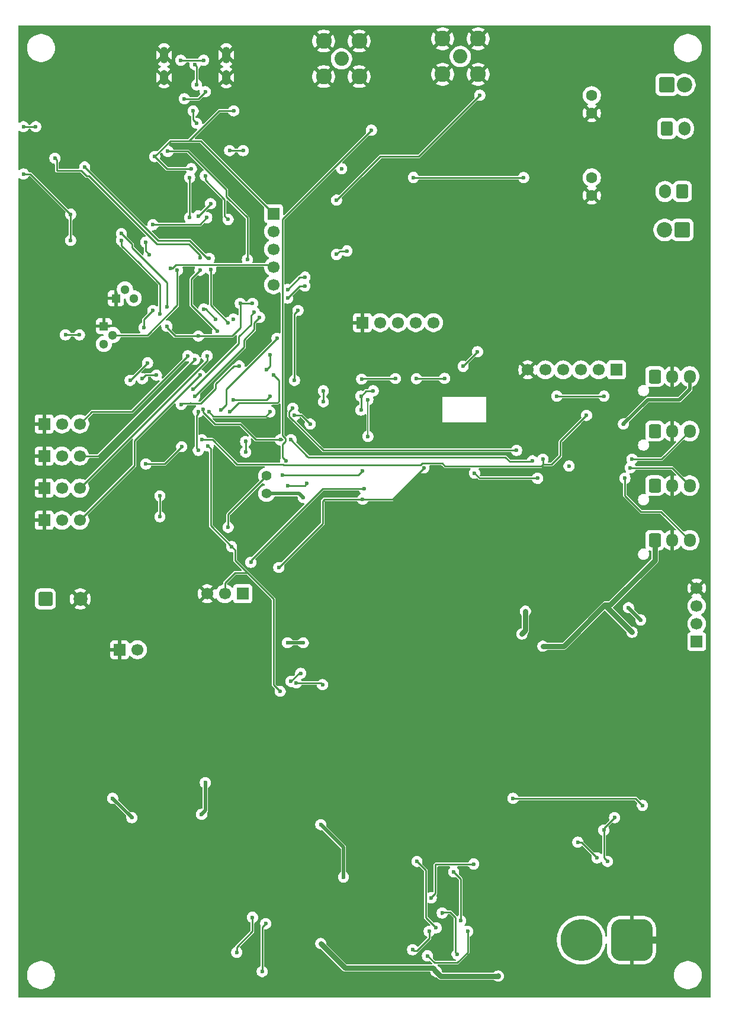
<source format=gbr>
G04 #@! TF.GenerationSoftware,KiCad,Pcbnew,9.0.3*
G04 #@! TF.CreationDate,2026-01-14T23:42:54-07:00*
G04 #@! TF.ProjectId,Wrectangle-V4,57726563-7461-46e6-976c-652d56342e6b,rev?*
G04 #@! TF.SameCoordinates,Original*
G04 #@! TF.FileFunction,Copper,L2,Bot*
G04 #@! TF.FilePolarity,Positive*
%FSLAX46Y46*%
G04 Gerber Fmt 4.6, Leading zero omitted, Abs format (unit mm)*
G04 Created by KiCad (PCBNEW 9.0.3) date 2026-01-14 23:42:54*
%MOMM*%
%LPD*%
G01*
G04 APERTURE LIST*
G04 Aperture macros list*
%AMRoundRect*
0 Rectangle with rounded corners*
0 $1 Rounding radius*
0 $2 $3 $4 $5 $6 $7 $8 $9 X,Y pos of 4 corners*
0 Add a 4 corners polygon primitive as box body*
4,1,4,$2,$3,$4,$5,$6,$7,$8,$9,$2,$3,0*
0 Add four circle primitives for the rounded corners*
1,1,$1+$1,$2,$3*
1,1,$1+$1,$4,$5*
1,1,$1+$1,$6,$7*
1,1,$1+$1,$8,$9*
0 Add four rect primitives between the rounded corners*
20,1,$1+$1,$2,$3,$4,$5,0*
20,1,$1+$1,$4,$5,$6,$7,0*
20,1,$1+$1,$6,$7,$8,$9,0*
20,1,$1+$1,$8,$9,$2,$3,0*%
G04 Aperture macros list end*
G04 #@! TA.AperFunction,HeatsinkPad*
%ADD10O,1.150000X2.150000*%
G04 #@! TD*
G04 #@! TA.AperFunction,HeatsinkPad*
%ADD11O,1.150000X2.350000*%
G04 #@! TD*
G04 #@! TA.AperFunction,ComponentPad*
%ADD12R,1.300000X1.300000*%
G04 #@! TD*
G04 #@! TA.AperFunction,ComponentPad*
%ADD13C,1.300000*%
G04 #@! TD*
G04 #@! TA.AperFunction,ComponentPad*
%ADD14RoundRect,0.250000X-0.600000X-0.725000X0.600000X-0.725000X0.600000X0.725000X-0.600000X0.725000X0*%
G04 #@! TD*
G04 #@! TA.AperFunction,ComponentPad*
%ADD15O,1.700000X1.950000*%
G04 #@! TD*
G04 #@! TA.AperFunction,ComponentPad*
%ADD16RoundRect,0.249999X0.850001X0.850001X-0.850001X0.850001X-0.850001X-0.850001X0.850001X-0.850001X0*%
G04 #@! TD*
G04 #@! TA.AperFunction,ComponentPad*
%ADD17C,2.200000*%
G04 #@! TD*
G04 #@! TA.AperFunction,ComponentPad*
%ADD18R,1.700000X1.700000*%
G04 #@! TD*
G04 #@! TA.AperFunction,ComponentPad*
%ADD19C,1.700000*%
G04 #@! TD*
G04 #@! TA.AperFunction,ComponentPad*
%ADD20RoundRect,0.250000X0.600000X0.750000X-0.600000X0.750000X-0.600000X-0.750000X0.600000X-0.750000X0*%
G04 #@! TD*
G04 #@! TA.AperFunction,ComponentPad*
%ADD21O,1.700000X2.000000*%
G04 #@! TD*
G04 #@! TA.AperFunction,ComponentPad*
%ADD22RoundRect,0.250000X-0.750000X-0.750000X0.750000X-0.750000X0.750000X0.750000X-0.750000X0.750000X0*%
G04 #@! TD*
G04 #@! TA.AperFunction,ComponentPad*
%ADD23C,2.000000*%
G04 #@! TD*
G04 #@! TA.AperFunction,ComponentPad*
%ADD24C,2.050000*%
G04 #@! TD*
G04 #@! TA.AperFunction,ComponentPad*
%ADD25C,2.250000*%
G04 #@! TD*
G04 #@! TA.AperFunction,ComponentPad*
%ADD26RoundRect,0.250000X-0.600000X-0.750000X0.600000X-0.750000X0.600000X0.750000X-0.600000X0.750000X0*%
G04 #@! TD*
G04 #@! TA.AperFunction,ComponentPad*
%ADD27RoundRect,0.249999X-0.850001X-0.850001X0.850001X-0.850001X0.850001X0.850001X-0.850001X0.850001X0*%
G04 #@! TD*
G04 #@! TA.AperFunction,ComponentPad*
%ADD28C,1.600000*%
G04 #@! TD*
G04 #@! TA.AperFunction,ComponentPad*
%ADD29C,1.400000*%
G04 #@! TD*
G04 #@! TA.AperFunction,ComponentPad*
%ADD30RoundRect,1.500000X1.500000X1.500000X-1.500000X1.500000X-1.500000X-1.500000X1.500000X-1.500000X0*%
G04 #@! TD*
G04 #@! TA.AperFunction,ComponentPad*
%ADD31C,6.000000*%
G04 #@! TD*
G04 #@! TA.AperFunction,ViaPad*
%ADD32C,0.600000*%
G04 #@! TD*
G04 #@! TA.AperFunction,Conductor*
%ADD33C,0.250000*%
G04 #@! TD*
G04 #@! TA.AperFunction,Conductor*
%ADD34C,0.750000*%
G04 #@! TD*
G04 #@! TA.AperFunction,Conductor*
%ADD35C,0.200000*%
G04 #@! TD*
G04 #@! TA.AperFunction,Conductor*
%ADD36C,0.500000*%
G04 #@! TD*
G04 #@! TA.AperFunction,Conductor*
%ADD37C,1.000000*%
G04 #@! TD*
G04 APERTURE END LIST*
D10*
G04 #@! TO.P,J2,S1,SHIELD*
G04 #@! TO.N,0*
X95000000Y-31950000D03*
D11*
X95000000Y-28750000D03*
D10*
X86100000Y-31950000D03*
D11*
X86100000Y-28750000D03*
G04 #@! TD*
D12*
G04 #@! TO.P,STM_T2,1,E*
G04 #@! TO.N,0*
X77500000Y-67500000D03*
D13*
G04 #@! TO.P,STM_T2,2,B*
G04 #@! TO.N,FT232_RTS*
X78770000Y-68780000D03*
G04 #@! TO.P,STM_T2,3,C*
G04 #@! TO.N,NRST*
X77500000Y-70040000D03*
G04 #@! TD*
D12*
G04 #@! TO.P,STM_T1,1,E*
G04 #@! TO.N,0*
X79230000Y-63520000D03*
D13*
G04 #@! TO.P,STM_T1,2,B*
G04 #@! TO.N,FT232_DTR*
X80510000Y-62250000D03*
G04 #@! TO.P,STM_T1,3,C*
G04 #@! TO.N,BOOT0*
X81770000Y-63520000D03*
G04 #@! TD*
D14*
G04 #@! TO.P,J6,1,Pin_1*
G04 #@! TO.N,24VCC*
X156250000Y-98100000D03*
D15*
G04 #@! TO.P,J6,2,Pin_2*
G04 #@! TO.N,0*
X158750000Y-98100000D03*
G04 #@! TO.P,J6,3,Pin_3*
G04 #@! TO.N,AIN0*
X161250000Y-98100000D03*
G04 #@! TD*
D16*
G04 #@! TO.P,Sol2-FlybackDiode1,1,K*
G04 #@! TO.N,24VCC*
X160210000Y-53750000D03*
D17*
G04 #@! TO.P,Sol2-FlybackDiode1,2,A*
G04 #@! TO.N,Net-(J11-Pin_2)*
X157670000Y-53750000D03*
G04 #@! TD*
D18*
G04 #@! TO.P,PWR-ProbePt1,1,Pin_1*
G04 #@! TO.N,24VCC*
X162250000Y-112580000D03*
D19*
G04 #@! TO.P,PWR-ProbePt1,2,Pin_2*
G04 #@! TO.N,5VCC*
X162250000Y-110040000D03*
G04 #@! TO.P,PWR-ProbePt1,3,Pin_3*
G04 #@! TO.N,V+3.3*
X162250000Y-107500000D03*
G04 #@! TO.P,PWR-ProbePt1,4,Pin_4*
G04 #@! TO.N,0*
X162250000Y-104960000D03*
G04 #@! TD*
D20*
G04 #@! TO.P,J11,1,Pin_1*
G04 #@! TO.N,24VCC*
X160210000Y-48250000D03*
D21*
G04 #@! TO.P,J11,2,Pin_2*
G04 #@! TO.N,Net-(J11-Pin_2)*
X157710000Y-48250000D03*
G04 #@! TD*
D18*
G04 #@! TO.P,STM-UART-Breakout2,1,Pin_1*
G04 #@! TO.N,0*
X114460000Y-67000000D03*
D19*
G04 #@! TO.P,STM-UART-Breakout2,2,Pin_2*
G04 #@! TO.N,XBee_DIN*
X117000000Y-67000000D03*
G04 #@! TO.P,STM-UART-Breakout2,3,Pin_3*
G04 #@! TO.N,XBee_DOUT*
X119540000Y-67000000D03*
G04 #@! TO.P,STM-UART-Breakout2,4,Pin_4*
G04 #@! TO.N,XBee_CTS*
X122080000Y-67000000D03*
G04 #@! TO.P,STM-UART-Breakout2,5,Pin_5*
G04 #@! TO.N,XBee_RTS*
X124620000Y-67000000D03*
G04 #@! TD*
D22*
G04 #@! TO.P,C_servos1,1*
G04 #@! TO.N,5VCC*
X69132323Y-106500000D03*
D23*
G04 #@! TO.P,C_servos1,2*
G04 #@! TO.N,0*
X74132323Y-106500000D03*
G04 #@! TD*
D24*
G04 #@! TO.P,J7,1,In*
G04 #@! TO.N,Net-(J7-In)*
X111460000Y-29290000D03*
D25*
G04 #@! TO.P,J7,2,Ext*
G04 #@! TO.N,0*
X108920000Y-26750000D03*
X108920000Y-31830000D03*
X114000000Y-26750000D03*
X114000000Y-31830000D03*
G04 #@! TD*
D18*
G04 #@! TO.P,SRV_MAIN_OX1,1,Pin_1*
G04 #@! TO.N,0*
X68960000Y-90660000D03*
D19*
G04 #@! TO.P,SRV_MAIN_OX1,2,Pin_2*
G04 #@! TO.N,5VCC*
X71500000Y-90660000D03*
G04 #@! TO.P,SRV_MAIN_OX1,3,Pin_3*
G04 #@! TO.N,SRV1*
X74040000Y-90660000D03*
G04 #@! TD*
D26*
G04 #@! TO.P,J9,1,Pin_1*
G04 #@! TO.N,24VCC*
X158000000Y-39250000D03*
D21*
G04 #@! TO.P,J9,2,Pin_2*
G04 #@! TO.N,Net-(J9-Pin_2)*
X160500000Y-39250000D03*
G04 #@! TD*
D14*
G04 #@! TO.P,J5,1,Pin_1*
G04 #@! TO.N,24VCC*
X156250000Y-90300000D03*
D15*
G04 #@! TO.P,J5,2,Pin_2*
G04 #@! TO.N,0*
X158750000Y-90300000D03*
G04 #@! TO.P,J5,3,Pin_3*
G04 #@! TO.N,AIN1*
X161250000Y-90300000D03*
G04 #@! TD*
D18*
G04 #@! TO.P,SPI-ProbePt1,1,Pin_1*
G04 #@! TO.N,V+3.3*
X150790000Y-73750000D03*
D19*
G04 #@! TO.P,SPI-ProbePt1,2,Pin_2*
G04 #@! TO.N,SPI1_NSS{slash}CS*
X148250000Y-73750000D03*
G04 #@! TO.P,SPI-ProbePt1,3,Pin_3*
G04 #@! TO.N,SPI1_SCK*
X145710000Y-73750000D03*
G04 #@! TO.P,SPI-ProbePt1,4,Pin_4*
G04 #@! TO.N,SPI1_MISO*
X143170000Y-73750000D03*
G04 #@! TO.P,SPI-ProbePt1,5,Pin_5*
G04 #@! TO.N,SPI1_MOSI*
X140630000Y-73750000D03*
G04 #@! TO.P,SPI-ProbePt1,6,Pin_6*
G04 #@! TO.N,0*
X138090000Y-73750000D03*
G04 #@! TD*
D14*
G04 #@! TO.P,J3,1,Pin_1*
G04 #@! TO.N,24VCC*
X156250000Y-74700000D03*
D15*
G04 #@! TO.P,J3,2,Pin_2*
G04 #@! TO.N,0*
X158750000Y-74700000D03*
G04 #@! TO.P,J3,3,Pin_3*
G04 #@! TO.N,AIN3*
X161250000Y-74700000D03*
G04 #@! TD*
D18*
G04 #@! TO.P,SRV_MAIN_FUEL1,1,Pin_1*
G04 #@! TO.N,0*
X68960000Y-95250000D03*
D19*
G04 #@! TO.P,SRV_MAIN_FUEL1,2,Pin_2*
G04 #@! TO.N,5VCC*
X71500000Y-95250000D03*
G04 #@! TO.P,SRV_MAIN_FUEL1,3,Pin_3*
G04 #@! TO.N,SRV2*
X74040000Y-95250000D03*
G04 #@! TD*
D27*
G04 #@! TO.P,Sol1-FlybackDiode1,1,K*
G04 #@! TO.N,24VCC*
X157960000Y-33000000D03*
D17*
G04 #@! TO.P,Sol1-FlybackDiode1,2,A*
G04 #@! TO.N,Net-(J9-Pin_2)*
X160500000Y-33000000D03*
G04 #@! TD*
D18*
G04 #@! TO.P,I2C2-ProbePt1,1,Pin_1*
G04 #@! TO.N,I2C2_SDA*
X97330000Y-105750000D03*
D19*
G04 #@! TO.P,I2C2-ProbePt1,2,Pin_2*
G04 #@! TO.N,I2C2_SCL*
X94790000Y-105750000D03*
G04 #@! TO.P,I2C2-ProbePt1,3,Pin_3*
G04 #@! TO.N,0*
X92250000Y-105750000D03*
G04 #@! TD*
D14*
G04 #@! TO.P,J4,1,Pin_1*
G04 #@! TO.N,24VCC*
X156250000Y-82500000D03*
D15*
G04 #@! TO.P,J4,2,Pin_2*
G04 #@! TO.N,0*
X158750000Y-82500000D03*
G04 #@! TO.P,J4,3,Pin_3*
G04 #@! TO.N,AIN2*
X161250000Y-82500000D03*
G04 #@! TD*
D18*
G04 #@! TO.P,STM-UART-Breakout1,1,Pin_1*
G04 #@! TO.N,5VCC*
X101750000Y-51420000D03*
D19*
G04 #@! TO.P,STM-UART-Breakout1,2,Pin_2*
G04 #@! TO.N,V+3.3*
X101750000Y-53960000D03*
G04 #@! TO.P,STM-UART-Breakout1,3,Pin_3*
G04 #@! TO.N,STM_USB_RX*
X101750000Y-56500000D03*
G04 #@! TO.P,STM-UART-Breakout1,4,Pin_4*
G04 #@! TO.N,STM_USB_TX*
X101750000Y-59040000D03*
G04 #@! TO.P,STM-UART-Breakout1,5,Pin_5*
G04 #@! TO.N,BOOT0*
X101750000Y-61580000D03*
G04 #@! TD*
D24*
G04 #@! TO.P,J10,1,In*
G04 #@! TO.N,Net-(J10-In)*
X128460000Y-28960000D03*
D25*
G04 #@! TO.P,J10,2,Ext*
G04 #@! TO.N,0*
X125920000Y-26420000D03*
X125920000Y-31500000D03*
X131000000Y-26420000D03*
X131000000Y-31500000D03*
G04 #@! TD*
D28*
G04 #@! TO.P,Sol1-R-Pulldown1,1*
G04 #@! TO.N,0*
X147250000Y-37045000D03*
G04 #@! TO.P,Sol1-R-Pulldown1,2*
G04 #@! TO.N,Sol1_Sig*
X147250000Y-34505000D03*
G04 #@! TD*
D18*
G04 #@! TO.P,5VCC-ProbePoint1,1,Pin_1*
G04 #@! TO.N,0*
X79750000Y-113750000D03*
D19*
G04 #@! TO.P,5VCC-ProbePoint1,2,Pin_2*
G04 #@! TO.N,5VCC*
X82290000Y-113750000D03*
G04 #@! TD*
D18*
G04 #@! TO.P,SRV_RCS_CW1,1,Pin_1*
G04 #@! TO.N,0*
X68960000Y-81480000D03*
D19*
G04 #@! TO.P,SRV_RCS_CW1,2,Pin_2*
G04 #@! TO.N,5VCC*
X71500000Y-81480000D03*
G04 #@! TO.P,SRV_RCS_CW1,3,Pin_3*
G04 #@! TO.N,SRV4*
X74040000Y-81480000D03*
G04 #@! TD*
D29*
G04 #@! TO.P,R1_BNO85,1*
G04 #@! TO.N,Net-(U2-BOOTN)*
X100750000Y-88900000D03*
G04 #@! TO.P,R1_BNO85,2*
G04 #@! TO.N,V+3.3*
X100750000Y-91440000D03*
G04 #@! TD*
D18*
G04 #@! TO.P,SRV_RCS_CCW1,1,Pin_1*
G04 #@! TO.N,0*
X68960000Y-86070000D03*
D19*
G04 #@! TO.P,SRV_RCS_CCW1,2,Pin_2*
G04 #@! TO.N,5VCC*
X71500000Y-86070000D03*
G04 #@! TO.P,SRV_RCS_CCW1,3,Pin_3*
G04 #@! TO.N,SRV3*
X74040000Y-86070000D03*
G04 #@! TD*
D28*
G04 #@! TO.P,Sol2-R-Pulldown1,1*
G04 #@! TO.N,0*
X147250000Y-48795000D03*
G04 #@! TO.P,Sol2-R-Pulldown1,2*
G04 #@! TO.N,Sol2_Sig*
X147250000Y-46255000D03*
G04 #@! TD*
D30*
G04 #@! TO.P,J1,1,Pin_1*
G04 #@! TO.N,0*
X152950000Y-155250000D03*
D31*
G04 #@! TO.P,J1,2,Pin_2*
G04 #@! TO.N,VBAT*
X145750000Y-155250000D03*
G04 #@! TD*
D32*
G04 #@! TO.N,0*
X113750000Y-156425000D03*
G04 #@! TO.N,Net-(M1-24V1-D)*
X124300000Y-149200000D03*
X130375000Y-144375000D03*
G04 #@! TO.N,V+3.3*
X108875000Y-78300000D03*
X108875000Y-76750000D03*
X114350000Y-75075000D03*
X119171363Y-74989230D03*
X122175000Y-75000000D03*
X126200000Y-74975000D03*
X128850000Y-73250000D03*
X130925000Y-71150000D03*
X88550000Y-78700000D03*
X96850000Y-73200000D03*
X97400000Y-42425000D03*
X95462500Y-42400000D03*
X88625000Y-84725000D03*
X83500000Y-87200000D03*
G04 #@! TO.N,5VCC*
X96050000Y-36725000D03*
G04 #@! TO.N,0*
X105150000Y-77675000D03*
X102350000Y-79400000D03*
X101000000Y-82250000D03*
X101000000Y-84500000D03*
X153500000Y-143500000D03*
X155500000Y-142500000D03*
G04 #@! TO.N,NRST*
X83000000Y-75000000D03*
X85000000Y-74500000D03*
G04 #@! TO.N,0*
X119500000Y-152500000D03*
X152500000Y-130000000D03*
X78000000Y-31000000D03*
X78000000Y-27000000D03*
G04 #@! TO.N,5VCC*
X91750000Y-29500000D03*
X88500000Y-29500000D03*
G04 #@! TO.N,Net-(J2-CC1)*
X89000000Y-35000000D03*
X92000000Y-34000000D03*
G04 #@! TO.N,XBee_DOUT*
X114250000Y-77500000D03*
G04 #@! TO.N,0*
X136750000Y-102500000D03*
X150750000Y-118500000D03*
G04 #@! TO.N,V+3.3*
X106000000Y-92000000D03*
X83250000Y-67750000D03*
X136000000Y-135000000D03*
X154500000Y-136000000D03*
X149000000Y-77500000D03*
X106000000Y-112750000D03*
X84500000Y-65250000D03*
X97750000Y-84000000D03*
X97750000Y-85500000D03*
X105625000Y-117125000D03*
X103750000Y-112750000D03*
X142250000Y-77500000D03*
X104228131Y-118258335D03*
G04 #@! TO.N,0*
X94250000Y-90500000D03*
X90032447Y-87452312D03*
X91500000Y-94750000D03*
X95000000Y-57500000D03*
X99750000Y-114250000D03*
X117962763Y-162724386D03*
X100000000Y-67250000D03*
X101000000Y-120500000D03*
X107112500Y-71990000D03*
X99250000Y-59750000D03*
X106625335Y-50218721D03*
X107500000Y-77500000D03*
X125750000Y-142250000D03*
X87507372Y-48950387D03*
X144750000Y-142500000D03*
X91007748Y-62832776D03*
X110500000Y-111000000D03*
X74250000Y-30750000D03*
X100605000Y-118395000D03*
X111325000Y-154450000D03*
X103750000Y-149500000D03*
X115000000Y-161000000D03*
X96750000Y-94750000D03*
X159500000Y-155250000D03*
X107000000Y-120500000D03*
X85750000Y-50000000D03*
X77750000Y-128500000D03*
X124750000Y-39250000D03*
X151000000Y-92000000D03*
X103500000Y-116500000D03*
X140500000Y-85250000D03*
X81250000Y-78250000D03*
X120750000Y-81750000D03*
X70750000Y-30500000D03*
X93750000Y-89750000D03*
X101000000Y-95000000D03*
X135000000Y-141500000D03*
X68000000Y-40250000D03*
X151000000Y-49250000D03*
X157750000Y-123500000D03*
X150000000Y-136250000D03*
X159750000Y-145500000D03*
X99750000Y-123000000D03*
X91500000Y-89750000D03*
X89182973Y-63407834D03*
X154000000Y-90000000D03*
X152250000Y-136500000D03*
X140750000Y-127750000D03*
X120750000Y-44000000D03*
X109500000Y-102750000D03*
X95750000Y-59500000D03*
X108500000Y-36000000D03*
X102250000Y-98750000D03*
X151000000Y-97387500D03*
X93250000Y-52250000D03*
X126250000Y-152750000D03*
X130875000Y-117375000D03*
X97516708Y-48928675D03*
X87612500Y-66637500D03*
X96000000Y-97750000D03*
X96750000Y-30500000D03*
X115250000Y-141500000D03*
X109500000Y-98750000D03*
X138540733Y-78920577D03*
X92250000Y-55750000D03*
X93650335Y-63130264D03*
X88496071Y-134821136D03*
X150250000Y-38750000D03*
X97060751Y-34967714D03*
X102750000Y-95000000D03*
X65890174Y-48192961D03*
X66500000Y-33750000D03*
X138500000Y-85750000D03*
X84250000Y-30500000D03*
X146750000Y-127500000D03*
X83000000Y-129750000D03*
X77000000Y-36250000D03*
X99500000Y-57750000D03*
X140250000Y-123500000D03*
X87000000Y-47000000D03*
X105000000Y-48500000D03*
X79500000Y-117750000D03*
X145500000Y-84250000D03*
X87650000Y-83550000D03*
X112250000Y-117500000D03*
X82000000Y-132500000D03*
X108000000Y-116500000D03*
X156000000Y-139500000D03*
X97750000Y-45250000D03*
X146000000Y-90750000D03*
X146000000Y-138500000D03*
X131000000Y-76750000D03*
X160500000Y-142500000D03*
X103750000Y-97750000D03*
X149000000Y-53500000D03*
X141500000Y-148500000D03*
X93750000Y-94750000D03*
X120080737Y-46319607D03*
X126500000Y-41250000D03*
X75750000Y-48000000D03*
X118000000Y-158250000D03*
G04 #@! TO.N,Net-(U7-ISNS-)*
X98750000Y-152000000D03*
X96500000Y-157000000D03*
G04 #@! TO.N,Net-(U7-ISNS+)*
X100637500Y-152887500D03*
X100117158Y-159750000D03*
G04 #@! TO.N,Net-(M1-24V1-D)*
X108500000Y-138750000D03*
X111750000Y-146250000D03*
G04 #@! TO.N,Net-(U6-BOOT1)*
X145250000Y-141250000D03*
X148000000Y-143500000D03*
G04 #@! TO.N,VBAT*
X133887500Y-160387500D03*
X125000000Y-159750000D03*
X108500000Y-155750000D03*
G04 #@! TO.N,5VCC*
X84750000Y-43250000D03*
X152500000Y-107750000D03*
X91466114Y-137283885D03*
X83500000Y-55500000D03*
X72000000Y-68750000D03*
X92225000Y-52000000D03*
X137250000Y-111500000D03*
X83946593Y-57272234D03*
X78750000Y-135000000D03*
X81500000Y-137750000D03*
X154250000Y-109500000D03*
X92000000Y-132750000D03*
X74000000Y-68750000D03*
X137750000Y-108250000D03*
X84500000Y-53000000D03*
X90000000Y-45000000D03*
G04 #@! TO.N,24VCC*
X140250000Y-113250000D03*
X153000000Y-111250000D03*
G04 #@! TO.N,V_CR2032*
X96000000Y-78000000D03*
X101250000Y-77500000D03*
G04 #@! TO.N,Net-(U7-SS)*
X121625000Y-156625000D03*
X124000000Y-154000000D03*
G04 #@! TO.N,Net-(U6-EXTVCC)*
X148966053Y-139533947D03*
X150500000Y-137750000D03*
X149500000Y-144000000D03*
G04 #@! TO.N,USBD-*
X90750000Y-38500000D03*
X95250000Y-52250000D03*
X90250000Y-36750000D03*
X92000000Y-46000000D03*
G04 #@! TO.N,USBD+*
X90500000Y-30125000D03*
X90750000Y-33000000D03*
G04 #@! TO.N,AIN3*
X151771093Y-81482000D03*
G04 #@! TO.N,AIN2*
X153000000Y-86500000D03*
G04 #@! TO.N,AIN1*
X152750000Y-87750000D03*
G04 #@! TO.N,AIN0*
X152000000Y-89250000D03*
G04 #@! TO.N,uSD_D3*
X95250000Y-67000000D03*
X92562802Y-57812801D03*
X92787216Y-59377838D03*
X74750000Y-44750000D03*
G04 #@! TO.N,uSD_CMD*
X91250000Y-59500000D03*
X70500000Y-43500000D03*
X93750000Y-68250000D03*
X91250000Y-57750000D03*
G04 #@! TO.N,uSD_CLK*
X80000000Y-54250000D03*
X86500000Y-64750000D03*
X93500000Y-66500000D03*
X91783956Y-65060659D03*
G04 #@! TO.N,uSD_D1*
X98000000Y-58000000D03*
X86635274Y-42519258D03*
G04 #@! TO.N,uSD_D2*
X85500000Y-65750000D03*
X80000000Y-55250000D03*
X96000000Y-66500000D03*
G04 #@! TO.N,Net-(M1-24V1-G)*
X128000000Y-157250000D03*
X125875000Y-151375000D03*
G04 #@! TO.N,Net-(M2-24V1-G)*
X127500000Y-145500000D03*
X128500000Y-152500000D03*
G04 #@! TO.N,Net-(U2-BOOTN)*
X95250000Y-96250000D03*
G04 #@! TO.N,I2C2_SCL*
X102250000Y-69250000D03*
X92375000Y-84625000D03*
X111500000Y-45000000D03*
X94250000Y-79500000D03*
X95750000Y-99000000D03*
X102695000Y-119695000D03*
G04 #@! TO.N,I2C2_SDA*
X103500000Y-86750000D03*
X115750000Y-39500000D03*
X108750000Y-118750000D03*
X105000000Y-118500000D03*
G04 #@! TO.N,/24V-PowerCircuit/FB*
X129500000Y-154000000D03*
X123750000Y-157500000D03*
G04 #@! TO.N,Net-(U7-RT{slash}CLK)*
X125000000Y-153500000D03*
X122250000Y-144000000D03*
G04 #@! TO.N,BOOT0*
X86500000Y-67500000D03*
X91005582Y-68916263D03*
X97000000Y-64250000D03*
X98750000Y-64250000D03*
G04 #@! TO.N,Net-(U10-CBUS1)*
X92750000Y-50000000D03*
X91000000Y-51750000D03*
G04 #@! TO.N,Net-(U10-CBUS0)*
X89750000Y-46250000D03*
X89750000Y-52000000D03*
G04 #@! TO.N,Sol1_Sig*
X110750000Y-49500000D03*
X99000000Y-65500000D03*
X131250000Y-34505000D03*
X90250000Y-76500000D03*
X103750000Y-62250000D03*
X106250000Y-60500000D03*
G04 #@! TO.N,Sol2_Sig*
X110750000Y-57250000D03*
X90500000Y-77500000D03*
X121750000Y-46250000D03*
X112250000Y-56750000D03*
X106250000Y-61750000D03*
X103750000Y-63500000D03*
X137505000Y-46255000D03*
X99750000Y-66250000D03*
G04 #@! TO.N,SRV2*
X91250000Y-74500000D03*
G04 #@! TO.N,SRV1*
X92250000Y-71750000D03*
G04 #@! TO.N,SRV3*
X90500000Y-72250000D03*
G04 #@! TO.N,SRV4*
X89500000Y-71750000D03*
G04 #@! TO.N,STM_USB_TX*
X87000000Y-59250000D03*
X101250000Y-71579934D03*
X100750000Y-73750000D03*
G04 #@! TO.N,STM_USB_RX*
X104750000Y-75250000D03*
X105250000Y-65250000D03*
G04 #@! TO.N,Net-(U1-VCAP_1)*
X95500000Y-79750000D03*
X101750000Y-74500000D03*
G04 #@! TO.N,FT232_RTS*
X88000000Y-59500000D03*
G04 #@! TO.N,XBee_DIN*
X115250000Y-78000000D03*
X106500000Y-90000000D03*
X115250000Y-83250000D03*
X103822945Y-90287681D03*
G04 #@! TO.N,uSD_D0*
X81250000Y-75250000D03*
X83750000Y-72750000D03*
X66000000Y-45750000D03*
X72750000Y-51500000D03*
X67750000Y-39000000D03*
X72750000Y-55250000D03*
X66000000Y-39000000D03*
G04 #@! TO.N,XBee_CTS*
X85500000Y-91750000D03*
X114500000Y-92250000D03*
X123250000Y-87750000D03*
X85500000Y-94750000D03*
X102500000Y-102000000D03*
G04 #@! TO.N,SPI1_MOSI*
X136500000Y-85250000D03*
X101250000Y-79750000D03*
X104500000Y-79250000D03*
X92500000Y-79750000D03*
G04 #@! TO.N,SPI1_SCK*
X103000000Y-88750000D03*
X114452162Y-88204343D03*
X91000000Y-79750000D03*
X130500000Y-88500000D03*
X91000000Y-85250000D03*
X139500000Y-89250000D03*
G04 #@! TO.N,SPI1_MISO*
X138750000Y-86750000D03*
X102750000Y-83750000D03*
X91715544Y-79392228D03*
X104250000Y-83750000D03*
X144000000Y-87500000D03*
G04 #@! TO.N,XBee_RTS*
X114750000Y-90750000D03*
X98500000Y-101250000D03*
G04 #@! TO.N,SPI1_NSS{slash}CS*
X146500000Y-80250000D03*
X91500000Y-83750000D03*
X140250000Y-86500000D03*
G04 #@! TO.N,XBee_DOUT*
X114250000Y-79500000D03*
X104750000Y-80250000D03*
X107000000Y-81500000D03*
X116000000Y-76750000D03*
G04 #@! TD*
D33*
G04 #@! TO.N,Net-(U7-SS)*
X124000000Y-155000000D02*
X124000000Y-154000000D01*
X122250000Y-156750000D02*
X124000000Y-155000000D01*
X121750000Y-156750000D02*
X122250000Y-156750000D01*
X121625000Y-156625000D02*
X121750000Y-156750000D01*
G04 #@! TO.N,Net-(M1-24V1-D)*
X124900000Y-148550000D02*
X124275000Y-149175000D01*
X124900000Y-144450000D02*
X124900000Y-148550000D01*
X130300000Y-144450000D02*
X124900000Y-144450000D01*
X130375000Y-144375000D02*
X130300000Y-144450000D01*
G04 #@! TO.N,V+3.3*
X108875000Y-78300000D02*
X108925000Y-78350000D01*
X108875000Y-76750000D02*
X108875000Y-78300000D01*
X114410770Y-74989230D02*
X114350000Y-75050000D01*
X119171363Y-74989230D02*
X114410770Y-74989230D01*
X122200000Y-74975000D02*
X122175000Y-75000000D01*
X126200000Y-74975000D02*
X122200000Y-74975000D01*
X128850000Y-73225000D02*
X128850000Y-73250000D01*
X130925000Y-71150000D02*
X128850000Y-73225000D01*
X88700000Y-78550000D02*
X88550000Y-78700000D01*
X89925000Y-78550000D02*
X88700000Y-78550000D01*
X91315356Y-78550000D02*
X89925000Y-78550000D01*
X89925000Y-78550000D02*
X89825000Y-78450000D01*
X93475000Y-76390356D02*
X91315356Y-78550000D01*
X93350000Y-76515356D02*
X93475000Y-76390356D01*
X96050000Y-73200000D02*
X96850000Y-73200000D01*
X93475000Y-76390356D02*
X93475000Y-75775000D01*
X93475000Y-75775000D02*
X96050000Y-73200000D01*
G04 #@! TO.N,SRV2*
X81875000Y-87415000D02*
X74040000Y-95250000D01*
X91250000Y-74500000D02*
X81875000Y-83875000D01*
X81875000Y-83875000D02*
X81875000Y-87415000D01*
G04 #@! TO.N,V+3.3*
X95462500Y-42400000D02*
X97325000Y-42400000D01*
X86175000Y-87200000D02*
X88625000Y-84750000D01*
X88625000Y-84750000D02*
X88625000Y-84725000D01*
X83500000Y-87200000D02*
X86175000Y-87200000D01*
G04 #@! TO.N,5VCC*
X96050000Y-36725000D02*
X93950000Y-36725000D01*
X89675000Y-41000000D02*
X87000000Y-41000000D01*
X93950000Y-36725000D02*
X89675000Y-41000000D01*
G04 #@! TO.N,NRST*
X83500000Y-74500000D02*
X83000000Y-75000000D01*
X85000000Y-74500000D02*
X83500000Y-74500000D01*
G04 #@! TO.N,5VCC*
X87000000Y-41000000D02*
X84750000Y-43250000D01*
X91330000Y-41000000D02*
X89675000Y-41000000D01*
X101750000Y-51420000D02*
X91330000Y-41000000D01*
D34*
G04 #@! TO.N,VBAT*
X133887500Y-160362500D02*
X133887500Y-160387500D01*
D33*
G04 #@! TO.N,Net-(U7-ISNS-)*
X98750000Y-154000000D02*
X98750000Y-152000000D01*
X96500000Y-156250000D02*
X98750000Y-154000000D01*
X96500000Y-157000000D02*
X96500000Y-156250000D01*
G04 #@! TO.N,Net-(U7-RT{slash}CLK)*
X123500000Y-152000000D02*
X125000000Y-153500000D01*
X123500000Y-145250000D02*
X123500000Y-152000000D01*
X122250000Y-144000000D02*
X123500000Y-145250000D01*
G04 #@! TO.N,5VCC*
X91750000Y-29500000D02*
X88500000Y-29500000D01*
G04 #@! TO.N,Net-(J2-CC1)*
X91000000Y-35000000D02*
X89000000Y-35000000D01*
X92000000Y-34000000D02*
X91000000Y-35000000D01*
D35*
G04 #@! TO.N,XBee_DIN*
X115250000Y-83250000D02*
X115250000Y-78000000D01*
D33*
G04 #@! TO.N,XBee_DOUT*
X114250000Y-77500000D02*
X115000000Y-76750000D01*
X115000000Y-76750000D02*
X116000000Y-76750000D01*
X114250000Y-79500000D02*
X114250000Y-77500000D01*
G04 #@! TO.N,V+3.3*
X154500000Y-136000000D02*
X153500000Y-135000000D01*
X105625000Y-117125000D02*
X105375000Y-117125000D01*
D36*
X106000000Y-112750000D02*
X103750000Y-112750000D01*
D33*
X142250000Y-77500000D02*
X149000000Y-77500000D01*
D36*
X105440000Y-91440000D02*
X100750000Y-91440000D01*
D33*
X84500000Y-65250000D02*
X83250000Y-66500000D01*
X153500000Y-135000000D02*
X136000000Y-135000000D01*
X105375000Y-117125000D02*
X104250000Y-118250000D01*
X97750000Y-84000000D02*
X97750000Y-83750000D01*
X83250000Y-66500000D02*
X83250000Y-67750000D01*
D36*
X106000000Y-92000000D02*
X105440000Y-91440000D01*
D33*
X97750000Y-85500000D02*
X97750000Y-84000000D01*
G04 #@! TO.N,0*
X101000000Y-118790000D02*
X101000000Y-120500000D01*
X153000000Y-136500000D02*
X152250000Y-136500000D01*
X151250000Y-136500000D02*
X150250000Y-136500000D01*
D36*
X68960000Y-81480000D02*
X68960000Y-86070000D01*
D33*
X152250000Y-136500000D02*
X151250000Y-136500000D01*
X100605000Y-118395000D02*
X101000000Y-118790000D01*
D37*
X152950000Y-155250000D02*
X159500000Y-155250000D01*
D36*
X68960000Y-95250000D02*
X68960000Y-90660000D01*
X68960000Y-86070000D02*
X68960000Y-90660000D01*
D33*
X150250000Y-136500000D02*
X150000000Y-136250000D01*
X156000000Y-139500000D02*
X153000000Y-136500000D01*
G04 #@! TO.N,Net-(U7-ISNS+)*
X100117158Y-153407842D02*
X100637500Y-152887500D01*
X100117158Y-159750000D02*
X100117158Y-153407842D01*
D36*
G04 #@! TO.N,Net-(M1-24V1-D)*
X111750000Y-142000000D02*
X111750000Y-146250000D01*
X108500000Y-138750000D02*
X111750000Y-142000000D01*
D33*
G04 #@! TO.N,Net-(U6-BOOT1)*
X145750000Y-141250000D02*
X145250000Y-141250000D01*
X148000000Y-143500000D02*
X145750000Y-141250000D01*
D34*
G04 #@! TO.N,VBAT*
X125637500Y-160387500D02*
X125000000Y-159750000D01*
X112000000Y-159250000D02*
X108500000Y-155750000D01*
X125000000Y-159750000D02*
X124500000Y-159250000D01*
X124500000Y-159250000D02*
X112000000Y-159250000D01*
X133887500Y-160387500D02*
X125637500Y-160387500D01*
D36*
G04 #@! TO.N,5VCC*
X154250000Y-109500000D02*
X152750000Y-108000000D01*
X92000000Y-136749999D02*
X92000000Y-132750000D01*
D34*
X137750000Y-111000000D02*
X137250000Y-111500000D01*
D33*
X83500000Y-55500000D02*
X83500000Y-56750000D01*
X90000000Y-45000000D02*
X86500000Y-45000000D01*
X91225000Y-53000000D02*
X84500000Y-53000000D01*
X86500000Y-45000000D02*
X84750000Y-43250000D01*
D34*
X137750000Y-108250000D02*
X137750000Y-111000000D01*
D33*
X83500000Y-56750000D02*
X84000000Y-57250000D01*
D36*
X91466114Y-137283885D02*
X92000000Y-136749999D01*
X78750000Y-135000000D02*
X81500000Y-137750000D01*
X152750000Y-108000000D02*
X152500000Y-107750000D01*
D33*
X74000000Y-68750000D02*
X72000000Y-68750000D01*
X92225000Y-52000000D02*
X91225000Y-53000000D01*
D34*
G04 #@! TO.N,24VCC*
X156250000Y-100991913D02*
X156250000Y-98100000D01*
X143233826Y-113250000D02*
X149116913Y-107366913D01*
D36*
X157960000Y-39210000D02*
X158000000Y-39250000D01*
D34*
X140250000Y-113250000D02*
X143233826Y-113250000D01*
X149116913Y-107366913D02*
X153000000Y-111250000D01*
X149875000Y-107366913D02*
X156250000Y-100991913D01*
X149116913Y-107366913D02*
X149875000Y-107366913D01*
D33*
G04 #@! TO.N,V_CR2032*
X101250000Y-77500000D02*
X100750000Y-78000000D01*
X100750000Y-78000000D02*
X96000000Y-78000000D01*
G04 #@! TO.N,Net-(U6-EXTVCC)*
X149000000Y-139567894D02*
X148966053Y-139533947D01*
X149000000Y-139500000D02*
X149000000Y-139250000D01*
X149000000Y-143500000D02*
X149000000Y-139567894D01*
X149500000Y-144000000D02*
X149000000Y-143500000D01*
X149000000Y-139250000D02*
X150500000Y-137750000D01*
X148966053Y-139533947D02*
X149000000Y-139500000D01*
G04 #@! TO.N,USBD-*
X94750000Y-51750000D02*
X95250000Y-52250000D01*
X94750000Y-49387810D02*
X94750000Y-51750000D01*
X92000000Y-46000000D02*
X92000000Y-46637810D01*
X90750000Y-38500000D02*
X90625000Y-38375000D01*
X90250000Y-38000000D02*
X90750000Y-38500000D01*
X90250000Y-36750000D02*
X90250000Y-38000000D01*
X92000000Y-46637810D02*
X94750000Y-49387810D01*
G04 #@! TO.N,USBD+*
X90750000Y-33000000D02*
X90750000Y-30375000D01*
X90750000Y-30375000D02*
X90500000Y-30125000D01*
D36*
G04 #@! TO.N,AIN3*
X161250000Y-76500000D02*
X159750000Y-78000000D01*
X159750000Y-78000000D02*
X155250000Y-78000000D01*
X155250000Y-78000000D02*
X151750000Y-81500000D01*
X161250000Y-74700000D02*
X161250000Y-76500000D01*
D33*
G04 #@! TO.N,AIN2*
X161250000Y-82500000D02*
X157250000Y-86500000D01*
X157250000Y-86500000D02*
X153000000Y-86500000D01*
G04 #@! TO.N,AIN1*
X161250000Y-90300000D02*
X158700000Y-87750000D01*
X158700000Y-87750000D02*
X152750000Y-87750000D01*
G04 #@! TO.N,AIN0*
X161250000Y-98100000D02*
X157150000Y-94000000D01*
X157150000Y-94000000D02*
X154284400Y-94000000D01*
X152000000Y-91715600D02*
X152000000Y-89250000D01*
X154284400Y-94000000D02*
X152000000Y-91715600D01*
G04 #@! TO.N,uSD_D3*
X95250000Y-67000000D02*
X92750000Y-64500000D01*
X92312801Y-57812801D02*
X89750000Y-55250000D01*
X92750000Y-64500000D02*
X92750000Y-59415054D01*
X92562802Y-57812801D02*
X92312801Y-57812801D01*
X85250000Y-55250000D02*
X74750000Y-44750000D01*
X89750000Y-55250000D02*
X85250000Y-55250000D01*
X92750000Y-59415054D02*
X92787216Y-59377838D01*
G04 #@! TO.N,uSD_CMD*
X90000000Y-64500000D02*
X93750000Y-68250000D01*
X89612190Y-55750000D02*
X90306095Y-56443905D01*
X70500000Y-43500000D02*
X70750000Y-43750000D01*
X75000000Y-46000000D02*
X75362190Y-46000000D01*
X70750000Y-43750000D02*
X70750000Y-45250000D01*
X75362190Y-46000000D02*
X85112190Y-55750000D01*
X90306095Y-56443905D02*
X91250000Y-57387810D01*
X88000000Y-55750000D02*
X89612190Y-55750000D01*
X74250000Y-45250000D02*
X75000000Y-46000000D01*
X85112190Y-55750000D02*
X88000000Y-55750000D01*
X91250000Y-57387810D02*
X91250000Y-57750000D01*
X70750000Y-45250000D02*
X74250000Y-45250000D01*
X90000000Y-60750000D02*
X90000000Y-64500000D01*
X91250000Y-59500000D02*
X90000000Y-60750000D01*
G04 #@! TO.N,uSD_CLK*
X93500000Y-66500000D02*
X92000000Y-65000000D01*
X86500000Y-64750000D02*
X86500000Y-61250000D01*
X81500000Y-55750000D02*
X80000000Y-54250000D01*
X86500000Y-61250000D02*
X81500000Y-56250000D01*
X92000000Y-65000000D02*
X91750000Y-65000000D01*
X81500000Y-56250000D02*
X81500000Y-55750000D01*
G04 #@! TO.N,uSD_D1*
X95000000Y-49000000D02*
X95250000Y-49250000D01*
X95000000Y-48000000D02*
X95000000Y-49000000D01*
X95250000Y-49250000D02*
X98000000Y-52000000D01*
X86635274Y-42519258D02*
X89519258Y-42519258D01*
X89519258Y-42519258D02*
X95000000Y-48000000D01*
X98000000Y-52000000D02*
X98000000Y-58000000D01*
G04 #@! TO.N,uSD_D2*
X85500000Y-61500000D02*
X85500000Y-65750000D01*
X82500000Y-58500000D02*
X85375000Y-61375000D01*
X80000000Y-56000000D02*
X82500000Y-58500000D01*
X85375000Y-61375000D02*
X85500000Y-61500000D01*
X80000000Y-55250000D02*
X80000000Y-56000000D01*
D36*
G04 #@! TO.N,Net-(J11-Pin_2)*
X157670000Y-48290000D02*
X157710000Y-48250000D01*
D33*
G04 #@! TO.N,Net-(M1-24V1-G)*
X127750000Y-157000000D02*
X127750000Y-152000000D01*
X126000000Y-151250000D02*
X125875000Y-151375000D01*
X127000000Y-151250000D02*
X126000000Y-151250000D01*
X125875000Y-151375000D02*
X125750000Y-151500000D01*
X127750000Y-152000000D02*
X127000000Y-151250000D01*
X128000000Y-157250000D02*
X127750000Y-157000000D01*
G04 #@! TO.N,Net-(M2-24V1-G)*
X128500000Y-146500000D02*
X128500000Y-152500000D01*
X127500000Y-145500000D02*
X128500000Y-146500000D01*
G04 #@! TO.N,Net-(U2-BOOTN)*
X95250000Y-94400000D02*
X100750000Y-88900000D01*
X95250000Y-96250000D02*
X95250000Y-94400000D01*
G04 #@! TO.N,I2C2_SCL*
X101750000Y-118750000D02*
X101750000Y-106500000D01*
X95000000Y-76500000D02*
X102250000Y-69250000D01*
X96250000Y-101000000D02*
X96250000Y-99500000D01*
X92750000Y-85000000D02*
X92750000Y-96000000D01*
X92375000Y-84625000D02*
X92750000Y-85000000D01*
X95000000Y-78750000D02*
X95000000Y-76500000D01*
X96250000Y-102750000D02*
X94790000Y-104210000D01*
X96250000Y-99500000D02*
X95750000Y-99000000D01*
X98000000Y-102750000D02*
X96250000Y-101000000D01*
X101750000Y-106500000D02*
X98000000Y-102750000D01*
X98000000Y-102750000D02*
X96250000Y-102750000D01*
X94790000Y-104210000D02*
X94790000Y-105750000D01*
X102695000Y-119695000D02*
X101750000Y-118750000D01*
X94250000Y-79500000D02*
X95000000Y-78750000D01*
X92750000Y-96000000D02*
X95750000Y-99000000D01*
G04 #@! TO.N,I2C2_SDA*
X105000000Y-118500000D02*
X108500000Y-118500000D01*
X108500000Y-118500000D02*
X108750000Y-118750000D01*
G04 #@! TO.N,/24V-PowerCircuit/FB*
X129500000Y-157000000D02*
X128000000Y-158500000D01*
X128000000Y-158500000D02*
X124750000Y-158500000D01*
X124750000Y-158500000D02*
X123750000Y-157500000D01*
X129500000Y-154000000D02*
X129500000Y-157000000D01*
G04 #@! TO.N,BOOT0*
X87666263Y-68916263D02*
X86500000Y-67750000D01*
X91005582Y-68916263D02*
X95833737Y-68916263D01*
X91005582Y-68916263D02*
X87666263Y-68916263D01*
X97000000Y-67750000D02*
X97000000Y-64250000D01*
X98750000Y-64250000D02*
X97000000Y-64250000D01*
X95833737Y-68916263D02*
X97000000Y-67750000D01*
X86500000Y-67750000D02*
X86500000Y-67500000D01*
G04 #@! TO.N,Net-(U10-CBUS1)*
X91000000Y-51750000D02*
X92750000Y-50000000D01*
G04 #@! TO.N,Net-(U10-CBUS0)*
X89750000Y-52000000D02*
X89750000Y-46250000D01*
G04 #@! TO.N,Sol1_Sig*
X98500000Y-67250000D02*
X98500000Y-66000000D01*
X96750000Y-70000000D02*
X96750000Y-69000000D01*
X103750000Y-62250000D02*
X105500000Y-60500000D01*
X96750000Y-69000000D02*
X98500000Y-67250000D01*
X90250000Y-76500000D02*
X96750000Y-70000000D01*
X131250000Y-34505000D02*
X122505000Y-43250000D01*
X117000000Y-43250000D02*
X110750000Y-49500000D01*
X122505000Y-43250000D02*
X117000000Y-43250000D01*
X98500000Y-66000000D02*
X99000000Y-65500000D01*
X105500000Y-60500000D02*
X105750000Y-60500000D01*
X105750000Y-60500000D02*
X106250000Y-60500000D01*
G04 #@! TO.N,Sol2_Sig*
X90500000Y-77500000D02*
X97500000Y-70500000D01*
X111250000Y-56750000D02*
X112250000Y-56750000D01*
X99000000Y-67000000D02*
X99750000Y-66250000D01*
X105500000Y-61750000D02*
X106250000Y-61750000D01*
X99000000Y-68000000D02*
X99000000Y-67000000D01*
X97500000Y-69500000D02*
X99000000Y-68000000D01*
X103750000Y-63500000D02*
X105500000Y-61750000D01*
X97500000Y-70500000D02*
X97500000Y-69500000D01*
X137505000Y-46255000D02*
X137500000Y-46250000D01*
X137500000Y-46250000D02*
X121750000Y-46250000D01*
X110750000Y-57250000D02*
X111250000Y-56750000D01*
G04 #@! TO.N,SRV1*
X92250000Y-72450000D02*
X74040000Y-90660000D01*
X92250000Y-71750000D02*
X92250000Y-72450000D01*
G04 #@! TO.N,SRV3*
X76680000Y-86070000D02*
X74040000Y-86070000D01*
X90500000Y-72250000D02*
X76680000Y-86070000D01*
G04 #@! TO.N,SRV4*
X75770000Y-79750000D02*
X81500000Y-79750000D01*
X74040000Y-81480000D02*
X75770000Y-79750000D01*
X81500000Y-79750000D02*
X89500000Y-71750000D01*
G04 #@! TO.N,STM_USB_TX*
X101250000Y-73250000D02*
X101250000Y-71579934D01*
X87250000Y-59250000D02*
X87750000Y-58750000D01*
X101460000Y-58750000D02*
X101750000Y-59040000D01*
X87750000Y-58750000D02*
X101460000Y-58750000D01*
X87000000Y-59250000D02*
X87250000Y-59250000D01*
X100750000Y-73750000D02*
X101250000Y-73250000D01*
G04 #@! TO.N,STM_USB_RX*
X105250000Y-65250000D02*
X104750000Y-65750000D01*
X104750000Y-65750000D02*
X104750000Y-75250000D01*
G04 #@! TO.N,Net-(U1-VCAP_1)*
X102500000Y-75250000D02*
X101750000Y-74500000D01*
X96750000Y-78500000D02*
X102250000Y-78500000D01*
X102500000Y-78250000D02*
X102500000Y-76250000D01*
X102250000Y-78500000D02*
X102500000Y-78250000D01*
X102500000Y-76250000D02*
X102500000Y-75250000D01*
X95500000Y-79750000D02*
X96750000Y-78500000D01*
G04 #@! TO.N,FT232_RTS*
X88000000Y-59500000D02*
X88000000Y-64500000D01*
X88000000Y-64500000D02*
X83730000Y-68770000D01*
X83730000Y-68770000D02*
X78770000Y-68770000D01*
G04 #@! TO.N,XBee_DIN*
X106212319Y-90287681D02*
X106500000Y-90000000D01*
X103822945Y-90287681D02*
X106212319Y-90287681D01*
G04 #@! TO.N,uSD_D0*
X67000000Y-45750000D02*
X72750000Y-51500000D01*
X67750000Y-39000000D02*
X66000000Y-39000000D01*
X72750000Y-55250000D02*
X72750000Y-51500000D01*
X83750000Y-72750000D02*
X81250000Y-75250000D01*
X66000000Y-45750000D02*
X67000000Y-45750000D01*
G04 #@! TO.N,XBee_CTS*
X123000000Y-88000000D02*
X123250000Y-87750000D01*
X108750000Y-92500000D02*
X108750000Y-95750000D01*
X108750000Y-95750000D02*
X102500000Y-102000000D01*
X114500000Y-92250000D02*
X109000000Y-92250000D01*
X85500000Y-94750000D02*
X85500000Y-91750000D01*
X109000000Y-92250000D02*
X108750000Y-92500000D01*
X118750000Y-92250000D02*
X123000000Y-88000000D01*
X114500000Y-92250000D02*
X118750000Y-92250000D01*
G04 #@! TO.N,SPI1_MOSI*
X100624000Y-80376000D02*
X101250000Y-79750000D01*
X104000000Y-80385298D02*
X104000000Y-79750000D01*
X104000000Y-79750000D02*
X104500000Y-79250000D01*
X93126000Y-80376000D02*
X100624000Y-80376000D01*
X136500000Y-85250000D02*
X108864702Y-85250000D01*
X108864702Y-85250000D02*
X104000000Y-80385298D01*
X92500000Y-79750000D02*
X93126000Y-80376000D01*
G04 #@! TO.N,SPI1_SCK*
X91000000Y-85250000D02*
X90750000Y-85000000D01*
X113906505Y-88750000D02*
X103000000Y-88750000D01*
X131250000Y-89250000D02*
X130500000Y-88500000D01*
X90750000Y-85000000D02*
X90750000Y-80250000D01*
X139500000Y-89250000D02*
X131250000Y-89250000D01*
X90750000Y-80250000D02*
X91000000Y-80000000D01*
X114452162Y-88204343D02*
X113906505Y-88750000D01*
G04 #@! TO.N,SPI1_MISO*
X135511810Y-86876000D02*
X134885810Y-86250000D01*
X93364702Y-81500000D02*
X97000000Y-81500000D01*
X99250000Y-83750000D02*
X102750000Y-83750000D01*
X97000000Y-81500000D02*
X99250000Y-83750000D01*
X91715544Y-79392228D02*
X91715544Y-79850842D01*
X134885810Y-86250000D02*
X106750000Y-86250000D01*
X104250000Y-83750000D02*
X106625000Y-86125000D01*
X102750000Y-83750000D02*
X103000000Y-83750000D01*
X138624000Y-86876000D02*
X135511810Y-86876000D01*
X106750000Y-86250000D02*
X106625000Y-86125000D01*
X91715544Y-79850842D02*
X93364702Y-81500000D01*
X138750000Y-86750000D02*
X138624000Y-86876000D01*
G04 #@! TO.N,XBee_RTS*
X114750000Y-90750000D02*
X108750000Y-90750000D01*
X98500000Y-101000000D02*
X98500000Y-101250000D01*
X108000000Y-91500000D02*
X98500000Y-101000000D01*
X108750000Y-90750000D02*
X108000000Y-91500000D01*
G04 #@! TO.N,SPI1_NSS{slash}CS*
X126250000Y-87500000D02*
X140000000Y-87500000D01*
X91500000Y-83750000D02*
X93000000Y-83750000D01*
X125874000Y-87124000D02*
X126250000Y-87500000D01*
X93000000Y-83750000D02*
X96500000Y-87250000D01*
X140250000Y-86500000D02*
X140250000Y-87250000D01*
X103114702Y-87250000D02*
X103240702Y-87376000D01*
X103240702Y-87376000D02*
X122738702Y-87376000D01*
X140250000Y-87250000D02*
X141500000Y-87250000D01*
X122738702Y-87376000D02*
X122990702Y-87124000D01*
X146250000Y-80500000D02*
X146500000Y-80250000D01*
X140000000Y-87500000D02*
X140250000Y-87250000D01*
X96500000Y-87250000D02*
X103114702Y-87250000D01*
X142750000Y-84000000D02*
X146250000Y-80500000D01*
X142750000Y-86000000D02*
X142750000Y-84000000D01*
X122990702Y-87124000D02*
X125874000Y-87124000D01*
X141500000Y-87250000D02*
X142750000Y-86000000D01*
G04 #@! TO.N,XBee_DOUT*
X107000000Y-81500000D02*
X105750000Y-80250000D01*
X105750000Y-80250000D02*
X104750000Y-80250000D01*
G04 #@! TO.N,I2C2_SDA*
X103000000Y-86250000D02*
X103500000Y-86750000D01*
X103000000Y-84376000D02*
X103000000Y-86250000D01*
X103009298Y-84376000D02*
X103000000Y-84376000D01*
X103184298Y-84201000D02*
X103009298Y-84376000D01*
X103186810Y-84201000D02*
X103184298Y-84201000D01*
X103184298Y-83299000D02*
X103186810Y-83299000D01*
X103451000Y-83563190D02*
X103451000Y-83936810D01*
X103009298Y-83124000D02*
X103184298Y-83299000D01*
X103451000Y-83936810D02*
X103186810Y-84201000D01*
X103000000Y-83124000D02*
X103009298Y-83124000D01*
X103000000Y-52250000D02*
X103000000Y-83124000D01*
X115750000Y-39500000D02*
X103000000Y-52250000D01*
X103186810Y-83299000D02*
X103451000Y-83563190D01*
G04 #@! TD*
G04 #@! TA.AperFunction,Conductor*
G04 #@! TO.N,0*
G36*
X91738180Y-80246413D02*
G01*
X91782527Y-80274914D01*
X93221672Y-81714059D01*
X93314477Y-81752500D01*
X93414927Y-81752500D01*
X96844049Y-81752500D01*
X96911088Y-81772185D01*
X96931730Y-81788819D01*
X98207913Y-83065002D01*
X98241398Y-83126325D01*
X98236414Y-83196017D01*
X98194542Y-83251950D01*
X98129078Y-83276367D01*
X98072780Y-83267244D01*
X97983501Y-83230264D01*
X97983489Y-83230261D01*
X97828845Y-83199500D01*
X97828842Y-83199500D01*
X97671158Y-83199500D01*
X97671155Y-83199500D01*
X97516510Y-83230261D01*
X97516498Y-83230264D01*
X97370827Y-83290602D01*
X97370814Y-83290609D01*
X97239711Y-83378210D01*
X97239707Y-83378213D01*
X97128213Y-83489707D01*
X97128210Y-83489711D01*
X97040609Y-83620814D01*
X97040602Y-83620827D01*
X96980264Y-83766498D01*
X96980261Y-83766510D01*
X96949500Y-83921153D01*
X96949500Y-84078846D01*
X96980261Y-84233489D01*
X96980264Y-84233501D01*
X97040602Y-84379172D01*
X97040609Y-84379185D01*
X97128210Y-84510288D01*
X97128213Y-84510292D01*
X97239707Y-84621786D01*
X97239710Y-84621788D01*
X97239711Y-84621789D01*
X97249321Y-84628210D01*
X97277289Y-84646898D01*
X97322093Y-84700511D01*
X97330800Y-84769836D01*
X97300645Y-84832863D01*
X97277289Y-84853102D01*
X97239707Y-84878213D01*
X97128213Y-84989707D01*
X97128210Y-84989711D01*
X97040609Y-85120814D01*
X97040602Y-85120827D01*
X96980264Y-85266498D01*
X96980261Y-85266510D01*
X96949500Y-85421153D01*
X96949500Y-85578846D01*
X96980261Y-85733489D01*
X96980264Y-85733501D01*
X97040602Y-85879172D01*
X97040609Y-85879185D01*
X97128210Y-86010288D01*
X97128213Y-86010292D01*
X97239707Y-86121786D01*
X97239711Y-86121789D01*
X97370814Y-86209390D01*
X97370827Y-86209397D01*
X97500221Y-86262993D01*
X97516503Y-86269737D01*
X97671153Y-86300499D01*
X97671156Y-86300500D01*
X97671158Y-86300500D01*
X97828844Y-86300500D01*
X97828845Y-86300499D01*
X97983497Y-86269737D01*
X98129179Y-86209394D01*
X98260289Y-86121789D01*
X98371789Y-86010289D01*
X98459394Y-85879179D01*
X98519737Y-85733497D01*
X98550500Y-85578842D01*
X98550500Y-85421158D01*
X98550500Y-85421155D01*
X98550499Y-85421153D01*
X98545245Y-85394738D01*
X98519737Y-85266503D01*
X98506808Y-85235289D01*
X98459397Y-85120827D01*
X98459390Y-85120814D01*
X98371789Y-84989711D01*
X98371786Y-84989707D01*
X98260292Y-84878213D01*
X98260284Y-84878207D01*
X98222712Y-84853102D01*
X98177906Y-84799490D01*
X98169199Y-84730165D01*
X98199353Y-84667138D01*
X98222712Y-84646898D01*
X98250679Y-84628210D01*
X98260289Y-84621789D01*
X98371789Y-84510289D01*
X98459394Y-84379179D01*
X98519737Y-84233497D01*
X98550500Y-84078842D01*
X98550500Y-83921158D01*
X98550500Y-83921155D01*
X98550499Y-83921153D01*
X98549087Y-83914054D01*
X98519737Y-83766503D01*
X98513632Y-83751764D01*
X98482755Y-83677219D01*
X98475286Y-83607750D01*
X98506561Y-83545271D01*
X98566650Y-83509619D01*
X98636476Y-83512113D01*
X98684997Y-83542086D01*
X99106970Y-83964059D01*
X99199775Y-84002500D01*
X99300225Y-84002500D01*
X101905280Y-84002500D01*
X101972319Y-84022185D01*
X102018074Y-84074989D01*
X102019841Y-84079048D01*
X102040602Y-84129173D01*
X102040609Y-84129185D01*
X102128210Y-84260288D01*
X102128213Y-84260292D01*
X102239707Y-84371786D01*
X102239711Y-84371789D01*
X102370814Y-84459390D01*
X102370827Y-84459397D01*
X102504854Y-84514912D01*
X102516503Y-84519737D01*
X102632468Y-84542804D01*
X102647691Y-84545832D01*
X102709602Y-84578216D01*
X102744176Y-84638932D01*
X102747500Y-84667449D01*
X102747500Y-86199775D01*
X102747500Y-86300225D01*
X102757061Y-86323308D01*
X102764018Y-86340103D01*
X102771486Y-86409573D01*
X102764018Y-86435006D01*
X102730263Y-86516501D01*
X102730261Y-86516505D01*
X102699500Y-86671153D01*
X102699500Y-86671158D01*
X102699500Y-86828842D01*
X102699500Y-86828844D01*
X102703571Y-86849306D01*
X102697345Y-86918898D01*
X102654483Y-86974076D01*
X102588594Y-86997322D01*
X102581954Y-86997500D01*
X96655951Y-86997500D01*
X96588912Y-86977815D01*
X96568270Y-86961181D01*
X93143030Y-83535941D01*
X93050226Y-83497500D01*
X93050225Y-83497500D01*
X92344720Y-83497500D01*
X92277681Y-83477815D01*
X92231926Y-83425011D01*
X92230159Y-83420952D01*
X92209397Y-83370826D01*
X92209390Y-83370814D01*
X92121789Y-83239711D01*
X92121786Y-83239707D01*
X92010292Y-83128213D01*
X92010288Y-83128210D01*
X91879185Y-83040609D01*
X91879172Y-83040602D01*
X91733501Y-82980264D01*
X91733489Y-82980261D01*
X91578845Y-82949500D01*
X91578842Y-82949500D01*
X91421158Y-82949500D01*
X91421155Y-82949500D01*
X91266510Y-82980261D01*
X91266498Y-82980264D01*
X91173952Y-83018598D01*
X91104483Y-83026067D01*
X91042004Y-82994791D01*
X91006352Y-82934702D01*
X91002500Y-82904037D01*
X91002500Y-80667449D01*
X91022185Y-80600410D01*
X91074989Y-80554655D01*
X91102309Y-80545832D01*
X91233497Y-80519737D01*
X91379179Y-80459394D01*
X91510289Y-80371789D01*
X91557129Y-80324949D01*
X91607165Y-80274914D01*
X91668488Y-80241429D01*
X91738180Y-80246413D01*
G37*
G04 #@! TD.AperFunction*
G04 #@! TA.AperFunction,Conductor*
G36*
X102666834Y-78542769D02*
G01*
X102722767Y-78584641D01*
X102747184Y-78650105D01*
X102747500Y-78658951D01*
X102747500Y-82832550D01*
X102727815Y-82899589D01*
X102675011Y-82945344D01*
X102647692Y-82954167D01*
X102516508Y-82980261D01*
X102516498Y-82980264D01*
X102370827Y-83040602D01*
X102370814Y-83040609D01*
X102239711Y-83128210D01*
X102239707Y-83128213D01*
X102128213Y-83239707D01*
X102128210Y-83239711D01*
X102040609Y-83370814D01*
X102040602Y-83370826D01*
X102019841Y-83420952D01*
X101976001Y-83475356D01*
X101909707Y-83497421D01*
X101905280Y-83497500D01*
X99405951Y-83497500D01*
X99338912Y-83477815D01*
X99318270Y-83461181D01*
X97143030Y-81285941D01*
X97050226Y-81247500D01*
X97050225Y-81247500D01*
X93520653Y-81247500D01*
X93453614Y-81227815D01*
X93432972Y-81211181D01*
X93061972Y-80840181D01*
X93028487Y-80778858D01*
X93033471Y-80709166D01*
X93075343Y-80653233D01*
X93140807Y-80628816D01*
X93149653Y-80628500D01*
X100674223Y-80628500D01*
X100674225Y-80628500D01*
X100767030Y-80590059D01*
X100831237Y-80525851D01*
X100892558Y-80492366D01*
X100962250Y-80497350D01*
X100966329Y-80498954D01*
X101016503Y-80519737D01*
X101016507Y-80519737D01*
X101016511Y-80519739D01*
X101171153Y-80550499D01*
X101171156Y-80550500D01*
X101171158Y-80550500D01*
X101328844Y-80550500D01*
X101328845Y-80550499D01*
X101483497Y-80519737D01*
X101629179Y-80459394D01*
X101760289Y-80371789D01*
X101871789Y-80260289D01*
X101959394Y-80129179D01*
X102019737Y-79983497D01*
X102050500Y-79828842D01*
X102050500Y-79671158D01*
X102050500Y-79671155D01*
X102050499Y-79671153D01*
X102024531Y-79540606D01*
X102019737Y-79516503D01*
X102019510Y-79515954D01*
X101959397Y-79370827D01*
X101959390Y-79370814D01*
X101871789Y-79239711D01*
X101871786Y-79239707D01*
X101760292Y-79128213D01*
X101760288Y-79128210D01*
X101629185Y-79040609D01*
X101629172Y-79040602D01*
X101509567Y-78991061D01*
X101455163Y-78947220D01*
X101433098Y-78880926D01*
X101450377Y-78813227D01*
X101501514Y-78765616D01*
X101557019Y-78752500D01*
X102300223Y-78752500D01*
X102300225Y-78752500D01*
X102393030Y-78714059D01*
X102535819Y-78571270D01*
X102597142Y-78537785D01*
X102666834Y-78542769D01*
G37*
G04 #@! TD.AperFunction*
G04 #@! TA.AperFunction,Conductor*
G36*
X100284185Y-59005050D02*
G01*
X100293147Y-59003762D01*
X100317187Y-59014740D01*
X100342539Y-59022185D01*
X100348466Y-59029025D01*
X100356703Y-59032787D01*
X100370992Y-59055021D01*
X100388294Y-59074989D01*
X100390581Y-59085503D01*
X100394477Y-59091565D01*
X100399500Y-59126500D01*
X100399500Y-59146287D01*
X100403439Y-59171158D01*
X100428414Y-59328846D01*
X100432754Y-59356243D01*
X100465389Y-59456684D01*
X100498444Y-59558414D01*
X100594951Y-59747820D01*
X100719890Y-59919786D01*
X100870213Y-60070109D01*
X101042182Y-60195050D01*
X101050946Y-60199516D01*
X101101742Y-60247491D01*
X101118536Y-60315312D01*
X101095998Y-60381447D01*
X101050946Y-60420484D01*
X101042182Y-60424949D01*
X100870213Y-60549890D01*
X100719890Y-60700213D01*
X100594951Y-60872179D01*
X100498444Y-61061585D01*
X100432753Y-61263760D01*
X100399500Y-61473713D01*
X100399500Y-61686286D01*
X100422078Y-61828842D01*
X100432754Y-61896243D01*
X100471831Y-62016510D01*
X100498444Y-62098414D01*
X100594951Y-62287820D01*
X100719890Y-62459786D01*
X100870213Y-62610109D01*
X101042179Y-62735048D01*
X101042181Y-62735049D01*
X101042184Y-62735051D01*
X101231588Y-62831557D01*
X101433757Y-62897246D01*
X101643713Y-62930500D01*
X101643714Y-62930500D01*
X101856286Y-62930500D01*
X101856287Y-62930500D01*
X102066243Y-62897246D01*
X102268412Y-62831557D01*
X102457816Y-62735051D01*
X102550616Y-62667628D01*
X102616421Y-62644149D01*
X102684475Y-62659974D01*
X102733170Y-62710080D01*
X102747500Y-62767947D01*
X102747500Y-68404037D01*
X102727815Y-68471076D01*
X102675011Y-68516831D01*
X102605853Y-68526775D01*
X102576048Y-68518598D01*
X102483501Y-68480264D01*
X102483489Y-68480261D01*
X102328845Y-68449500D01*
X102328842Y-68449500D01*
X102171158Y-68449500D01*
X102171155Y-68449500D01*
X102016510Y-68480261D01*
X102016498Y-68480264D01*
X101870827Y-68540602D01*
X101870814Y-68540609D01*
X101739711Y-68628210D01*
X101739707Y-68628213D01*
X101628213Y-68739707D01*
X101628210Y-68739711D01*
X101540609Y-68870814D01*
X101540602Y-68870827D01*
X101480264Y-69016498D01*
X101480261Y-69016510D01*
X101449500Y-69171153D01*
X101449500Y-69328846D01*
X101480260Y-69483488D01*
X101480263Y-69483498D01*
X101501028Y-69533631D01*
X101508495Y-69603100D01*
X101477219Y-69665579D01*
X101474147Y-69668762D01*
X97862181Y-73280729D01*
X97800858Y-73314214D01*
X97731166Y-73309230D01*
X97675233Y-73267358D01*
X97650816Y-73201894D01*
X97650500Y-73193048D01*
X97650500Y-73121155D01*
X97650499Y-73121153D01*
X97649978Y-73118536D01*
X97619737Y-72966503D01*
X97614844Y-72954691D01*
X97559397Y-72820827D01*
X97559390Y-72820814D01*
X97471789Y-72689711D01*
X97471786Y-72689707D01*
X97360292Y-72578213D01*
X97360288Y-72578210D01*
X97229185Y-72490609D01*
X97229172Y-72490602D01*
X97083501Y-72430264D01*
X97083489Y-72430261D01*
X96928845Y-72399500D01*
X96928842Y-72399500D01*
X96771158Y-72399500D01*
X96771155Y-72399500D01*
X96616510Y-72430261D01*
X96616498Y-72430264D01*
X96470827Y-72490602D01*
X96470814Y-72490609D01*
X96339711Y-72578210D01*
X96339707Y-72578213D01*
X96228213Y-72689707D01*
X96228210Y-72689711D01*
X96140609Y-72820814D01*
X96140602Y-72820826D01*
X96119841Y-72870952D01*
X96076001Y-72925356D01*
X96009707Y-72947421D01*
X96005280Y-72947500D01*
X95999773Y-72947500D01*
X95906969Y-72985941D01*
X93260941Y-75631969D01*
X93222500Y-75724773D01*
X93222500Y-76234405D01*
X93202815Y-76301444D01*
X93186181Y-76322086D01*
X91247086Y-78261181D01*
X91220158Y-78275884D01*
X91194340Y-78292477D01*
X91188139Y-78293368D01*
X91185763Y-78294666D01*
X91159405Y-78297500D01*
X91133941Y-78297500D01*
X91066902Y-78277815D01*
X91021147Y-78225011D01*
X91011203Y-78155853D01*
X91040228Y-78092297D01*
X91046260Y-78085819D01*
X91121786Y-78010292D01*
X91121789Y-78010289D01*
X91209394Y-77879179D01*
X91269737Y-77733497D01*
X91300500Y-77578842D01*
X91300500Y-77421158D01*
X91300500Y-77421155D01*
X91300499Y-77421153D01*
X91269739Y-77266511D01*
X91269736Y-77266501D01*
X91258938Y-77240433D01*
X91248970Y-77216368D01*
X91241502Y-77146900D01*
X91272778Y-77084421D01*
X91275823Y-77081264D01*
X97714059Y-70643030D01*
X97752500Y-70550225D01*
X97752500Y-70449775D01*
X97752500Y-69655951D01*
X97772185Y-69588912D01*
X97788819Y-69568270D01*
X98500119Y-68856970D01*
X99214059Y-68143030D01*
X99252500Y-68050225D01*
X99252500Y-67949775D01*
X99252500Y-67155951D01*
X99261143Y-67126513D01*
X99267667Y-67096525D01*
X99271422Y-67091508D01*
X99272185Y-67088912D01*
X99288818Y-67068271D01*
X99306590Y-67050499D01*
X99331236Y-67025851D01*
X99392558Y-66992366D01*
X99462250Y-66997350D01*
X99466329Y-66998954D01*
X99516503Y-67019737D01*
X99516507Y-67019737D01*
X99516511Y-67019739D01*
X99671153Y-67050499D01*
X99671156Y-67050500D01*
X99671158Y-67050500D01*
X99828844Y-67050500D01*
X99828845Y-67050499D01*
X99983497Y-67019737D01*
X100129179Y-66959394D01*
X100260289Y-66871789D01*
X100371789Y-66760289D01*
X100459394Y-66629179D01*
X100460399Y-66626754D01*
X100480244Y-66578842D01*
X100519737Y-66483497D01*
X100550500Y-66328842D01*
X100550500Y-66171158D01*
X100550500Y-66171155D01*
X100550499Y-66171153D01*
X100541098Y-66123893D01*
X100519737Y-66016503D01*
X100509739Y-65992366D01*
X100459397Y-65870827D01*
X100459390Y-65870814D01*
X100371789Y-65739711D01*
X100371786Y-65739707D01*
X100260292Y-65628213D01*
X100260288Y-65628210D01*
X100129185Y-65540609D01*
X100129172Y-65540602D01*
X99983501Y-65480264D01*
X99983491Y-65480261D01*
X99886463Y-65460961D01*
X99824552Y-65428576D01*
X99789978Y-65367860D01*
X99789038Y-65363535D01*
X99769738Y-65266510D01*
X99769737Y-65266503D01*
X99769735Y-65266498D01*
X99709397Y-65120827D01*
X99709390Y-65120814D01*
X99621789Y-64989711D01*
X99621786Y-64989707D01*
X99510292Y-64878213D01*
X99510284Y-64878207D01*
X99463168Y-64846725D01*
X99418362Y-64793113D01*
X99409655Y-64723788D01*
X99428957Y-64674731D01*
X99442983Y-64653740D01*
X99459394Y-64629179D01*
X99519737Y-64483497D01*
X99550500Y-64328842D01*
X99550500Y-64171158D01*
X99550500Y-64171155D01*
X99550499Y-64171153D01*
X99544376Y-64140369D01*
X99519737Y-64016503D01*
X99507986Y-63988134D01*
X99459397Y-63870827D01*
X99459390Y-63870814D01*
X99371789Y-63739711D01*
X99371786Y-63739707D01*
X99260292Y-63628213D01*
X99260288Y-63628210D01*
X99129185Y-63540609D01*
X99129172Y-63540602D01*
X98983501Y-63480264D01*
X98983489Y-63480261D01*
X98828845Y-63449500D01*
X98828842Y-63449500D01*
X98671158Y-63449500D01*
X98671155Y-63449500D01*
X98516510Y-63480261D01*
X98516498Y-63480264D01*
X98370827Y-63540602D01*
X98370814Y-63540609D01*
X98239711Y-63628210D01*
X98239707Y-63628213D01*
X98128213Y-63739707D01*
X98128210Y-63739711D01*
X98040609Y-63870814D01*
X98040602Y-63870826D01*
X98019841Y-63920952D01*
X98007298Y-63936517D01*
X97998993Y-63954703D01*
X97985823Y-63963166D01*
X97976001Y-63975356D01*
X97957031Y-63981669D01*
X97940215Y-63992477D01*
X97912655Y-63996439D01*
X97909707Y-63997421D01*
X97905280Y-63997500D01*
X97844720Y-63997500D01*
X97777681Y-63977815D01*
X97731926Y-63925011D01*
X97730159Y-63920952D01*
X97709397Y-63870826D01*
X97709390Y-63870814D01*
X97621789Y-63739711D01*
X97621786Y-63739707D01*
X97510292Y-63628213D01*
X97510288Y-63628210D01*
X97379185Y-63540609D01*
X97379172Y-63540602D01*
X97233501Y-63480264D01*
X97233489Y-63480261D01*
X97078845Y-63449500D01*
X97078842Y-63449500D01*
X96921158Y-63449500D01*
X96921155Y-63449500D01*
X96766510Y-63480261D01*
X96766498Y-63480264D01*
X96620827Y-63540602D01*
X96620814Y-63540609D01*
X96489711Y-63628210D01*
X96489707Y-63628213D01*
X96378213Y-63739707D01*
X96378210Y-63739711D01*
X96290609Y-63870814D01*
X96290602Y-63870827D01*
X96230264Y-64016498D01*
X96230261Y-64016510D01*
X96199500Y-64171153D01*
X96199500Y-64328846D01*
X96230261Y-64483489D01*
X96230264Y-64483501D01*
X96290602Y-64629172D01*
X96290609Y-64629185D01*
X96378210Y-64760288D01*
X96378213Y-64760292D01*
X96489710Y-64871789D01*
X96586957Y-64936767D01*
X96620821Y-64959394D01*
X96670953Y-64980159D01*
X96725355Y-65023997D01*
X96747421Y-65090291D01*
X96747500Y-65094719D01*
X96747500Y-65816059D01*
X96727815Y-65883098D01*
X96675011Y-65928853D01*
X96605853Y-65938797D01*
X96542297Y-65909772D01*
X96535819Y-65903740D01*
X96510292Y-65878213D01*
X96510288Y-65878210D01*
X96379185Y-65790609D01*
X96379172Y-65790602D01*
X96233501Y-65730264D01*
X96233489Y-65730261D01*
X96078845Y-65699500D01*
X96078842Y-65699500D01*
X95921158Y-65699500D01*
X95921155Y-65699500D01*
X95766510Y-65730261D01*
X95766498Y-65730264D01*
X95620827Y-65790602D01*
X95620814Y-65790609D01*
X95489711Y-65878210D01*
X95489707Y-65878213D01*
X95378213Y-65989707D01*
X95378210Y-65989711D01*
X95290609Y-66120814D01*
X95290607Y-66120819D01*
X95289725Y-66122949D01*
X95288964Y-66123893D01*
X95287736Y-66126191D01*
X95287300Y-66125958D01*
X95245885Y-66177354D01*
X95179592Y-66199421D01*
X95175162Y-66199500D01*
X95171155Y-66199500D01*
X95016505Y-66230261D01*
X95016497Y-66230264D01*
X94966367Y-66251028D01*
X94896898Y-66258495D01*
X94834419Y-66227219D01*
X94831236Y-66224147D01*
X93038819Y-64431730D01*
X93005334Y-64370407D01*
X93002500Y-64344049D01*
X93002500Y-60237973D01*
X93022185Y-60170934D01*
X93074989Y-60125179D01*
X93079048Y-60123412D01*
X93166389Y-60087235D01*
X93166392Y-60087233D01*
X93166395Y-60087232D01*
X93297505Y-59999627D01*
X93409005Y-59888127D01*
X93496610Y-59757017D01*
X93500420Y-59747820D01*
X93549562Y-59629179D01*
X93556953Y-59611335D01*
X93587716Y-59456680D01*
X93587716Y-59298996D01*
X93587716Y-59298993D01*
X93587715Y-59298991D01*
X93558217Y-59150691D01*
X93564444Y-59081100D01*
X93607307Y-59025922D01*
X93673197Y-59002678D01*
X93679834Y-59002500D01*
X100275500Y-59002500D01*
X100284185Y-59005050D01*
G37*
G04 #@! TD.AperFunction*
G04 #@! TA.AperFunction,Conductor*
G36*
X90471076Y-59022185D02*
G01*
X90516831Y-59074989D01*
X90526775Y-59144147D01*
X90518598Y-59173952D01*
X90480264Y-59266498D01*
X90480261Y-59266510D01*
X90449500Y-59421153D01*
X90449500Y-59578846D01*
X90480260Y-59733488D01*
X90480263Y-59733498D01*
X90501028Y-59783629D01*
X90508497Y-59853099D01*
X90477221Y-59915578D01*
X90474148Y-59918762D01*
X89856970Y-60535941D01*
X89785942Y-60606968D01*
X89785941Y-60606969D01*
X89747500Y-60699773D01*
X89747500Y-64550226D01*
X89785941Y-64643030D01*
X92974147Y-67831236D01*
X93007632Y-67892559D01*
X93002648Y-67962251D01*
X93001028Y-67966367D01*
X92980264Y-68016497D01*
X92980261Y-68016505D01*
X92949500Y-68171153D01*
X92949500Y-68328846D01*
X92980261Y-68483489D01*
X92980263Y-68483497D01*
X92983913Y-68492308D01*
X92991383Y-68561777D01*
X92960110Y-68624257D01*
X92900021Y-68659911D01*
X92869353Y-68663763D01*
X91850302Y-68663763D01*
X91783263Y-68644078D01*
X91737508Y-68591274D01*
X91735741Y-68587215D01*
X91714979Y-68537089D01*
X91714972Y-68537077D01*
X91627371Y-68405974D01*
X91627368Y-68405970D01*
X91515874Y-68294476D01*
X91515870Y-68294473D01*
X91384767Y-68206872D01*
X91384754Y-68206865D01*
X91239083Y-68146527D01*
X91239071Y-68146524D01*
X91084427Y-68115763D01*
X91084424Y-68115763D01*
X90926740Y-68115763D01*
X90926737Y-68115763D01*
X90772092Y-68146524D01*
X90772080Y-68146527D01*
X90626409Y-68206865D01*
X90626396Y-68206872D01*
X90495293Y-68294473D01*
X90495289Y-68294476D01*
X90383795Y-68405970D01*
X90383792Y-68405974D01*
X90296191Y-68537077D01*
X90296184Y-68537089D01*
X90275423Y-68587215D01*
X90231583Y-68641619D01*
X90165289Y-68663684D01*
X90160862Y-68663763D01*
X87822214Y-68663763D01*
X87755175Y-68644078D01*
X87734533Y-68627444D01*
X87191980Y-68084891D01*
X87158495Y-68023568D01*
X87163479Y-67953876D01*
X87176556Y-67928323D01*
X87209394Y-67879179D01*
X87212854Y-67870827D01*
X87241984Y-67800499D01*
X87269737Y-67733497D01*
X87300500Y-67578842D01*
X87300500Y-67421158D01*
X87300500Y-67421155D01*
X87300499Y-67421153D01*
X87292148Y-67379172D01*
X87269737Y-67266503D01*
X87262901Y-67250000D01*
X87209397Y-67120827D01*
X87209390Y-67120814D01*
X87121789Y-66989711D01*
X87121786Y-66989707D01*
X87010292Y-66878213D01*
X87010288Y-66878210D01*
X86879185Y-66790609D01*
X86879172Y-66790602D01*
X86733501Y-66730264D01*
X86733489Y-66730261D01*
X86578845Y-66699500D01*
X86578842Y-66699500D01*
X86456951Y-66699500D01*
X86389912Y-66679815D01*
X86344157Y-66627011D01*
X86334213Y-66557853D01*
X86363238Y-66494297D01*
X86369270Y-66487819D01*
X87288719Y-65568370D01*
X88214059Y-64643030D01*
X88252500Y-64550225D01*
X88252500Y-64449775D01*
X88252500Y-60344719D01*
X88272185Y-60277680D01*
X88324989Y-60231925D01*
X88328998Y-60230178D01*
X88379179Y-60209394D01*
X88510289Y-60121789D01*
X88621789Y-60010289D01*
X88709394Y-59879179D01*
X88769737Y-59733497D01*
X88800500Y-59578842D01*
X88800500Y-59421158D01*
X88800500Y-59421155D01*
X88800499Y-59421153D01*
X88769737Y-59266503D01*
X88751795Y-59223187D01*
X88731402Y-59173952D01*
X88723933Y-59104483D01*
X88755209Y-59042004D01*
X88815298Y-59006352D01*
X88845963Y-59002500D01*
X90404037Y-59002500D01*
X90471076Y-59022185D01*
G37*
G04 #@! TD.AperFunction*
G04 #@! TA.AperFunction,Conductor*
G36*
X92076980Y-59830554D02*
G01*
X92079256Y-59830269D01*
X92108849Y-59844427D01*
X92138940Y-59857526D01*
X92140983Y-59859801D01*
X92142283Y-59860423D01*
X92162524Y-59883783D01*
X92165425Y-59888125D01*
X92165429Y-59888130D01*
X92276926Y-59999627D01*
X92408031Y-60087228D01*
X92408037Y-60087232D01*
X92420952Y-60092581D01*
X92475354Y-60136418D01*
X92497421Y-60202712D01*
X92497500Y-60207142D01*
X92497500Y-64343500D01*
X92477815Y-64410539D01*
X92425011Y-64456294D01*
X92355853Y-64466238D01*
X92299788Y-64441538D01*
X92299310Y-64442254D01*
X92295239Y-64439534D01*
X92294844Y-64439360D01*
X92294252Y-64438874D01*
X92163141Y-64351268D01*
X92163128Y-64351261D01*
X92017457Y-64290923D01*
X92017445Y-64290920D01*
X91862801Y-64260159D01*
X91862798Y-64260159D01*
X91705114Y-64260159D01*
X91705111Y-64260159D01*
X91550466Y-64290920D01*
X91550454Y-64290923D01*
X91404783Y-64351261D01*
X91404770Y-64351268D01*
X91273667Y-64438869D01*
X91273663Y-64438872D01*
X91162169Y-64550366D01*
X91162166Y-64550370D01*
X91074565Y-64681473D01*
X91074558Y-64681486D01*
X91014220Y-64827157D01*
X91014217Y-64827166D01*
X91004731Y-64874856D01*
X90972345Y-64936767D01*
X90911628Y-64971340D01*
X90841859Y-64967599D01*
X90795433Y-64938344D01*
X90288819Y-64431730D01*
X90255334Y-64370407D01*
X90252500Y-64344049D01*
X90252500Y-60905950D01*
X90272185Y-60838911D01*
X90288815Y-60818273D01*
X90831238Y-60275849D01*
X90892559Y-60242366D01*
X90962250Y-60247350D01*
X90966366Y-60248970D01*
X91016503Y-60269737D01*
X91016506Y-60269737D01*
X91016511Y-60269739D01*
X91171153Y-60300499D01*
X91171156Y-60300500D01*
X91171158Y-60300500D01*
X91328844Y-60300500D01*
X91328845Y-60300499D01*
X91483497Y-60269737D01*
X91629179Y-60209394D01*
X91760289Y-60121789D01*
X91871789Y-60010289D01*
X91956319Y-59883780D01*
X91981493Y-59862741D01*
X92005906Y-59840814D01*
X92008170Y-59840447D01*
X92009931Y-59838976D01*
X92042484Y-59834887D01*
X92074877Y-59829639D01*
X92076980Y-59830554D01*
G37*
G04 #@! TD.AperFunction*
G04 #@! TA.AperFunction,Conductor*
G36*
X85789471Y-42670131D02*
G01*
X85845404Y-42712003D01*
X85863187Y-42747135D01*
X85863206Y-42747128D01*
X85863306Y-42747369D01*
X85864797Y-42750315D01*
X85865538Y-42752759D01*
X85925876Y-42898430D01*
X85925883Y-42898443D01*
X86013484Y-43029546D01*
X86013487Y-43029550D01*
X86124981Y-43141044D01*
X86124985Y-43141047D01*
X86256088Y-43228648D01*
X86256101Y-43228655D01*
X86401772Y-43288993D01*
X86401777Y-43288995D01*
X86556427Y-43319757D01*
X86556430Y-43319758D01*
X86556432Y-43319758D01*
X86714118Y-43319758D01*
X86714119Y-43319757D01*
X86868771Y-43288995D01*
X87014453Y-43228652D01*
X87145563Y-43141047D01*
X87257063Y-43029547D01*
X87344668Y-42898437D01*
X87344669Y-42898434D01*
X87344671Y-42898431D01*
X87365433Y-42848306D01*
X87409273Y-42793902D01*
X87475567Y-42771837D01*
X87479994Y-42771758D01*
X89363307Y-42771758D01*
X89430346Y-42791443D01*
X89450988Y-42808077D01*
X91710706Y-45067795D01*
X91744191Y-45129118D01*
X91739207Y-45198810D01*
X91697335Y-45254743D01*
X91670478Y-45270037D01*
X91620824Y-45290604D01*
X91620814Y-45290609D01*
X91489711Y-45378210D01*
X91489707Y-45378213D01*
X91378213Y-45489707D01*
X91378210Y-45489711D01*
X91290609Y-45620814D01*
X91290602Y-45620827D01*
X91230264Y-45766498D01*
X91230261Y-45766510D01*
X91199500Y-45921153D01*
X91199500Y-46078846D01*
X91230261Y-46233489D01*
X91230264Y-46233501D01*
X91290602Y-46379172D01*
X91290609Y-46379185D01*
X91378210Y-46510288D01*
X91378213Y-46510292D01*
X91489707Y-46621786D01*
X91489711Y-46621789D01*
X91620814Y-46709390D01*
X91620827Y-46709397D01*
X91757942Y-46766191D01*
X91798171Y-46793071D01*
X94461181Y-49456080D01*
X94494666Y-49517403D01*
X94497500Y-49543761D01*
X94497500Y-51800224D01*
X94514018Y-51840103D01*
X94521486Y-51909573D01*
X94514018Y-51935006D01*
X94480263Y-52016501D01*
X94480261Y-52016505D01*
X94449500Y-52171153D01*
X94449500Y-52328846D01*
X94480261Y-52483489D01*
X94480264Y-52483501D01*
X94540602Y-52629172D01*
X94540609Y-52629185D01*
X94628210Y-52760288D01*
X94628213Y-52760292D01*
X94739707Y-52871786D01*
X94739711Y-52871789D01*
X94870814Y-52959390D01*
X94870827Y-52959397D01*
X95016498Y-53019735D01*
X95016503Y-53019737D01*
X95133700Y-53043049D01*
X95171153Y-53050499D01*
X95171156Y-53050500D01*
X95171158Y-53050500D01*
X95328844Y-53050500D01*
X95328845Y-53050499D01*
X95483497Y-53019737D01*
X95629179Y-52959394D01*
X95760289Y-52871789D01*
X95871789Y-52760289D01*
X95959394Y-52629179D01*
X95960071Y-52627546D01*
X95995381Y-52542297D01*
X96019737Y-52483497D01*
X96050500Y-52328842D01*
X96050500Y-52171158D01*
X96050500Y-52171155D01*
X96050499Y-52171153D01*
X96048281Y-52160001D01*
X96019737Y-52016503D01*
X95980242Y-51921153D01*
X95959397Y-51870827D01*
X95959390Y-51870814D01*
X95871789Y-51739711D01*
X95871786Y-51739707D01*
X95760292Y-51628213D01*
X95760288Y-51628210D01*
X95629185Y-51540609D01*
X95629172Y-51540602D01*
X95483501Y-51480264D01*
X95483489Y-51480261D01*
X95328845Y-51449500D01*
X95328842Y-51449500D01*
X95171158Y-51449500D01*
X95171157Y-51449500D01*
X95150689Y-51453571D01*
X95081098Y-51447342D01*
X95025921Y-51404478D01*
X95002678Y-51338588D01*
X95002500Y-51331953D01*
X95002500Y-49658951D01*
X95022185Y-49591912D01*
X95074989Y-49546157D01*
X95144147Y-49536213D01*
X95207703Y-49565238D01*
X95214181Y-49571270D01*
X97711181Y-52068270D01*
X97744666Y-52129593D01*
X97747500Y-52155951D01*
X97747500Y-57155279D01*
X97727815Y-57222318D01*
X97675011Y-57268073D01*
X97670954Y-57269840D01*
X97620820Y-57290606D01*
X97620814Y-57290609D01*
X97489711Y-57378210D01*
X97489707Y-57378213D01*
X97378213Y-57489707D01*
X97378210Y-57489711D01*
X97290609Y-57620814D01*
X97290602Y-57620827D01*
X97230264Y-57766498D01*
X97230261Y-57766510D01*
X97199500Y-57921153D01*
X97199500Y-58078846D01*
X97230261Y-58233489D01*
X97230264Y-58233501D01*
X97268598Y-58326048D01*
X97276067Y-58395517D01*
X97244791Y-58457996D01*
X97184702Y-58493648D01*
X97154037Y-58497500D01*
X93300042Y-58497500D01*
X93233003Y-58477815D01*
X93187248Y-58425011D01*
X93177304Y-58355853D01*
X93196940Y-58304609D01*
X93272192Y-58191986D01*
X93272192Y-58191985D01*
X93272196Y-58191980D01*
X93332539Y-58046298D01*
X93363302Y-57891643D01*
X93363302Y-57733959D01*
X93363302Y-57733956D01*
X93363301Y-57733954D01*
X93347606Y-57655050D01*
X93332539Y-57579304D01*
X93302066Y-57505735D01*
X93272199Y-57433628D01*
X93272192Y-57433615D01*
X93184591Y-57302512D01*
X93184588Y-57302508D01*
X93073094Y-57191014D01*
X93073090Y-57191011D01*
X92941987Y-57103410D01*
X92941974Y-57103403D01*
X92796303Y-57043065D01*
X92796291Y-57043062D01*
X92641647Y-57012301D01*
X92641644Y-57012301D01*
X92483960Y-57012301D01*
X92483957Y-57012301D01*
X92329312Y-57043062D01*
X92329300Y-57043065D01*
X92183629Y-57103403D01*
X92183613Y-57103412D01*
X92134479Y-57136242D01*
X92067802Y-57157119D01*
X92000422Y-57138634D01*
X91977909Y-57120820D01*
X89893030Y-55035941D01*
X89800226Y-54997500D01*
X89800225Y-54997500D01*
X85405951Y-54997500D01*
X85338912Y-54977815D01*
X85318270Y-54961181D01*
X84369270Y-54012181D01*
X84335785Y-53950858D01*
X84340769Y-53881166D01*
X84382641Y-53825233D01*
X84448105Y-53800816D01*
X84456951Y-53800500D01*
X84578844Y-53800500D01*
X84578845Y-53800499D01*
X84733497Y-53769737D01*
X84879179Y-53709394D01*
X85010289Y-53621789D01*
X85121789Y-53510289D01*
X85209394Y-53379179D01*
X85209395Y-53379176D01*
X85209397Y-53379173D01*
X85230159Y-53329048D01*
X85273999Y-53274644D01*
X85340293Y-53252579D01*
X85344720Y-53252500D01*
X91275223Y-53252500D01*
X91275225Y-53252500D01*
X91368030Y-53214059D01*
X91806238Y-52775849D01*
X91867559Y-52742366D01*
X91937250Y-52747350D01*
X91941366Y-52748970D01*
X91991503Y-52769737D01*
X91991506Y-52769737D01*
X91991511Y-52769739D01*
X92146153Y-52800499D01*
X92146156Y-52800500D01*
X92146158Y-52800500D01*
X92303844Y-52800500D01*
X92303845Y-52800499D01*
X92458497Y-52769737D01*
X92604179Y-52709394D01*
X92735289Y-52621789D01*
X92846789Y-52510289D01*
X92934394Y-52379179D01*
X92994737Y-52233497D01*
X93025500Y-52078842D01*
X93025500Y-51921158D01*
X93025500Y-51921155D01*
X93025499Y-51921153D01*
X93009377Y-51840103D01*
X92994737Y-51766503D01*
X92994735Y-51766498D01*
X92934397Y-51620827D01*
X92934390Y-51620814D01*
X92846789Y-51489711D01*
X92846786Y-51489707D01*
X92735292Y-51378213D01*
X92735288Y-51378210D01*
X92604185Y-51290609D01*
X92604172Y-51290602D01*
X92458501Y-51230264D01*
X92458489Y-51230261D01*
X92303845Y-51199500D01*
X92303842Y-51199500D01*
X92206950Y-51199500D01*
X92139911Y-51179815D01*
X92094156Y-51127011D01*
X92084212Y-51057853D01*
X92113237Y-50994297D01*
X92119269Y-50987819D01*
X92157588Y-50949500D01*
X92331238Y-50775849D01*
X92392559Y-50742366D01*
X92462250Y-50747350D01*
X92466366Y-50748970D01*
X92516503Y-50769737D01*
X92516506Y-50769737D01*
X92516511Y-50769739D01*
X92671153Y-50800499D01*
X92671156Y-50800500D01*
X92671158Y-50800500D01*
X92828844Y-50800500D01*
X92828845Y-50800499D01*
X92983497Y-50769737D01*
X93129179Y-50709394D01*
X93260289Y-50621789D01*
X93371789Y-50510289D01*
X93459394Y-50379179D01*
X93519737Y-50233497D01*
X93550500Y-50078842D01*
X93550500Y-49921158D01*
X93550500Y-49921155D01*
X93550499Y-49921153D01*
X93542150Y-49879179D01*
X93519737Y-49766503D01*
X93519735Y-49766498D01*
X93459397Y-49620827D01*
X93459390Y-49620814D01*
X93371789Y-49489711D01*
X93371786Y-49489707D01*
X93260292Y-49378213D01*
X93260288Y-49378210D01*
X93129185Y-49290609D01*
X93129172Y-49290602D01*
X92983501Y-49230264D01*
X92983489Y-49230261D01*
X92828845Y-49199500D01*
X92828842Y-49199500D01*
X92671158Y-49199500D01*
X92671155Y-49199500D01*
X92516510Y-49230261D01*
X92516498Y-49230264D01*
X92370827Y-49290602D01*
X92370814Y-49290609D01*
X92239711Y-49378210D01*
X92239707Y-49378213D01*
X92128213Y-49489707D01*
X92128210Y-49489711D01*
X92040609Y-49620814D01*
X92040602Y-49620827D01*
X91980264Y-49766498D01*
X91980261Y-49766510D01*
X91949500Y-49921153D01*
X91949500Y-50078846D01*
X91980260Y-50233488D01*
X91980263Y-50233498D01*
X92001028Y-50283631D01*
X92008495Y-50353100D01*
X91977219Y-50415579D01*
X91974147Y-50418762D01*
X91418762Y-50974147D01*
X91357439Y-51007632D01*
X91287747Y-51002648D01*
X91283631Y-51001028D01*
X91233498Y-50980263D01*
X91233488Y-50980260D01*
X91078845Y-50949500D01*
X91078842Y-50949500D01*
X90921158Y-50949500D01*
X90921155Y-50949500D01*
X90766510Y-50980261D01*
X90766498Y-50980264D01*
X90620827Y-51040602D01*
X90620814Y-51040609D01*
X90489711Y-51128210D01*
X90489707Y-51128213D01*
X90378213Y-51239707D01*
X90378210Y-51239711D01*
X90346725Y-51286832D01*
X90344507Y-51288685D01*
X90343521Y-51291401D01*
X90317857Y-51310956D01*
X90293112Y-51331637D01*
X90290246Y-51331996D01*
X90287947Y-51333749D01*
X90255781Y-51336325D01*
X90223787Y-51340344D01*
X90220305Y-51339167D01*
X90218300Y-51339328D01*
X90208034Y-51335019D01*
X90185127Y-51327277D01*
X90179778Y-51324415D01*
X90129179Y-51290606D01*
X90073397Y-51267500D01*
X90068004Y-51264615D01*
X90047274Y-51244235D01*
X90024643Y-51225998D01*
X90022659Y-51220037D01*
X90018179Y-51215633D01*
X90011758Y-51187284D01*
X90002579Y-51159704D01*
X90002500Y-51155279D01*
X90002500Y-47094719D01*
X90022185Y-47027680D01*
X90074989Y-46981925D01*
X90078998Y-46980178D01*
X90129179Y-46959394D01*
X90260289Y-46871789D01*
X90371789Y-46760289D01*
X90459394Y-46629179D01*
X90519737Y-46483497D01*
X90550500Y-46328842D01*
X90550500Y-46171158D01*
X90550500Y-46171155D01*
X90550499Y-46171153D01*
X90542150Y-46129179D01*
X90519737Y-46016503D01*
X90503712Y-45977815D01*
X90459397Y-45870827D01*
X90459395Y-45870823D01*
X90459394Y-45870821D01*
X90428956Y-45825267D01*
X90408078Y-45758590D01*
X90426562Y-45691210D01*
X90463167Y-45653274D01*
X90510289Y-45621789D01*
X90621789Y-45510289D01*
X90709394Y-45379179D01*
X90769737Y-45233497D01*
X90800500Y-45078842D01*
X90800500Y-44921158D01*
X90800500Y-44921155D01*
X90800499Y-44921153D01*
X90791020Y-44873500D01*
X90769737Y-44766503D01*
X90753712Y-44727815D01*
X90709397Y-44620827D01*
X90709390Y-44620814D01*
X90621789Y-44489711D01*
X90621786Y-44489707D01*
X90510292Y-44378213D01*
X90510288Y-44378210D01*
X90379185Y-44290609D01*
X90379172Y-44290602D01*
X90233501Y-44230264D01*
X90233489Y-44230261D01*
X90078845Y-44199500D01*
X90078842Y-44199500D01*
X89921158Y-44199500D01*
X89921155Y-44199500D01*
X89766510Y-44230261D01*
X89766498Y-44230264D01*
X89620827Y-44290602D01*
X89620814Y-44290609D01*
X89489711Y-44378210D01*
X89489707Y-44378213D01*
X89378213Y-44489707D01*
X89378210Y-44489711D01*
X89290609Y-44620814D01*
X89290602Y-44620826D01*
X89269841Y-44670952D01*
X89226001Y-44725356D01*
X89159707Y-44747421D01*
X89155280Y-44747500D01*
X86655951Y-44747500D01*
X86588912Y-44727815D01*
X86568270Y-44711181D01*
X85525851Y-43668762D01*
X85492366Y-43607439D01*
X85497350Y-43537747D01*
X85498961Y-43533653D01*
X85519737Y-43483497D01*
X85550500Y-43328842D01*
X85550500Y-43171158D01*
X85550500Y-43171155D01*
X85550499Y-43171153D01*
X85519739Y-43016511D01*
X85519736Y-43016501D01*
X85508639Y-42989711D01*
X85498970Y-42966368D01*
X85496834Y-42946493D01*
X85489848Y-42927763D01*
X85493175Y-42912466D01*
X85491502Y-42896900D01*
X85500450Y-42879023D01*
X85504700Y-42859490D01*
X85521389Y-42837195D01*
X85522778Y-42834421D01*
X85525792Y-42831295D01*
X85658459Y-42698629D01*
X85719779Y-42665147D01*
X85789471Y-42670131D01*
G37*
G04 #@! TD.AperFunction*
G04 #@! TA.AperFunction,Conductor*
G36*
X91241088Y-41272185D02*
G01*
X91261730Y-41288819D01*
X100366824Y-50393913D01*
X100400309Y-50455236D01*
X100402433Y-50494847D01*
X100399501Y-50522123D01*
X100399500Y-50522129D01*
X100399500Y-52317870D01*
X100399501Y-52317876D01*
X100405908Y-52377483D01*
X100456202Y-52512328D01*
X100456206Y-52512335D01*
X100542452Y-52627544D01*
X100542455Y-52627547D01*
X100657664Y-52713793D01*
X100657671Y-52713797D01*
X100789082Y-52762810D01*
X100845016Y-52804681D01*
X100869433Y-52870145D01*
X100854582Y-52938418D01*
X100833431Y-52966673D01*
X100719889Y-53080215D01*
X100594951Y-53252179D01*
X100498444Y-53441585D01*
X100432753Y-53643760D01*
X100399500Y-53853713D01*
X100399500Y-54066286D01*
X100416109Y-54171155D01*
X100432754Y-54276243D01*
X100476118Y-54409704D01*
X100498444Y-54478414D01*
X100594951Y-54667820D01*
X100719890Y-54839786D01*
X100870213Y-54990109D01*
X101042182Y-55115050D01*
X101050946Y-55119516D01*
X101101742Y-55167491D01*
X101118536Y-55235312D01*
X101095998Y-55301447D01*
X101050946Y-55340484D01*
X101042182Y-55344949D01*
X100870213Y-55469890D01*
X100719890Y-55620213D01*
X100594951Y-55792179D01*
X100498444Y-55981585D01*
X100432753Y-56183760D01*
X100418461Y-56273997D01*
X100399500Y-56393713D01*
X100399500Y-56606287D01*
X100402973Y-56628213D01*
X100431815Y-56810319D01*
X100432754Y-56816243D01*
X100496457Y-57012301D01*
X100498444Y-57018414D01*
X100594951Y-57207820D01*
X100719890Y-57379786D01*
X100870213Y-57530109D01*
X101042182Y-57655050D01*
X101050946Y-57659516D01*
X101101742Y-57707491D01*
X101118536Y-57775312D01*
X101095998Y-57841447D01*
X101050946Y-57880484D01*
X101042182Y-57884949D01*
X100870213Y-58009890D01*
X100719890Y-58160213D01*
X100594951Y-58332179D01*
X100587327Y-58347142D01*
X100547652Y-58425011D01*
X100545214Y-58429795D01*
X100497240Y-58480591D01*
X100434729Y-58497500D01*
X98845963Y-58497500D01*
X98778924Y-58477815D01*
X98733169Y-58425011D01*
X98723225Y-58355853D01*
X98731402Y-58326048D01*
X98769735Y-58233501D01*
X98769737Y-58233497D01*
X98800500Y-58078842D01*
X98800500Y-57921158D01*
X98800500Y-57921155D01*
X98800499Y-57921153D01*
X98794629Y-57891643D01*
X98769737Y-57766503D01*
X98725422Y-57659516D01*
X98709397Y-57620827D01*
X98709390Y-57620814D01*
X98621789Y-57489711D01*
X98621786Y-57489707D01*
X98510292Y-57378213D01*
X98510288Y-57378210D01*
X98379185Y-57290609D01*
X98379179Y-57290606D01*
X98329046Y-57269840D01*
X98274643Y-57225998D01*
X98252579Y-57159704D01*
X98252500Y-57155279D01*
X98252500Y-51949776D01*
X98252499Y-51949773D01*
X98240644Y-51921153D01*
X98214059Y-51856970D01*
X98143030Y-51785941D01*
X95393030Y-49035941D01*
X95288819Y-48931730D01*
X95255334Y-48870407D01*
X95252500Y-48844049D01*
X95252500Y-47949776D01*
X95252499Y-47949773D01*
X95214059Y-47856970D01*
X95143030Y-47785941D01*
X89662288Y-42305199D01*
X89569484Y-42266758D01*
X89569483Y-42266758D01*
X87479994Y-42266758D01*
X87412955Y-42247073D01*
X87367200Y-42194269D01*
X87365433Y-42190210D01*
X87344671Y-42140084D01*
X87344664Y-42140072D01*
X87257063Y-42008969D01*
X87257060Y-42008965D01*
X87145566Y-41897471D01*
X87145562Y-41897468D01*
X87014459Y-41809867D01*
X87014446Y-41809860D01*
X86868775Y-41749522D01*
X86866331Y-41748781D01*
X86865207Y-41748044D01*
X86863144Y-41747190D01*
X86863306Y-41746798D01*
X86807893Y-41710482D01*
X86779438Y-41646669D01*
X86790000Y-41577602D01*
X86814645Y-41542443D01*
X87068270Y-41288819D01*
X87129593Y-41255334D01*
X87155951Y-41252500D01*
X89624775Y-41252500D01*
X91174049Y-41252500D01*
X91241088Y-41272185D01*
G37*
G04 #@! TD.AperFunction*
G04 #@! TA.AperFunction,Conductor*
G36*
X164192539Y-24520185D02*
G01*
X164238294Y-24572989D01*
X164249500Y-24624500D01*
X164249500Y-163375500D01*
X164229815Y-163442539D01*
X164177011Y-163488294D01*
X164125500Y-163499500D01*
X65374500Y-163499500D01*
X65307461Y-163479815D01*
X65261706Y-163427011D01*
X65250500Y-163375500D01*
X65250500Y-160118872D01*
X66499500Y-160118872D01*
X66499500Y-160381127D01*
X66526123Y-160583339D01*
X66533730Y-160641116D01*
X66576884Y-160802169D01*
X66601602Y-160894418D01*
X66601605Y-160894428D01*
X66701953Y-161136690D01*
X66701958Y-161136700D01*
X66833075Y-161363803D01*
X66992718Y-161571851D01*
X66992726Y-161571860D01*
X67178140Y-161757274D01*
X67178148Y-161757281D01*
X67386196Y-161916924D01*
X67613299Y-162048041D01*
X67613309Y-162048046D01*
X67855571Y-162148394D01*
X67855581Y-162148398D01*
X68108884Y-162216270D01*
X68368880Y-162250500D01*
X68368887Y-162250500D01*
X68631113Y-162250500D01*
X68631120Y-162250500D01*
X68891116Y-162216270D01*
X69144419Y-162148398D01*
X69386697Y-162048043D01*
X69613803Y-161916924D01*
X69821851Y-161757282D01*
X69821855Y-161757277D01*
X69821860Y-161757274D01*
X70007274Y-161571860D01*
X70007277Y-161571855D01*
X70007282Y-161571851D01*
X70166924Y-161363803D01*
X70298043Y-161136697D01*
X70398398Y-160894419D01*
X70466270Y-160641116D01*
X70500500Y-160381120D01*
X70500500Y-160118880D01*
X70466270Y-159858884D01*
X70415968Y-159671153D01*
X99316658Y-159671153D01*
X99316658Y-159828846D01*
X99347419Y-159983489D01*
X99347422Y-159983501D01*
X99407760Y-160129172D01*
X99407767Y-160129185D01*
X99495368Y-160260288D01*
X99495371Y-160260292D01*
X99606865Y-160371786D01*
X99606869Y-160371789D01*
X99737972Y-160459390D01*
X99737985Y-160459397D01*
X99883656Y-160519735D01*
X99883661Y-160519737D01*
X100029126Y-160548672D01*
X100038311Y-160550499D01*
X100038314Y-160550500D01*
X100038316Y-160550500D01*
X100196002Y-160550500D01*
X100196003Y-160550499D01*
X100350655Y-160519737D01*
X100496337Y-160459394D01*
X100627447Y-160371789D01*
X100738947Y-160260289D01*
X100826552Y-160129179D01*
X100830816Y-160118886D01*
X100876610Y-160008327D01*
X100886895Y-159983497D01*
X100917658Y-159828842D01*
X100917658Y-159671158D01*
X100917658Y-159671155D01*
X100917657Y-159671153D01*
X100907037Y-159617763D01*
X100886895Y-159516503D01*
X100870688Y-159477376D01*
X100826555Y-159370827D01*
X100826548Y-159370814D01*
X100738947Y-159239711D01*
X100738944Y-159239707D01*
X100627450Y-159128213D01*
X100627446Y-159128210D01*
X100496343Y-159040609D01*
X100496337Y-159040606D01*
X100446204Y-159019840D01*
X100391801Y-158975998D01*
X100369737Y-158909704D01*
X100369658Y-158905279D01*
X100369658Y-155671153D01*
X107699500Y-155671153D01*
X107699500Y-155828846D01*
X107730261Y-155983489D01*
X107730264Y-155983501D01*
X107790602Y-156129172D01*
X107790609Y-156129185D01*
X107878210Y-156260288D01*
X107878213Y-156260292D01*
X107989707Y-156371786D01*
X107989711Y-156371789D01*
X108120814Y-156459390D01*
X108120827Y-156459397D01*
X108266498Y-156519735D01*
X108266503Y-156519737D01*
X108411968Y-156548672D01*
X108421153Y-156550499D01*
X108421156Y-156550500D01*
X108538495Y-156550500D01*
X108605534Y-156570185D01*
X108626176Y-156586819D01*
X110158432Y-158119074D01*
X111597900Y-159558542D01*
X111691458Y-159652100D01*
X111806042Y-159718255D01*
X111933845Y-159752500D01*
X124082550Y-159752500D01*
X124149589Y-159772185D01*
X124195344Y-159824989D01*
X124204167Y-159852308D01*
X124230261Y-159983491D01*
X124230264Y-159983501D01*
X124290602Y-160129172D01*
X124290609Y-160129185D01*
X124378210Y-160260288D01*
X124378213Y-160260292D01*
X124489707Y-160371786D01*
X124489711Y-160371789D01*
X124620814Y-160459390D01*
X124620827Y-160459397D01*
X124766498Y-160519735D01*
X124766503Y-160519737D01*
X124911968Y-160548672D01*
X124921153Y-160550499D01*
X124921156Y-160550500D01*
X125038495Y-160550500D01*
X125105534Y-160570185D01*
X125126176Y-160586819D01*
X125328952Y-160789596D01*
X125328956Y-160789599D01*
X125328957Y-160789600D01*
X125350728Y-160802169D01*
X125443542Y-160855755D01*
X125507443Y-160872877D01*
X125571344Y-160890000D01*
X125571345Y-160890000D01*
X133206559Y-160890000D01*
X133273598Y-160909685D01*
X133294240Y-160926319D01*
X133377207Y-161009286D01*
X133377211Y-161009289D01*
X133508314Y-161096890D01*
X133508327Y-161096897D01*
X133653998Y-161157235D01*
X133654003Y-161157237D01*
X133808653Y-161187999D01*
X133808656Y-161188000D01*
X133808658Y-161188000D01*
X133966344Y-161188000D01*
X133966345Y-161187999D01*
X134120997Y-161157237D01*
X134266679Y-161096894D01*
X134397789Y-161009289D01*
X134509289Y-160897789D01*
X134596894Y-160766679D01*
X134657237Y-160620997D01*
X134688000Y-160466342D01*
X134688000Y-160308658D01*
X134688000Y-160308655D01*
X134687999Y-160308653D01*
X134657239Y-160154012D01*
X134657238Y-160154009D01*
X134657237Y-160154003D01*
X134646952Y-160129172D01*
X134642686Y-160118872D01*
X158999500Y-160118872D01*
X158999500Y-160381127D01*
X159026123Y-160583339D01*
X159033730Y-160641116D01*
X159076884Y-160802169D01*
X159101602Y-160894418D01*
X159101605Y-160894428D01*
X159201953Y-161136690D01*
X159201958Y-161136700D01*
X159333075Y-161363803D01*
X159492718Y-161571851D01*
X159492726Y-161571860D01*
X159678140Y-161757274D01*
X159678148Y-161757281D01*
X159886196Y-161916924D01*
X160113299Y-162048041D01*
X160113309Y-162048046D01*
X160355571Y-162148394D01*
X160355581Y-162148398D01*
X160608884Y-162216270D01*
X160868880Y-162250500D01*
X160868887Y-162250500D01*
X161131113Y-162250500D01*
X161131120Y-162250500D01*
X161391116Y-162216270D01*
X161644419Y-162148398D01*
X161886697Y-162048043D01*
X162113803Y-161916924D01*
X162321851Y-161757282D01*
X162321855Y-161757277D01*
X162321860Y-161757274D01*
X162507274Y-161571860D01*
X162507277Y-161571855D01*
X162507282Y-161571851D01*
X162666924Y-161363803D01*
X162798043Y-161136697D01*
X162898398Y-160894419D01*
X162966270Y-160641116D01*
X163000500Y-160381120D01*
X163000500Y-160118880D01*
X162966270Y-159858884D01*
X162898398Y-159605581D01*
X162898394Y-159605571D01*
X162798046Y-159363309D01*
X162798041Y-159363299D01*
X162666924Y-159136196D01*
X162507281Y-158928148D01*
X162507274Y-158928140D01*
X162321860Y-158742726D01*
X162321851Y-158742718D01*
X162113803Y-158583075D01*
X161886700Y-158451958D01*
X161886690Y-158451953D01*
X161644428Y-158351605D01*
X161644421Y-158351603D01*
X161644419Y-158351602D01*
X161391116Y-158283730D01*
X161331271Y-158275851D01*
X161131127Y-158249500D01*
X161131120Y-158249500D01*
X160868880Y-158249500D01*
X160868872Y-158249500D01*
X160637772Y-158279926D01*
X160608884Y-158283730D01*
X160355581Y-158351602D01*
X160355571Y-158351605D01*
X160113309Y-158451953D01*
X160113299Y-158451958D01*
X159886196Y-158583075D01*
X159678148Y-158742718D01*
X159492718Y-158928148D01*
X159333075Y-159136196D01*
X159201958Y-159363299D01*
X159201953Y-159363309D01*
X159101605Y-159605571D01*
X159101603Y-159605578D01*
X159101602Y-159605581D01*
X159062236Y-159752500D01*
X159033730Y-159858885D01*
X158999500Y-160118872D01*
X134642686Y-160118872D01*
X134596897Y-160008327D01*
X134596890Y-160008314D01*
X134509289Y-159877211D01*
X134509286Y-159877207D01*
X134397792Y-159765713D01*
X134397788Y-159765710D01*
X134266685Y-159678109D01*
X134266672Y-159678102D01*
X134121001Y-159617764D01*
X134120989Y-159617761D01*
X133966345Y-159587000D01*
X133966342Y-159587000D01*
X133808658Y-159587000D01*
X133808655Y-159587000D01*
X133654010Y-159617761D01*
X133653998Y-159617764D01*
X133508327Y-159678102D01*
X133508314Y-159678109D01*
X133377211Y-159765710D01*
X133377207Y-159765713D01*
X133294240Y-159848681D01*
X133232917Y-159882166D01*
X133206559Y-159885000D01*
X125924500Y-159885000D01*
X125857461Y-159865315D01*
X125811706Y-159812511D01*
X125800500Y-159761000D01*
X125800500Y-159671155D01*
X125800499Y-159671153D01*
X125789879Y-159617763D01*
X125769737Y-159516503D01*
X125753530Y-159477376D01*
X125709397Y-159370827D01*
X125709390Y-159370814D01*
X125621789Y-159239711D01*
X125621786Y-159239707D01*
X125510292Y-159128213D01*
X125510288Y-159128210D01*
X125379185Y-159040609D01*
X125379172Y-159040602D01*
X125259567Y-158991061D01*
X125205163Y-158947220D01*
X125183098Y-158880926D01*
X125200377Y-158813227D01*
X125251514Y-158765616D01*
X125307019Y-158752500D01*
X128050223Y-158752500D01*
X128050225Y-158752500D01*
X128143030Y-158714059D01*
X129714059Y-157143030D01*
X129752500Y-157050225D01*
X129752500Y-156949775D01*
X129752500Y-155078034D01*
X142249500Y-155078034D01*
X142249500Y-155421965D01*
X142283210Y-155764249D01*
X142350308Y-156101572D01*
X142450150Y-156430706D01*
X142531960Y-156628213D01*
X142563288Y-156703846D01*
X142581770Y-156748464D01*
X142581772Y-156748469D01*
X142743893Y-157051775D01*
X142743904Y-157051793D01*
X142934975Y-157337751D01*
X142934985Y-157337765D01*
X143153176Y-157603632D01*
X143396367Y-157846823D01*
X143396372Y-157846827D01*
X143396373Y-157846828D01*
X143662240Y-158065019D01*
X143948213Y-158256100D01*
X143948222Y-158256105D01*
X143948224Y-158256106D01*
X144251530Y-158418227D01*
X144251532Y-158418227D01*
X144251538Y-158418231D01*
X144569295Y-158549850D01*
X144898422Y-158649690D01*
X145235750Y-158716789D01*
X145578031Y-158750500D01*
X145578034Y-158750500D01*
X145921966Y-158750500D01*
X145921969Y-158750500D01*
X146264250Y-158716789D01*
X146601578Y-158649690D01*
X146930705Y-158549850D01*
X147248462Y-158418231D01*
X147551787Y-158256100D01*
X147837760Y-158065019D01*
X148103627Y-157846828D01*
X148346828Y-157603627D01*
X148565019Y-157337760D01*
X148756100Y-157051787D01*
X148918231Y-156748462D01*
X149049850Y-156430705D01*
X149149690Y-156101578D01*
X149204383Y-155826619D01*
X149236768Y-155764708D01*
X149297484Y-155730134D01*
X149367253Y-155733873D01*
X149423925Y-155774740D01*
X149449506Y-155839758D01*
X149450000Y-155850810D01*
X149450000Y-156821436D01*
X149465300Y-157035362D01*
X149526109Y-157314895D01*
X149626091Y-157582958D01*
X149763191Y-157834038D01*
X149763192Y-157834039D01*
X149934639Y-158063065D01*
X149934649Y-158063077D01*
X150136922Y-158265350D01*
X150136934Y-158265360D01*
X150365960Y-158436807D01*
X150365961Y-158436808D01*
X150617042Y-158573908D01*
X150617041Y-158573908D01*
X150885104Y-158673890D01*
X151164637Y-158734699D01*
X151378563Y-158749999D01*
X151378566Y-158750000D01*
X152700000Y-158750000D01*
X152700000Y-157486502D01*
X152802527Y-157500000D01*
X153097473Y-157500000D01*
X153200000Y-157486502D01*
X153200000Y-158750000D01*
X154521434Y-158750000D01*
X154521436Y-158749999D01*
X154735362Y-158734699D01*
X155014895Y-158673890D01*
X155282958Y-158573908D01*
X155534038Y-158436808D01*
X155534039Y-158436807D01*
X155763065Y-158265360D01*
X155763077Y-158265350D01*
X155965350Y-158063077D01*
X155965360Y-158063065D01*
X156136807Y-157834039D01*
X156136808Y-157834038D01*
X156273908Y-157582958D01*
X156373890Y-157314895D01*
X156434699Y-157035362D01*
X156449999Y-156821436D01*
X156450000Y-156821434D01*
X156450000Y-155500000D01*
X155186502Y-155500000D01*
X155200000Y-155397473D01*
X155200000Y-155102527D01*
X155186502Y-155000000D01*
X156450000Y-155000000D01*
X156450000Y-153678566D01*
X156449999Y-153678563D01*
X156434699Y-153464637D01*
X156373890Y-153185104D01*
X156273908Y-152917041D01*
X156136808Y-152665961D01*
X156136807Y-152665960D01*
X155965360Y-152436934D01*
X155965350Y-152436922D01*
X155763077Y-152234649D01*
X155763065Y-152234639D01*
X155534039Y-152063192D01*
X155534038Y-152063191D01*
X155282957Y-151926091D01*
X155282958Y-151926091D01*
X155014895Y-151826109D01*
X154735362Y-151765300D01*
X154521436Y-151750000D01*
X153200000Y-151750000D01*
X153200000Y-153013497D01*
X153097473Y-153000000D01*
X152802527Y-153000000D01*
X152700000Y-153013497D01*
X152700000Y-151750000D01*
X151378563Y-151750000D01*
X151164637Y-151765300D01*
X150885104Y-151826109D01*
X150617041Y-151926091D01*
X150365961Y-152063191D01*
X150365960Y-152063192D01*
X150136934Y-152234639D01*
X150136922Y-152234649D01*
X149934649Y-152436922D01*
X149934639Y-152436934D01*
X149763192Y-152665960D01*
X149763191Y-152665961D01*
X149626091Y-152917041D01*
X149526109Y-153185104D01*
X149465300Y-153464637D01*
X149450000Y-153678563D01*
X149450000Y-154649189D01*
X149430315Y-154716228D01*
X149377511Y-154761983D01*
X149308353Y-154771927D01*
X149244797Y-154742902D01*
X149207023Y-154684124D01*
X149204383Y-154673380D01*
X149149691Y-154398427D01*
X149149690Y-154398426D01*
X149149690Y-154398422D01*
X149049850Y-154069295D01*
X148918231Y-153751538D01*
X148879331Y-153678762D01*
X148756106Y-153448224D01*
X148756105Y-153448222D01*
X148756100Y-153448213D01*
X148565019Y-153162240D01*
X148346828Y-152896373D01*
X148346827Y-152896372D01*
X148346823Y-152896367D01*
X148103632Y-152653176D01*
X147837765Y-152434985D01*
X147837764Y-152434984D01*
X147837760Y-152434981D01*
X147551787Y-152243900D01*
X147551782Y-152243897D01*
X147551775Y-152243893D01*
X147248469Y-152081772D01*
X147248464Y-152081770D01*
X147241395Y-152078842D01*
X147043302Y-151996789D01*
X146930706Y-151950150D01*
X146601572Y-151850308D01*
X146264248Y-151783210D01*
X146264249Y-151783210D01*
X145996312Y-151756822D01*
X145921969Y-151749500D01*
X145578031Y-151749500D01*
X145503688Y-151756822D01*
X145235750Y-151783210D01*
X144898427Y-151850308D01*
X144569293Y-151950150D01*
X144251535Y-152081770D01*
X144251530Y-152081772D01*
X143948224Y-152243893D01*
X143948206Y-152243904D01*
X143662248Y-152434975D01*
X143662234Y-152434985D01*
X143396367Y-152653176D01*
X143153176Y-152896367D01*
X142934985Y-153162234D01*
X142934975Y-153162248D01*
X142743904Y-153448206D01*
X142743893Y-153448224D01*
X142581772Y-153751530D01*
X142581770Y-153751535D01*
X142450150Y-154069293D01*
X142350308Y-154398427D01*
X142283210Y-154735750D01*
X142267486Y-154895411D01*
X142252239Y-155050226D01*
X142249500Y-155078034D01*
X129752500Y-155078034D01*
X129752500Y-154844719D01*
X129772185Y-154777680D01*
X129824989Y-154731925D01*
X129828998Y-154730178D01*
X129879179Y-154709394D01*
X130010289Y-154621789D01*
X130121789Y-154510289D01*
X130209394Y-154379179D01*
X130269737Y-154233497D01*
X130300500Y-154078842D01*
X130300500Y-153921158D01*
X130300500Y-153921155D01*
X130300499Y-153921153D01*
X130298497Y-153911088D01*
X130269737Y-153766503D01*
X130237513Y-153688706D01*
X130209397Y-153620827D01*
X130209390Y-153620814D01*
X130121789Y-153489711D01*
X130121786Y-153489707D01*
X130010292Y-153378213D01*
X130010288Y-153378210D01*
X129879185Y-153290609D01*
X129879172Y-153290602D01*
X129733501Y-153230264D01*
X129733489Y-153230261D01*
X129578845Y-153199500D01*
X129578842Y-153199500D01*
X129421158Y-153199500D01*
X129421155Y-153199500D01*
X129266510Y-153230261D01*
X129266502Y-153230263D01*
X129219878Y-153249575D01*
X129150408Y-153257042D01*
X129087930Y-153225766D01*
X129052278Y-153165677D01*
X129054773Y-153095852D01*
X129084747Y-153047331D01*
X129121786Y-153010292D01*
X129121789Y-153010289D01*
X129209394Y-152879179D01*
X129269737Y-152733497D01*
X129300500Y-152578842D01*
X129300500Y-152421158D01*
X129300500Y-152421155D01*
X129300499Y-152421153D01*
X129291758Y-152377211D01*
X129269737Y-152266503D01*
X129256062Y-152233489D01*
X129209397Y-152120827D01*
X129209390Y-152120814D01*
X129121789Y-151989711D01*
X129121786Y-151989707D01*
X129010292Y-151878213D01*
X129010288Y-151878210D01*
X128879185Y-151790609D01*
X128879179Y-151790606D01*
X128829046Y-151769840D01*
X128774643Y-151725998D01*
X128752579Y-151659704D01*
X128752500Y-151655279D01*
X128752500Y-146449776D01*
X128752499Y-146449773D01*
X128714059Y-146356970D01*
X128643030Y-146285941D01*
X128275851Y-145918762D01*
X128242366Y-145857439D01*
X128247350Y-145787747D01*
X128248961Y-145783653D01*
X128269737Y-145733497D01*
X128300500Y-145578842D01*
X128300500Y-145421158D01*
X128300500Y-145421155D01*
X128300499Y-145421153D01*
X128292232Y-145379593D01*
X128269737Y-145266503D01*
X128232043Y-145175500D01*
X128209397Y-145120827D01*
X128209390Y-145120814D01*
X128121789Y-144989711D01*
X128121786Y-144989707D01*
X128046260Y-144914181D01*
X128012775Y-144852858D01*
X128017759Y-144783166D01*
X128059631Y-144727233D01*
X128125095Y-144702816D01*
X128133941Y-144702500D01*
X129564795Y-144702500D01*
X129631834Y-144722185D01*
X129667897Y-144757609D01*
X129753210Y-144885288D01*
X129753213Y-144885292D01*
X129864707Y-144996786D01*
X129864711Y-144996789D01*
X129995814Y-145084390D01*
X129995827Y-145084397D01*
X130141498Y-145144735D01*
X130141503Y-145144737D01*
X130296153Y-145175499D01*
X130296156Y-145175500D01*
X130296158Y-145175500D01*
X130453844Y-145175500D01*
X130453845Y-145175499D01*
X130608497Y-145144737D01*
X130754179Y-145084394D01*
X130885289Y-144996789D01*
X130996789Y-144885289D01*
X131084394Y-144754179D01*
X131144737Y-144608497D01*
X131175500Y-144453842D01*
X131175500Y-144296158D01*
X131175500Y-144296155D01*
X131175499Y-144296153D01*
X131170245Y-144269738D01*
X131144737Y-144141503D01*
X131136067Y-144120571D01*
X131084397Y-143995827D01*
X131084390Y-143995814D01*
X130996789Y-143864711D01*
X130996786Y-143864707D01*
X130885292Y-143753213D01*
X130885288Y-143753210D01*
X130754185Y-143665609D01*
X130754172Y-143665602D01*
X130608501Y-143605264D01*
X130608489Y-143605261D01*
X130453845Y-143574500D01*
X130453842Y-143574500D01*
X130296158Y-143574500D01*
X130296155Y-143574500D01*
X130141510Y-143605261D01*
X130141498Y-143605264D01*
X129995827Y-143665602D01*
X129995814Y-143665609D01*
X129864711Y-143753210D01*
X129864707Y-143753213D01*
X129753213Y-143864707D01*
X129753210Y-143864711D01*
X129665609Y-143995814D01*
X129665602Y-143995827D01*
X129613775Y-144120952D01*
X129569934Y-144175356D01*
X129503640Y-144197421D01*
X129499214Y-144197500D01*
X124849773Y-144197500D01*
X124756969Y-144235941D01*
X124685941Y-144306969D01*
X124647500Y-144399773D01*
X124647500Y-148301844D01*
X124627815Y-148368883D01*
X124575011Y-148414638D01*
X124505853Y-148424582D01*
X124499309Y-148423461D01*
X124378846Y-148399500D01*
X124378842Y-148399500D01*
X124221158Y-148399500D01*
X124221155Y-148399500D01*
X124066510Y-148430261D01*
X124066498Y-148430264D01*
X123923952Y-148489308D01*
X123854482Y-148496777D01*
X123792003Y-148465501D01*
X123756352Y-148405412D01*
X123752500Y-148374747D01*
X123752500Y-145199776D01*
X123752499Y-145199773D01*
X123742445Y-145175500D01*
X123714059Y-145106970D01*
X123643030Y-145035941D01*
X123025851Y-144418762D01*
X122992366Y-144357439D01*
X122997350Y-144287747D01*
X122998961Y-144283653D01*
X123019737Y-144233497D01*
X123050500Y-144078842D01*
X123050500Y-143921158D01*
X123050500Y-143921155D01*
X123050499Y-143921153D01*
X123019738Y-143766510D01*
X123019737Y-143766503D01*
X122977946Y-143665609D01*
X122959397Y-143620827D01*
X122959390Y-143620814D01*
X122871789Y-143489711D01*
X122871786Y-143489707D01*
X122760292Y-143378213D01*
X122760288Y-143378210D01*
X122629185Y-143290609D01*
X122629172Y-143290602D01*
X122483501Y-143230264D01*
X122483489Y-143230261D01*
X122328845Y-143199500D01*
X122328842Y-143199500D01*
X122171158Y-143199500D01*
X122171155Y-143199500D01*
X122016510Y-143230261D01*
X122016498Y-143230264D01*
X121870827Y-143290602D01*
X121870814Y-143290609D01*
X121739711Y-143378210D01*
X121739707Y-143378213D01*
X121628213Y-143489707D01*
X121628210Y-143489711D01*
X121540609Y-143620814D01*
X121540602Y-143620827D01*
X121480264Y-143766498D01*
X121480261Y-143766510D01*
X121449500Y-143921153D01*
X121449500Y-144078846D01*
X121480261Y-144233489D01*
X121480264Y-144233501D01*
X121540602Y-144379172D01*
X121540609Y-144379185D01*
X121628210Y-144510288D01*
X121628213Y-144510292D01*
X121739707Y-144621786D01*
X121739711Y-144621789D01*
X121870814Y-144709390D01*
X121870827Y-144709397D01*
X121987223Y-144757609D01*
X122016503Y-144769737D01*
X122121418Y-144790606D01*
X122171153Y-144800499D01*
X122171156Y-144800500D01*
X122171158Y-144800500D01*
X122328844Y-144800500D01*
X122328845Y-144800499D01*
X122483497Y-144769737D01*
X122533628Y-144748971D01*
X122603096Y-144741502D01*
X122665576Y-144772776D01*
X122668762Y-144775851D01*
X123211181Y-145318270D01*
X123244666Y-145379593D01*
X123247500Y-145405951D01*
X123247500Y-152050226D01*
X123285941Y-152143030D01*
X124130730Y-152987819D01*
X124164215Y-153049142D01*
X124159231Y-153118834D01*
X124117359Y-153174767D01*
X124051895Y-153199184D01*
X124043049Y-153199500D01*
X123921155Y-153199500D01*
X123766510Y-153230261D01*
X123766498Y-153230264D01*
X123620827Y-153290602D01*
X123620814Y-153290609D01*
X123489711Y-153378210D01*
X123489707Y-153378213D01*
X123378213Y-153489707D01*
X123378210Y-153489711D01*
X123290609Y-153620814D01*
X123290602Y-153620827D01*
X123230264Y-153766498D01*
X123230261Y-153766510D01*
X123199500Y-153921153D01*
X123199500Y-154078846D01*
X123230261Y-154233489D01*
X123230264Y-154233501D01*
X123290602Y-154379172D01*
X123290609Y-154379185D01*
X123378210Y-154510288D01*
X123378213Y-154510292D01*
X123489710Y-154621789D01*
X123566922Y-154673380D01*
X123620821Y-154709394D01*
X123620827Y-154709396D01*
X123620828Y-154709397D01*
X123670477Y-154729962D01*
X123724881Y-154773802D01*
X123746946Y-154840096D01*
X123729667Y-154907796D01*
X123710706Y-154932204D01*
X122466346Y-156176563D01*
X122405023Y-156210048D01*
X122335331Y-156205064D01*
X122279398Y-156163192D01*
X122275563Y-156157774D01*
X122256456Y-156129179D01*
X122246789Y-156114711D01*
X122246788Y-156114710D01*
X122246786Y-156114707D01*
X122135292Y-156003213D01*
X122135288Y-156003210D01*
X122004185Y-155915609D01*
X122004172Y-155915602D01*
X121858501Y-155855264D01*
X121858489Y-155855261D01*
X121703845Y-155824500D01*
X121703842Y-155824500D01*
X121546158Y-155824500D01*
X121546155Y-155824500D01*
X121391510Y-155855261D01*
X121391498Y-155855264D01*
X121245827Y-155915602D01*
X121245814Y-155915609D01*
X121114711Y-156003210D01*
X121114707Y-156003213D01*
X121003213Y-156114707D01*
X121003210Y-156114711D01*
X120915609Y-156245814D01*
X120915602Y-156245827D01*
X120855264Y-156391498D01*
X120855261Y-156391510D01*
X120824500Y-156546153D01*
X120824500Y-156703846D01*
X120855261Y-156858489D01*
X120855264Y-156858501D01*
X120915602Y-157004172D01*
X120915609Y-157004185D01*
X121003210Y-157135288D01*
X121003213Y-157135292D01*
X121114707Y-157246786D01*
X121114711Y-157246789D01*
X121245814Y-157334390D01*
X121245827Y-157334397D01*
X121368394Y-157385165D01*
X121391503Y-157394737D01*
X121546153Y-157425499D01*
X121546156Y-157425500D01*
X121546158Y-157425500D01*
X121703844Y-157425500D01*
X121703845Y-157425499D01*
X121858497Y-157394737D01*
X121996053Y-157337760D01*
X122004172Y-157334397D01*
X122004172Y-157334396D01*
X122004179Y-157334394D01*
X122135289Y-157246789D01*
X122246789Y-157135289D01*
X122328124Y-157013561D01*
X122381734Y-156968758D01*
X122383722Y-156967913D01*
X122393030Y-156964059D01*
X124214059Y-155143030D01*
X124252500Y-155050225D01*
X124252500Y-154949775D01*
X124252500Y-154844719D01*
X124272185Y-154777680D01*
X124324989Y-154731925D01*
X124328998Y-154730178D01*
X124379179Y-154709394D01*
X124510289Y-154621789D01*
X124621789Y-154510289D01*
X124709394Y-154379179D01*
X124716677Y-154361593D01*
X124760514Y-154307190D01*
X124826807Y-154285122D01*
X124855431Y-154287426D01*
X124921155Y-154300500D01*
X124921158Y-154300500D01*
X125078844Y-154300500D01*
X125078845Y-154300499D01*
X125233497Y-154269737D01*
X125379179Y-154209394D01*
X125510289Y-154121789D01*
X125621789Y-154010289D01*
X125709394Y-153879179D01*
X125769737Y-153733497D01*
X125800500Y-153578842D01*
X125800500Y-153421158D01*
X125800500Y-153421155D01*
X125800499Y-153421153D01*
X125785542Y-153345962D01*
X125769737Y-153266503D01*
X125759984Y-153242956D01*
X125709397Y-153120827D01*
X125709390Y-153120814D01*
X125621789Y-152989711D01*
X125621786Y-152989707D01*
X125510292Y-152878213D01*
X125510288Y-152878210D01*
X125379185Y-152790609D01*
X125379172Y-152790602D01*
X125233501Y-152730264D01*
X125233489Y-152730261D01*
X125078845Y-152699500D01*
X125078842Y-152699500D01*
X124921158Y-152699500D01*
X124921155Y-152699500D01*
X124766505Y-152730261D01*
X124766497Y-152730264D01*
X124716367Y-152751028D01*
X124646898Y-152758495D01*
X124584419Y-152727219D01*
X124581236Y-152724147D01*
X123788819Y-151931730D01*
X123755334Y-151870407D01*
X123752500Y-151844049D01*
X123752500Y-150025252D01*
X123772185Y-149958213D01*
X123824989Y-149912458D01*
X123894147Y-149902514D01*
X123923950Y-149910690D01*
X124066503Y-149969737D01*
X124221153Y-150000499D01*
X124221156Y-150000500D01*
X124221158Y-150000500D01*
X124378844Y-150000500D01*
X124378845Y-150000499D01*
X124533497Y-149969737D01*
X124679179Y-149909394D01*
X124810289Y-149821789D01*
X124921789Y-149710289D01*
X125009394Y-149579179D01*
X125069737Y-149433497D01*
X125100500Y-149278842D01*
X125100500Y-149121158D01*
X125100500Y-149121155D01*
X125100499Y-149121153D01*
X125069738Y-148966510D01*
X125069737Y-148966503D01*
X125034326Y-148881014D01*
X125026858Y-148811546D01*
X125058133Y-148749067D01*
X125061192Y-148745896D01*
X125114059Y-148693030D01*
X125152500Y-148600225D01*
X125152500Y-148499775D01*
X125152500Y-144826500D01*
X125172185Y-144759461D01*
X125224989Y-144713706D01*
X125276500Y-144702500D01*
X126866059Y-144702500D01*
X126933098Y-144722185D01*
X126978853Y-144774989D01*
X126988797Y-144844147D01*
X126959772Y-144907703D01*
X126953740Y-144914181D01*
X126878213Y-144989707D01*
X126878210Y-144989711D01*
X126790609Y-145120814D01*
X126790602Y-145120827D01*
X126730264Y-145266498D01*
X126730261Y-145266510D01*
X126699500Y-145421153D01*
X126699500Y-145578846D01*
X126730261Y-145733489D01*
X126730264Y-145733501D01*
X126790602Y-145879172D01*
X126790609Y-145879185D01*
X126878210Y-146010288D01*
X126878213Y-146010292D01*
X126989707Y-146121786D01*
X126989711Y-146121789D01*
X127120814Y-146209390D01*
X127120827Y-146209397D01*
X127216371Y-146248972D01*
X127266503Y-146269737D01*
X127421153Y-146300499D01*
X127421156Y-146300500D01*
X127421158Y-146300500D01*
X127578844Y-146300500D01*
X127578845Y-146300499D01*
X127733497Y-146269737D01*
X127783628Y-146248971D01*
X127853096Y-146241502D01*
X127915576Y-146272776D01*
X127918762Y-146275851D01*
X128211181Y-146568270D01*
X128244666Y-146629593D01*
X128247500Y-146655951D01*
X128247500Y-151655279D01*
X128243610Y-151668524D01*
X128244520Y-151682299D01*
X128233960Y-151701388D01*
X128227815Y-151722318D01*
X128216680Y-151732627D01*
X128210701Y-151743438D01*
X128190551Y-151756822D01*
X128182331Y-151764434D01*
X128176769Y-151767431D01*
X128120821Y-151790606D01*
X128066804Y-151826698D01*
X128061620Y-151829493D01*
X128032957Y-151835564D01*
X128005002Y-151844318D01*
X127999177Y-151842720D01*
X127993267Y-151843972D01*
X127965872Y-151833583D01*
X127937622Y-151825833D01*
X127930430Y-151820142D01*
X127927937Y-151819197D01*
X127926102Y-151816718D01*
X127915108Y-151808019D01*
X127143030Y-151035941D01*
X127050226Y-150997500D01*
X127050225Y-150997500D01*
X126651796Y-150997500D01*
X126584757Y-150977815D01*
X126548694Y-150942391D01*
X126496789Y-150864711D01*
X126496786Y-150864707D01*
X126385292Y-150753213D01*
X126385288Y-150753210D01*
X126254185Y-150665609D01*
X126254172Y-150665602D01*
X126108501Y-150605264D01*
X126108489Y-150605261D01*
X125953845Y-150574500D01*
X125953842Y-150574500D01*
X125796158Y-150574500D01*
X125796155Y-150574500D01*
X125641510Y-150605261D01*
X125641498Y-150605264D01*
X125495827Y-150665602D01*
X125495814Y-150665609D01*
X125364711Y-150753210D01*
X125364707Y-150753213D01*
X125253213Y-150864707D01*
X125253210Y-150864711D01*
X125165609Y-150995814D01*
X125165602Y-150995827D01*
X125105264Y-151141498D01*
X125105261Y-151141510D01*
X125074500Y-151296153D01*
X125074500Y-151453846D01*
X125105261Y-151608489D01*
X125105264Y-151608501D01*
X125165602Y-151754172D01*
X125165609Y-151754185D01*
X125253210Y-151885288D01*
X125253213Y-151885292D01*
X125364707Y-151996786D01*
X125364711Y-151996789D01*
X125495814Y-152084390D01*
X125495827Y-152084397D01*
X125637382Y-152143030D01*
X125641503Y-152144737D01*
X125796153Y-152175499D01*
X125796156Y-152175500D01*
X125796158Y-152175500D01*
X125953844Y-152175500D01*
X125953845Y-152175499D01*
X126108497Y-152144737D01*
X126254179Y-152084394D01*
X126385289Y-151996789D01*
X126496789Y-151885289D01*
X126584394Y-151754179D01*
X126644737Y-151608497D01*
X126645967Y-151602311D01*
X126660682Y-151574177D01*
X126673872Y-151545297D01*
X126676759Y-151543441D01*
X126678350Y-151540400D01*
X126705943Y-151524685D01*
X126732650Y-151507523D01*
X126737240Y-151506862D01*
X126739065Y-151505824D01*
X126767585Y-151502500D01*
X126844049Y-151502500D01*
X126911088Y-151522185D01*
X126931730Y-151538819D01*
X127461181Y-152068270D01*
X127494666Y-152129593D01*
X127497500Y-152155951D01*
X127497500Y-156569059D01*
X127477815Y-156636098D01*
X127461181Y-156656740D01*
X127378213Y-156739707D01*
X127378210Y-156739711D01*
X127290609Y-156870814D01*
X127290602Y-156870827D01*
X127230264Y-157016498D01*
X127230261Y-157016510D01*
X127199500Y-157171153D01*
X127199500Y-157328846D01*
X127230261Y-157483489D01*
X127230264Y-157483501D01*
X127290602Y-157629172D01*
X127290609Y-157629185D01*
X127378210Y-157760288D01*
X127378213Y-157760292D01*
X127489707Y-157871786D01*
X127489711Y-157871789D01*
X127620814Y-157959390D01*
X127620827Y-157959397D01*
X127740433Y-158008939D01*
X127794837Y-158052780D01*
X127816902Y-158119074D01*
X127799623Y-158186773D01*
X127748486Y-158234384D01*
X127692981Y-158247500D01*
X124905951Y-158247500D01*
X124838912Y-158227815D01*
X124818270Y-158211181D01*
X124525851Y-157918762D01*
X124492366Y-157857439D01*
X124497350Y-157787747D01*
X124498961Y-157783653D01*
X124519737Y-157733497D01*
X124550500Y-157578842D01*
X124550500Y-157421158D01*
X124550500Y-157421155D01*
X124550499Y-157421153D01*
X124545245Y-157394738D01*
X124519737Y-157266503D01*
X124506062Y-157233489D01*
X124459397Y-157120827D01*
X124459390Y-157120814D01*
X124371789Y-156989711D01*
X124371786Y-156989707D01*
X124260292Y-156878213D01*
X124260288Y-156878210D01*
X124129185Y-156790609D01*
X124129172Y-156790602D01*
X123983501Y-156730264D01*
X123983489Y-156730261D01*
X123828845Y-156699500D01*
X123828842Y-156699500D01*
X123671158Y-156699500D01*
X123671155Y-156699500D01*
X123516510Y-156730261D01*
X123516498Y-156730264D01*
X123370827Y-156790602D01*
X123370814Y-156790609D01*
X123239711Y-156878210D01*
X123239707Y-156878213D01*
X123128213Y-156989707D01*
X123128210Y-156989711D01*
X123040609Y-157120814D01*
X123040602Y-157120827D01*
X122980264Y-157266498D01*
X122980261Y-157266510D01*
X122949500Y-157421153D01*
X122949500Y-157578846D01*
X122980261Y-157733489D01*
X122980264Y-157733501D01*
X123040602Y-157879172D01*
X123040609Y-157879185D01*
X123128210Y-158010288D01*
X123128213Y-158010292D01*
X123239707Y-158121786D01*
X123239711Y-158121789D01*
X123370814Y-158209390D01*
X123370827Y-158209397D01*
X123505912Y-158265350D01*
X123516503Y-158269737D01*
X123671153Y-158300499D01*
X123671156Y-158300500D01*
X123671158Y-158300500D01*
X123828844Y-158300500D01*
X123828845Y-158300499D01*
X123983497Y-158269737D01*
X124033628Y-158248971D01*
X124103096Y-158241502D01*
X124165576Y-158272776D01*
X124168762Y-158275851D01*
X124428730Y-158535819D01*
X124462215Y-158597142D01*
X124457231Y-158666834D01*
X124415359Y-158722767D01*
X124349895Y-158747184D01*
X124341049Y-158747500D01*
X112259504Y-158747500D01*
X112192465Y-158727815D01*
X112171823Y-158711181D01*
X109336819Y-155876176D01*
X109303334Y-155814853D01*
X109300500Y-155788495D01*
X109300500Y-155671155D01*
X109300499Y-155671153D01*
X109269738Y-155516510D01*
X109269737Y-155516503D01*
X109230580Y-155421969D01*
X109209397Y-155370827D01*
X109209390Y-155370814D01*
X109121789Y-155239711D01*
X109121786Y-155239707D01*
X109010292Y-155128213D01*
X109010288Y-155128210D01*
X108879185Y-155040609D01*
X108879172Y-155040602D01*
X108733501Y-154980264D01*
X108733489Y-154980261D01*
X108578845Y-154949500D01*
X108578842Y-154949500D01*
X108421158Y-154949500D01*
X108421155Y-154949500D01*
X108266510Y-154980261D01*
X108266498Y-154980264D01*
X108120827Y-155040602D01*
X108120814Y-155040609D01*
X107989711Y-155128210D01*
X107989707Y-155128213D01*
X107878213Y-155239707D01*
X107878210Y-155239711D01*
X107790609Y-155370814D01*
X107790602Y-155370827D01*
X107730264Y-155516498D01*
X107730261Y-155516510D01*
X107699500Y-155671153D01*
X100369658Y-155671153D01*
X100369658Y-153801500D01*
X100389343Y-153734461D01*
X100442147Y-153688706D01*
X100511305Y-153678762D01*
X100517850Y-153679883D01*
X100558655Y-153688000D01*
X100558658Y-153688000D01*
X100716344Y-153688000D01*
X100716345Y-153687999D01*
X100870997Y-153657237D01*
X101016679Y-153596894D01*
X101147789Y-153509289D01*
X101259289Y-153397789D01*
X101346894Y-153266679D01*
X101407237Y-153120997D01*
X101438000Y-152966342D01*
X101438000Y-152808658D01*
X101438000Y-152808655D01*
X101437999Y-152808653D01*
X101428022Y-152758495D01*
X101407237Y-152654003D01*
X101407235Y-152653998D01*
X101346897Y-152508327D01*
X101346890Y-152508314D01*
X101259289Y-152377211D01*
X101259286Y-152377207D01*
X101147792Y-152265713D01*
X101147788Y-152265710D01*
X101016685Y-152178109D01*
X101016672Y-152178102D01*
X100871001Y-152117764D01*
X100870989Y-152117761D01*
X100716345Y-152087000D01*
X100716342Y-152087000D01*
X100558658Y-152087000D01*
X100558655Y-152087000D01*
X100404010Y-152117761D01*
X100403998Y-152117764D01*
X100258327Y-152178102D01*
X100258314Y-152178109D01*
X100127211Y-152265710D01*
X100127207Y-152265713D01*
X100015713Y-152377207D01*
X100015710Y-152377211D01*
X99928109Y-152508314D01*
X99928102Y-152508327D01*
X99867764Y-152653998D01*
X99867761Y-152654010D01*
X99837000Y-152808653D01*
X99837000Y-152966346D01*
X99867760Y-153120988D01*
X99867763Y-153120998D01*
X99884846Y-153162240D01*
X99894316Y-153185104D01*
X99895560Y-153188106D01*
X99903029Y-153257576D01*
X99895560Y-153283010D01*
X99864659Y-153357613D01*
X99864658Y-153357618D01*
X99864658Y-158905279D01*
X99844973Y-158972318D01*
X99792169Y-159018073D01*
X99788112Y-159019840D01*
X99737978Y-159040606D01*
X99737972Y-159040609D01*
X99606869Y-159128210D01*
X99606865Y-159128213D01*
X99495371Y-159239707D01*
X99495368Y-159239711D01*
X99407767Y-159370814D01*
X99407760Y-159370827D01*
X99347422Y-159516498D01*
X99347419Y-159516510D01*
X99316658Y-159671153D01*
X70415968Y-159671153D01*
X70398398Y-159605581D01*
X70398394Y-159605571D01*
X70298046Y-159363309D01*
X70298041Y-159363299D01*
X70166924Y-159136196D01*
X70007281Y-158928148D01*
X70007274Y-158928140D01*
X69821860Y-158742726D01*
X69821851Y-158742718D01*
X69613803Y-158583075D01*
X69386700Y-158451958D01*
X69386690Y-158451953D01*
X69144428Y-158351605D01*
X69144421Y-158351603D01*
X69144419Y-158351602D01*
X68891116Y-158283730D01*
X68831271Y-158275851D01*
X68631127Y-158249500D01*
X68631120Y-158249500D01*
X68368880Y-158249500D01*
X68368872Y-158249500D01*
X68137772Y-158279926D01*
X68108884Y-158283730D01*
X67855581Y-158351602D01*
X67855571Y-158351605D01*
X67613309Y-158451953D01*
X67613299Y-158451958D01*
X67386196Y-158583075D01*
X67178148Y-158742718D01*
X66992718Y-158928148D01*
X66833075Y-159136196D01*
X66701958Y-159363299D01*
X66701953Y-159363309D01*
X66601605Y-159605571D01*
X66601603Y-159605578D01*
X66601602Y-159605581D01*
X66562236Y-159752500D01*
X66533730Y-159858885D01*
X66499500Y-160118872D01*
X65250500Y-160118872D01*
X65250500Y-156921153D01*
X95699500Y-156921153D01*
X95699500Y-157078846D01*
X95730261Y-157233489D01*
X95730264Y-157233501D01*
X95790602Y-157379172D01*
X95790609Y-157379185D01*
X95878210Y-157510288D01*
X95878213Y-157510292D01*
X95989707Y-157621786D01*
X95989711Y-157621789D01*
X96120814Y-157709390D01*
X96120827Y-157709397D01*
X96266498Y-157769735D01*
X96266503Y-157769737D01*
X96421153Y-157800499D01*
X96421156Y-157800500D01*
X96421158Y-157800500D01*
X96578844Y-157800500D01*
X96578845Y-157800499D01*
X96733497Y-157769737D01*
X96879179Y-157709394D01*
X97010289Y-157621789D01*
X97121789Y-157510289D01*
X97209394Y-157379179D01*
X97269737Y-157233497D01*
X97300500Y-157078842D01*
X97300500Y-156921158D01*
X97300500Y-156921155D01*
X97300499Y-156921153D01*
X97298497Y-156911087D01*
X97269737Y-156766503D01*
X97262264Y-156748462D01*
X97209397Y-156620827D01*
X97209390Y-156620814D01*
X97121789Y-156489711D01*
X97121786Y-156489707D01*
X97010291Y-156378212D01*
X96984630Y-156361066D01*
X96967224Y-156349435D01*
X96922419Y-156295825D01*
X96913712Y-156226500D01*
X96943866Y-156163472D01*
X96948414Y-156158673D01*
X98964059Y-154143030D01*
X99002500Y-154050225D01*
X99002500Y-153949775D01*
X99002500Y-152844719D01*
X99022185Y-152777680D01*
X99074989Y-152731925D01*
X99078998Y-152730178D01*
X99129179Y-152709394D01*
X99260289Y-152621789D01*
X99371789Y-152510289D01*
X99459394Y-152379179D01*
X99519737Y-152233497D01*
X99550500Y-152078842D01*
X99550500Y-151921158D01*
X99550500Y-151921155D01*
X99550499Y-151921153D01*
X99519737Y-151766503D01*
X99505705Y-151732627D01*
X99459397Y-151620827D01*
X99459390Y-151620814D01*
X99371789Y-151489711D01*
X99371786Y-151489707D01*
X99260292Y-151378213D01*
X99260288Y-151378210D01*
X99129185Y-151290609D01*
X99129172Y-151290602D01*
X98983501Y-151230264D01*
X98983489Y-151230261D01*
X98828845Y-151199500D01*
X98828842Y-151199500D01*
X98671158Y-151199500D01*
X98671155Y-151199500D01*
X98516510Y-151230261D01*
X98516498Y-151230264D01*
X98370827Y-151290602D01*
X98370814Y-151290609D01*
X98239711Y-151378210D01*
X98239707Y-151378213D01*
X98128213Y-151489707D01*
X98128210Y-151489711D01*
X98040609Y-151620814D01*
X98040602Y-151620827D01*
X97980264Y-151766498D01*
X97980261Y-151766510D01*
X97949500Y-151921153D01*
X97949500Y-152078846D01*
X97980261Y-152233489D01*
X97980264Y-152233501D01*
X98040602Y-152379172D01*
X98040609Y-152379185D01*
X98128210Y-152510288D01*
X98128213Y-152510292D01*
X98239710Y-152621789D01*
X98370815Y-152709390D01*
X98370821Y-152709394D01*
X98420953Y-152730159D01*
X98475355Y-152773997D01*
X98497421Y-152840291D01*
X98497500Y-152844719D01*
X98497500Y-153844049D01*
X98477815Y-153911088D01*
X98461181Y-153931730D01*
X96285942Y-156106968D01*
X96285941Y-156106969D01*
X96247976Y-156198625D01*
X96204134Y-156253029D01*
X96180869Y-156265733D01*
X96120820Y-156290606D01*
X96120814Y-156290609D01*
X95989711Y-156378210D01*
X95989707Y-156378213D01*
X95878213Y-156489707D01*
X95878210Y-156489711D01*
X95790609Y-156620814D01*
X95790602Y-156620827D01*
X95730264Y-156766498D01*
X95730261Y-156766510D01*
X95699500Y-156921153D01*
X65250500Y-156921153D01*
X65250500Y-138671153D01*
X107699500Y-138671153D01*
X107699500Y-138828846D01*
X107730261Y-138983489D01*
X107730264Y-138983501D01*
X107790602Y-139129172D01*
X107790609Y-139129185D01*
X107878210Y-139260288D01*
X107878213Y-139260292D01*
X107989707Y-139371786D01*
X107989711Y-139371789D01*
X108120814Y-139459390D01*
X108120827Y-139459397D01*
X108264823Y-139519041D01*
X108266503Y-139519737D01*
X108421153Y-139550499D01*
X108421156Y-139550500D01*
X108421158Y-139550500D01*
X108578843Y-139550500D01*
X108594923Y-139547301D01*
X108670473Y-139532273D01*
X108740062Y-139538500D01*
X108782344Y-139566209D01*
X111336181Y-142120046D01*
X111369666Y-142181369D01*
X111372500Y-142207727D01*
X111372500Y-145473204D01*
X111352815Y-145540243D01*
X111317391Y-145576306D01*
X111239711Y-145628210D01*
X111239707Y-145628213D01*
X111128213Y-145739707D01*
X111128210Y-145739711D01*
X111040609Y-145870814D01*
X111040602Y-145870827D01*
X110980264Y-146016498D01*
X110980261Y-146016510D01*
X110949500Y-146171153D01*
X110949500Y-146328846D01*
X110980261Y-146483489D01*
X110980264Y-146483501D01*
X111040602Y-146629172D01*
X111040609Y-146629185D01*
X111128210Y-146760288D01*
X111128213Y-146760292D01*
X111239707Y-146871786D01*
X111239711Y-146871789D01*
X111370814Y-146959390D01*
X111370827Y-146959397D01*
X111516498Y-147019735D01*
X111516503Y-147019737D01*
X111671153Y-147050499D01*
X111671156Y-147050500D01*
X111671158Y-147050500D01*
X111828844Y-147050500D01*
X111828845Y-147050499D01*
X111983497Y-147019737D01*
X112129179Y-146959394D01*
X112260289Y-146871789D01*
X112371789Y-146760289D01*
X112459394Y-146629179D01*
X112519737Y-146483497D01*
X112550500Y-146328842D01*
X112550500Y-146171158D01*
X112550500Y-146171155D01*
X112550499Y-146171153D01*
X112519738Y-146016510D01*
X112519737Y-146016503D01*
X112479252Y-145918762D01*
X112459397Y-145870827D01*
X112459390Y-145870814D01*
X112371789Y-145739711D01*
X112371786Y-145739707D01*
X112260292Y-145628213D01*
X112260288Y-145628210D01*
X112182609Y-145576306D01*
X112137804Y-145522693D01*
X112127500Y-145473204D01*
X112127500Y-141950303D01*
X112127500Y-141950301D01*
X112101774Y-141854291D01*
X112101774Y-141854290D01*
X112052075Y-141768210D01*
X111455018Y-141171153D01*
X144449500Y-141171153D01*
X144449500Y-141328846D01*
X144480261Y-141483489D01*
X144480264Y-141483501D01*
X144540602Y-141629172D01*
X144540609Y-141629185D01*
X144628210Y-141760288D01*
X144628213Y-141760292D01*
X144739707Y-141871786D01*
X144739711Y-141871789D01*
X144870814Y-141959390D01*
X144870827Y-141959397D01*
X145016498Y-142019735D01*
X145016503Y-142019737D01*
X145171153Y-142050499D01*
X145171156Y-142050500D01*
X145171158Y-142050500D01*
X145328844Y-142050500D01*
X145328845Y-142050499D01*
X145483497Y-142019737D01*
X145629179Y-141959394D01*
X145760289Y-141871789D01*
X145799813Y-141832264D01*
X145861133Y-141798779D01*
X145930825Y-141803762D01*
X145975175Y-141832264D01*
X147224147Y-143081236D01*
X147257632Y-143142559D01*
X147252648Y-143212251D01*
X147251028Y-143216367D01*
X147230264Y-143266497D01*
X147230261Y-143266505D01*
X147199500Y-143421153D01*
X147199500Y-143578846D01*
X147230261Y-143733489D01*
X147230264Y-143733501D01*
X147290602Y-143879172D01*
X147290609Y-143879185D01*
X147378210Y-144010288D01*
X147378213Y-144010292D01*
X147489707Y-144121786D01*
X147489711Y-144121789D01*
X147620814Y-144209390D01*
X147620827Y-144209397D01*
X147766498Y-144269735D01*
X147766503Y-144269737D01*
X147921153Y-144300499D01*
X147921156Y-144300500D01*
X147921158Y-144300500D01*
X148078844Y-144300500D01*
X148078845Y-144300499D01*
X148233497Y-144269737D01*
X148379179Y-144209394D01*
X148510289Y-144121789D01*
X148511186Y-144120891D01*
X148511773Y-144120571D01*
X148514999Y-144117924D01*
X148515500Y-144118535D01*
X148572504Y-144087402D01*
X148642196Y-144092380D01*
X148698134Y-144134246D01*
X148720491Y-144184374D01*
X148730261Y-144233491D01*
X148730264Y-144233501D01*
X148790602Y-144379172D01*
X148790609Y-144379185D01*
X148878210Y-144510288D01*
X148878213Y-144510292D01*
X148989707Y-144621786D01*
X148989711Y-144621789D01*
X149120814Y-144709390D01*
X149120827Y-144709397D01*
X149237223Y-144757609D01*
X149266503Y-144769737D01*
X149371418Y-144790606D01*
X149421153Y-144800499D01*
X149421156Y-144800500D01*
X149421158Y-144800500D01*
X149578844Y-144800500D01*
X149578845Y-144800499D01*
X149733497Y-144769737D01*
X149879179Y-144709394D01*
X150010289Y-144621789D01*
X150121789Y-144510289D01*
X150209394Y-144379179D01*
X150269737Y-144233497D01*
X150300500Y-144078842D01*
X150300500Y-143921158D01*
X150300500Y-143921155D01*
X150300499Y-143921153D01*
X150269738Y-143766510D01*
X150269737Y-143766503D01*
X150227946Y-143665609D01*
X150209397Y-143620827D01*
X150209390Y-143620814D01*
X150121789Y-143489711D01*
X150121786Y-143489707D01*
X150010292Y-143378213D01*
X150010288Y-143378210D01*
X149879185Y-143290609D01*
X149879172Y-143290602D01*
X149733501Y-143230264D01*
X149733489Y-143230261D01*
X149578845Y-143199500D01*
X149578842Y-143199500D01*
X149421158Y-143199500D01*
X149421157Y-143199500D01*
X149400689Y-143203571D01*
X149331098Y-143197342D01*
X149275921Y-143154478D01*
X149252678Y-143088588D01*
X149252500Y-143081953D01*
X149252500Y-140364605D01*
X149272185Y-140297566D01*
X149324989Y-140251811D01*
X149328992Y-140250067D01*
X149345232Y-140243341D01*
X149476342Y-140155736D01*
X149587842Y-140044236D01*
X149675447Y-139913126D01*
X149735790Y-139767444D01*
X149766553Y-139612789D01*
X149766553Y-139455105D01*
X149766553Y-139455102D01*
X149766552Y-139455100D01*
X149749980Y-139371789D01*
X149735790Y-139300450D01*
X149719155Y-139260289D01*
X149675450Y-139154774D01*
X149675443Y-139154761D01*
X149642612Y-139105626D01*
X149621734Y-139038948D01*
X149640219Y-138971568D01*
X149658029Y-138949058D01*
X150081238Y-138525849D01*
X150142559Y-138492366D01*
X150212251Y-138497350D01*
X150216366Y-138498970D01*
X150266503Y-138519737D01*
X150266506Y-138519737D01*
X150266511Y-138519739D01*
X150421153Y-138550499D01*
X150421156Y-138550500D01*
X150421158Y-138550500D01*
X150578844Y-138550500D01*
X150578845Y-138550499D01*
X150733497Y-138519737D01*
X150879179Y-138459394D01*
X151010289Y-138371789D01*
X151121789Y-138260289D01*
X151209394Y-138129179D01*
X151269737Y-137983497D01*
X151300500Y-137828842D01*
X151300500Y-137671158D01*
X151300500Y-137671155D01*
X151300499Y-137671153D01*
X151282274Y-137579529D01*
X151269737Y-137516503D01*
X151249504Y-137467656D01*
X151209397Y-137370827D01*
X151209390Y-137370814D01*
X151121789Y-137239711D01*
X151121786Y-137239707D01*
X151010292Y-137128213D01*
X151010288Y-137128210D01*
X150879185Y-137040609D01*
X150879172Y-137040602D01*
X150733501Y-136980264D01*
X150733489Y-136980261D01*
X150578845Y-136949500D01*
X150578842Y-136949500D01*
X150421158Y-136949500D01*
X150421155Y-136949500D01*
X150266510Y-136980261D01*
X150266498Y-136980264D01*
X150120827Y-137040602D01*
X150120814Y-137040609D01*
X149989711Y-137128210D01*
X149989707Y-137128213D01*
X149878213Y-137239707D01*
X149878210Y-137239711D01*
X149790609Y-137370814D01*
X149790602Y-137370827D01*
X149730264Y-137516498D01*
X149730261Y-137516510D01*
X149699500Y-137671153D01*
X149699500Y-137828846D01*
X149730260Y-137983488D01*
X149730263Y-137983498D01*
X149751028Y-138033631D01*
X149758495Y-138103100D01*
X149727219Y-138165579D01*
X149724147Y-138168762D01*
X149187321Y-138705588D01*
X149125998Y-138739073D01*
X149075449Y-138739524D01*
X149044899Y-138733447D01*
X149044895Y-138733447D01*
X148887211Y-138733447D01*
X148887208Y-138733447D01*
X148732563Y-138764208D01*
X148732551Y-138764211D01*
X148586880Y-138824549D01*
X148586867Y-138824556D01*
X148455764Y-138912157D01*
X148455760Y-138912160D01*
X148344266Y-139023654D01*
X148344263Y-139023658D01*
X148256662Y-139154761D01*
X148256655Y-139154774D01*
X148196317Y-139300445D01*
X148196314Y-139300457D01*
X148165553Y-139455100D01*
X148165553Y-139612793D01*
X148196314Y-139767436D01*
X148196317Y-139767448D01*
X148256655Y-139913119D01*
X148256662Y-139913132D01*
X148344263Y-140044235D01*
X148344266Y-140044239D01*
X148455760Y-140155733D01*
X148455764Y-140155736D01*
X148586867Y-140243337D01*
X148586879Y-140243344D01*
X148670952Y-140278167D01*
X148725356Y-140322007D01*
X148747421Y-140388301D01*
X148747500Y-140392728D01*
X148747500Y-142816059D01*
X148727815Y-142883098D01*
X148675011Y-142928853D01*
X148605853Y-142938797D01*
X148542297Y-142909772D01*
X148535819Y-142903740D01*
X148510292Y-142878213D01*
X148510288Y-142878210D01*
X148379185Y-142790609D01*
X148379172Y-142790602D01*
X148233501Y-142730264D01*
X148233489Y-142730261D01*
X148078845Y-142699500D01*
X148078842Y-142699500D01*
X147921158Y-142699500D01*
X147921155Y-142699500D01*
X147766505Y-142730261D01*
X147766497Y-142730264D01*
X147716367Y-142751028D01*
X147646898Y-142758495D01*
X147584419Y-142727219D01*
X147581236Y-142724147D01*
X146082623Y-141225534D01*
X146049138Y-141164211D01*
X146048687Y-141162044D01*
X146019738Y-141016510D01*
X146019737Y-141016503D01*
X146019735Y-141016498D01*
X145959397Y-140870827D01*
X145959390Y-140870814D01*
X145871789Y-140739711D01*
X145871786Y-140739707D01*
X145760292Y-140628213D01*
X145760288Y-140628210D01*
X145629185Y-140540609D01*
X145629172Y-140540602D01*
X145483501Y-140480264D01*
X145483489Y-140480261D01*
X145328845Y-140449500D01*
X145328842Y-140449500D01*
X145171158Y-140449500D01*
X145171155Y-140449500D01*
X145016510Y-140480261D01*
X145016498Y-140480264D01*
X144870827Y-140540602D01*
X144870814Y-140540609D01*
X144739711Y-140628210D01*
X144739707Y-140628213D01*
X144628213Y-140739707D01*
X144628210Y-140739711D01*
X144540609Y-140870814D01*
X144540602Y-140870827D01*
X144480264Y-141016498D01*
X144480261Y-141016510D01*
X144449500Y-141171153D01*
X111455018Y-141171153D01*
X109316209Y-139032344D01*
X109282724Y-138971021D01*
X109282273Y-138920474D01*
X109300500Y-138828842D01*
X109300500Y-138671158D01*
X109300500Y-138671155D01*
X109300499Y-138671153D01*
X109271596Y-138525851D01*
X109269737Y-138516503D01*
X109209794Y-138371786D01*
X109209397Y-138370827D01*
X109209390Y-138370814D01*
X109121789Y-138239711D01*
X109121786Y-138239707D01*
X109010292Y-138128213D01*
X109010288Y-138128210D01*
X108879185Y-138040609D01*
X108879172Y-138040602D01*
X108733501Y-137980264D01*
X108733489Y-137980261D01*
X108578845Y-137949500D01*
X108578842Y-137949500D01*
X108421158Y-137949500D01*
X108421155Y-137949500D01*
X108266510Y-137980261D01*
X108266498Y-137980264D01*
X108120827Y-138040602D01*
X108120814Y-138040609D01*
X107989711Y-138128210D01*
X107989707Y-138128213D01*
X107878213Y-138239707D01*
X107878210Y-138239711D01*
X107790609Y-138370814D01*
X107790602Y-138370827D01*
X107730264Y-138516498D01*
X107730261Y-138516510D01*
X107699500Y-138671153D01*
X65250500Y-138671153D01*
X65250500Y-134921153D01*
X77949500Y-134921153D01*
X77949500Y-135078846D01*
X77980261Y-135233489D01*
X77980264Y-135233501D01*
X78040602Y-135379172D01*
X78040609Y-135379185D01*
X78128210Y-135510288D01*
X78128213Y-135510292D01*
X78239707Y-135621786D01*
X78239711Y-135621789D01*
X78370814Y-135709390D01*
X78370827Y-135709397D01*
X78508681Y-135766497D01*
X78516503Y-135769737D01*
X78671153Y-135800499D01*
X78671156Y-135800500D01*
X78671158Y-135800500D01*
X78828843Y-135800500D01*
X78844923Y-135797301D01*
X78920473Y-135782273D01*
X78990062Y-135788500D01*
X79032344Y-135816209D01*
X80683790Y-137467656D01*
X80717275Y-137528979D01*
X80717726Y-137579529D01*
X80699500Y-137671155D01*
X80699500Y-137828846D01*
X80730261Y-137983489D01*
X80730264Y-137983501D01*
X80790602Y-138129172D01*
X80790609Y-138129185D01*
X80878210Y-138260288D01*
X80878213Y-138260292D01*
X80989707Y-138371786D01*
X80989711Y-138371789D01*
X81120814Y-138459390D01*
X81120827Y-138459397D01*
X81216369Y-138498971D01*
X81266503Y-138519737D01*
X81421153Y-138550499D01*
X81421156Y-138550500D01*
X81421158Y-138550500D01*
X81578844Y-138550500D01*
X81578845Y-138550499D01*
X81589179Y-138548443D01*
X81614287Y-138543450D01*
X81614292Y-138543449D01*
X81702760Y-138525851D01*
X81733497Y-138519737D01*
X81879179Y-138459394D01*
X82010289Y-138371789D01*
X82121789Y-138260289D01*
X82209394Y-138129179D01*
X82269737Y-137983497D01*
X82300500Y-137828842D01*
X82300500Y-137671158D01*
X82300500Y-137671155D01*
X82300499Y-137671153D01*
X82282274Y-137579529D01*
X82269737Y-137516503D01*
X82249504Y-137467656D01*
X82209397Y-137370827D01*
X82209390Y-137370814D01*
X82140586Y-137267842D01*
X82121789Y-137239711D01*
X82121786Y-137239707D01*
X82087117Y-137205038D01*
X90665614Y-137205038D01*
X90665614Y-137362731D01*
X90696375Y-137517374D01*
X90696378Y-137517386D01*
X90756716Y-137663057D01*
X90756723Y-137663070D01*
X90844324Y-137794173D01*
X90844327Y-137794177D01*
X90955821Y-137905671D01*
X90955825Y-137905674D01*
X91086928Y-137993275D01*
X91086941Y-137993282D01*
X91232612Y-138053620D01*
X91232617Y-138053622D01*
X91387267Y-138084384D01*
X91387270Y-138084385D01*
X91387272Y-138084385D01*
X91544958Y-138084385D01*
X91544959Y-138084384D01*
X91699611Y-138053622D01*
X91845293Y-137993279D01*
X91976403Y-137905674D01*
X92087903Y-137794174D01*
X92175508Y-137663064D01*
X92235851Y-137517382D01*
X92266614Y-137362727D01*
X92266614Y-137205043D01*
X92266614Y-137205040D01*
X92266613Y-137205038D01*
X92248388Y-137113412D01*
X92254615Y-137043821D01*
X92282323Y-137001540D01*
X92302075Y-136981789D01*
X92351774Y-136895709D01*
X92377500Y-136799698D01*
X92377500Y-136700300D01*
X92377500Y-134921153D01*
X135199500Y-134921153D01*
X135199500Y-135078846D01*
X135230261Y-135233489D01*
X135230264Y-135233501D01*
X135290602Y-135379172D01*
X135290609Y-135379185D01*
X135378210Y-135510288D01*
X135378213Y-135510292D01*
X135489707Y-135621786D01*
X135489711Y-135621789D01*
X135620814Y-135709390D01*
X135620827Y-135709397D01*
X135758681Y-135766497D01*
X135766503Y-135769737D01*
X135921153Y-135800499D01*
X135921156Y-135800500D01*
X135921158Y-135800500D01*
X136078844Y-135800500D01*
X136078845Y-135800499D01*
X136233497Y-135769737D01*
X136379179Y-135709394D01*
X136510289Y-135621789D01*
X136621789Y-135510289D01*
X136709394Y-135379179D01*
X136709395Y-135379176D01*
X136709397Y-135379173D01*
X136730159Y-135329048D01*
X136773999Y-135274644D01*
X136840293Y-135252579D01*
X136844720Y-135252500D01*
X153344049Y-135252500D01*
X153411088Y-135272185D01*
X153431730Y-135288819D01*
X153724147Y-135581236D01*
X153757632Y-135642559D01*
X153752648Y-135712251D01*
X153751028Y-135716367D01*
X153730264Y-135766497D01*
X153730261Y-135766505D01*
X153699500Y-135921153D01*
X153699500Y-136078846D01*
X153730261Y-136233489D01*
X153730264Y-136233501D01*
X153790602Y-136379172D01*
X153790609Y-136379185D01*
X153878210Y-136510288D01*
X153878213Y-136510292D01*
X153989707Y-136621786D01*
X153989711Y-136621789D01*
X154120814Y-136709390D01*
X154120827Y-136709397D01*
X154266498Y-136769735D01*
X154266503Y-136769737D01*
X154417116Y-136799696D01*
X154421153Y-136800499D01*
X154421156Y-136800500D01*
X154421158Y-136800500D01*
X154578844Y-136800500D01*
X154578845Y-136800499D01*
X154733497Y-136769737D01*
X154879179Y-136709394D01*
X155010289Y-136621789D01*
X155121789Y-136510289D01*
X155209394Y-136379179D01*
X155269737Y-136233497D01*
X155300500Y-136078842D01*
X155300500Y-135921158D01*
X155300500Y-135921155D01*
X155300499Y-135921153D01*
X155276499Y-135800499D01*
X155269737Y-135766503D01*
X155246080Y-135709390D01*
X155209397Y-135620827D01*
X155209390Y-135620814D01*
X155121789Y-135489711D01*
X155121786Y-135489707D01*
X155010292Y-135378213D01*
X155010288Y-135378210D01*
X154879185Y-135290609D01*
X154879172Y-135290602D01*
X154733501Y-135230264D01*
X154733489Y-135230261D01*
X154578845Y-135199500D01*
X154578842Y-135199500D01*
X154421158Y-135199500D01*
X154421155Y-135199500D01*
X154266505Y-135230261D01*
X154266497Y-135230264D01*
X154216367Y-135251028D01*
X154146898Y-135258495D01*
X154084419Y-135227219D01*
X154081236Y-135224147D01*
X153643030Y-134785941D01*
X153550226Y-134747500D01*
X153550225Y-134747500D01*
X136844720Y-134747500D01*
X136777681Y-134727815D01*
X136731926Y-134675011D01*
X136730159Y-134670952D01*
X136709397Y-134620826D01*
X136709390Y-134620814D01*
X136621789Y-134489711D01*
X136621786Y-134489707D01*
X136510292Y-134378213D01*
X136510288Y-134378210D01*
X136379185Y-134290609D01*
X136379172Y-134290602D01*
X136233501Y-134230264D01*
X136233489Y-134230261D01*
X136078845Y-134199500D01*
X136078842Y-134199500D01*
X135921158Y-134199500D01*
X135921155Y-134199500D01*
X135766510Y-134230261D01*
X135766498Y-134230264D01*
X135620827Y-134290602D01*
X135620814Y-134290609D01*
X135489711Y-134378210D01*
X135489707Y-134378213D01*
X135378213Y-134489707D01*
X135378210Y-134489711D01*
X135290609Y-134620814D01*
X135290602Y-134620827D01*
X135230264Y-134766498D01*
X135230261Y-134766510D01*
X135199500Y-134921153D01*
X92377500Y-134921153D01*
X92377500Y-133526795D01*
X92397185Y-133459756D01*
X92432610Y-133423693D01*
X92478533Y-133393007D01*
X92510289Y-133371789D01*
X92621789Y-133260289D01*
X92709394Y-133129179D01*
X92769737Y-132983497D01*
X92800500Y-132828842D01*
X92800500Y-132671158D01*
X92800500Y-132671155D01*
X92800499Y-132671153D01*
X92769738Y-132516510D01*
X92769737Y-132516503D01*
X92769735Y-132516498D01*
X92709397Y-132370827D01*
X92709390Y-132370814D01*
X92621789Y-132239711D01*
X92621786Y-132239707D01*
X92510292Y-132128213D01*
X92510288Y-132128210D01*
X92379185Y-132040609D01*
X92379172Y-132040602D01*
X92233501Y-131980264D01*
X92233489Y-131980261D01*
X92078845Y-131949500D01*
X92078842Y-131949500D01*
X91921158Y-131949500D01*
X91921155Y-131949500D01*
X91766510Y-131980261D01*
X91766498Y-131980264D01*
X91620827Y-132040602D01*
X91620814Y-132040609D01*
X91489711Y-132128210D01*
X91489707Y-132128213D01*
X91378213Y-132239707D01*
X91378210Y-132239711D01*
X91290609Y-132370814D01*
X91290602Y-132370827D01*
X91230264Y-132516498D01*
X91230261Y-132516510D01*
X91199500Y-132671153D01*
X91199500Y-132828846D01*
X91230261Y-132983489D01*
X91230264Y-132983501D01*
X91290602Y-133129172D01*
X91290609Y-133129185D01*
X91378210Y-133260288D01*
X91378213Y-133260292D01*
X91489707Y-133371786D01*
X91489715Y-133371792D01*
X91567390Y-133423693D01*
X91612196Y-133477305D01*
X91622500Y-133526795D01*
X91622500Y-136359385D01*
X91602815Y-136426424D01*
X91550011Y-136472179D01*
X91498500Y-136483385D01*
X91387269Y-136483385D01*
X91232624Y-136514146D01*
X91232612Y-136514149D01*
X91086941Y-136574487D01*
X91086928Y-136574494D01*
X90955825Y-136662095D01*
X90955821Y-136662098D01*
X90844327Y-136773592D01*
X90844324Y-136773596D01*
X90756723Y-136904699D01*
X90756716Y-136904712D01*
X90696378Y-137050383D01*
X90696375Y-137050395D01*
X90665614Y-137205038D01*
X82087117Y-137205038D01*
X82010292Y-137128213D01*
X82010288Y-137128210D01*
X81879185Y-137040609D01*
X81879172Y-137040602D01*
X81733501Y-136980264D01*
X81733489Y-136980261D01*
X81578845Y-136949500D01*
X81578842Y-136949500D01*
X81421158Y-136949500D01*
X81421156Y-136949500D01*
X81329529Y-136967726D01*
X81259937Y-136961499D01*
X81217656Y-136933790D01*
X79566209Y-135282344D01*
X79532724Y-135221021D01*
X79532273Y-135170474D01*
X79550500Y-135078842D01*
X79550500Y-134921158D01*
X79550500Y-134921155D01*
X79550499Y-134921153D01*
X79519738Y-134766510D01*
X79519737Y-134766503D01*
X79480159Y-134670952D01*
X79459397Y-134620827D01*
X79459390Y-134620814D01*
X79371789Y-134489711D01*
X79371786Y-134489707D01*
X79260292Y-134378213D01*
X79260288Y-134378210D01*
X79129185Y-134290609D01*
X79129172Y-134290602D01*
X78983501Y-134230264D01*
X78983489Y-134230261D01*
X78828845Y-134199500D01*
X78828842Y-134199500D01*
X78671158Y-134199500D01*
X78671155Y-134199500D01*
X78516510Y-134230261D01*
X78516498Y-134230264D01*
X78370827Y-134290602D01*
X78370814Y-134290609D01*
X78239711Y-134378210D01*
X78239707Y-134378213D01*
X78128213Y-134489707D01*
X78128210Y-134489711D01*
X78040609Y-134620814D01*
X78040602Y-134620827D01*
X77980264Y-134766498D01*
X77980261Y-134766510D01*
X77949500Y-134921153D01*
X65250500Y-134921153D01*
X65250500Y-112852155D01*
X78400000Y-112852155D01*
X78400000Y-113500000D01*
X79316988Y-113500000D01*
X79284075Y-113557007D01*
X79250000Y-113684174D01*
X79250000Y-113815826D01*
X79284075Y-113942993D01*
X79316988Y-114000000D01*
X78400000Y-114000000D01*
X78400000Y-114647844D01*
X78406401Y-114707372D01*
X78406403Y-114707379D01*
X78456645Y-114842086D01*
X78456649Y-114842093D01*
X78542809Y-114957187D01*
X78542812Y-114957190D01*
X78657906Y-115043350D01*
X78657913Y-115043354D01*
X78792620Y-115093596D01*
X78792627Y-115093598D01*
X78852155Y-115099999D01*
X78852172Y-115100000D01*
X79500000Y-115100000D01*
X79500000Y-114183012D01*
X79557007Y-114215925D01*
X79684174Y-114250000D01*
X79815826Y-114250000D01*
X79942993Y-114215925D01*
X80000000Y-114183012D01*
X80000000Y-115100000D01*
X80647828Y-115100000D01*
X80647844Y-115099999D01*
X80707372Y-115093598D01*
X80707379Y-115093596D01*
X80842086Y-115043354D01*
X80842093Y-115043350D01*
X80957187Y-114957190D01*
X80957190Y-114957187D01*
X81043350Y-114842093D01*
X81043354Y-114842086D01*
X81092422Y-114710529D01*
X81134293Y-114654595D01*
X81199757Y-114630178D01*
X81268030Y-114645030D01*
X81296285Y-114666181D01*
X81410213Y-114780109D01*
X81582179Y-114905048D01*
X81582181Y-114905049D01*
X81582184Y-114905051D01*
X81771588Y-115001557D01*
X81973757Y-115067246D01*
X82183713Y-115100500D01*
X82183714Y-115100500D01*
X82396286Y-115100500D01*
X82396287Y-115100500D01*
X82606243Y-115067246D01*
X82808412Y-115001557D01*
X82997816Y-114905051D01*
X83084471Y-114842093D01*
X83169786Y-114780109D01*
X83169788Y-114780106D01*
X83169792Y-114780104D01*
X83320104Y-114629792D01*
X83320106Y-114629788D01*
X83320109Y-114629786D01*
X83445048Y-114457820D01*
X83445047Y-114457820D01*
X83445051Y-114457816D01*
X83541557Y-114268412D01*
X83607246Y-114066243D01*
X83640500Y-113856287D01*
X83640500Y-113643713D01*
X83607246Y-113433757D01*
X83541557Y-113231588D01*
X83445051Y-113042184D01*
X83445049Y-113042181D01*
X83445048Y-113042179D01*
X83320109Y-112870213D01*
X83169786Y-112719890D01*
X82997820Y-112594951D01*
X82808414Y-112498444D01*
X82808413Y-112498443D01*
X82808412Y-112498443D01*
X82606243Y-112432754D01*
X82606241Y-112432753D01*
X82606240Y-112432753D01*
X82444957Y-112407208D01*
X82396287Y-112399500D01*
X82183713Y-112399500D01*
X82135042Y-112407208D01*
X81973760Y-112432753D01*
X81771585Y-112498444D01*
X81582179Y-112594951D01*
X81410215Y-112719889D01*
X81296285Y-112833819D01*
X81234962Y-112867303D01*
X81165270Y-112862319D01*
X81109337Y-112820447D01*
X81092422Y-112789470D01*
X81043354Y-112657913D01*
X81043350Y-112657906D01*
X80957190Y-112542812D01*
X80957187Y-112542809D01*
X80842093Y-112456649D01*
X80842086Y-112456645D01*
X80707379Y-112406403D01*
X80707372Y-112406401D01*
X80647844Y-112400000D01*
X80000000Y-112400000D01*
X80000000Y-113316988D01*
X79942993Y-113284075D01*
X79815826Y-113250000D01*
X79684174Y-113250000D01*
X79557007Y-113284075D01*
X79500000Y-113316988D01*
X79500000Y-112400000D01*
X78852155Y-112400000D01*
X78792627Y-112406401D01*
X78792620Y-112406403D01*
X78657913Y-112456645D01*
X78657906Y-112456649D01*
X78542812Y-112542809D01*
X78542809Y-112542812D01*
X78456649Y-112657906D01*
X78456645Y-112657913D01*
X78406403Y-112792620D01*
X78406401Y-112792627D01*
X78400000Y-112852155D01*
X65250500Y-112852155D01*
X65250500Y-105699983D01*
X67631823Y-105699983D01*
X67631823Y-107300001D01*
X67631824Y-107300018D01*
X67642323Y-107402796D01*
X67642324Y-107402799D01*
X67680005Y-107516510D01*
X67697509Y-107569334D01*
X67789611Y-107718656D01*
X67913667Y-107842712D01*
X68062989Y-107934814D01*
X68229526Y-107989999D01*
X68332314Y-108000500D01*
X69932331Y-108000499D01*
X70035120Y-107989999D01*
X70201657Y-107934814D01*
X70350979Y-107842712D01*
X70475035Y-107718656D01*
X70567137Y-107569334D01*
X70622322Y-107402797D01*
X70632823Y-107300009D01*
X70632822Y-106381947D01*
X72632323Y-106381947D01*
X72632323Y-106618052D01*
X72669257Y-106851247D01*
X72742220Y-107075802D01*
X72849410Y-107286174D01*
X72909661Y-107369104D01*
X72909663Y-107369105D01*
X73649360Y-106629408D01*
X73666398Y-106692993D01*
X73732224Y-106807007D01*
X73825316Y-106900099D01*
X73939330Y-106965925D01*
X74002913Y-106982962D01*
X73263216Y-107722658D01*
X73346151Y-107782914D01*
X73556520Y-107890102D01*
X73781075Y-107963065D01*
X73781074Y-107963065D01*
X74014271Y-108000000D01*
X74250375Y-108000000D01*
X74483570Y-107963065D01*
X74708125Y-107890102D01*
X74918486Y-107782918D01*
X74918492Y-107782914D01*
X75001427Y-107722658D01*
X75001428Y-107722658D01*
X74261731Y-106982962D01*
X74325316Y-106965925D01*
X74439330Y-106900099D01*
X74532422Y-106807007D01*
X74598248Y-106692993D01*
X74615285Y-106629409D01*
X75354981Y-107369105D01*
X75354981Y-107369104D01*
X75415237Y-107286169D01*
X75415241Y-107286163D01*
X75522425Y-107075802D01*
X75595388Y-106851247D01*
X75595389Y-106851246D01*
X75603725Y-106798614D01*
X75603725Y-106798613D01*
X75632323Y-106618052D01*
X75632323Y-106381947D01*
X75595388Y-106148752D01*
X75522425Y-105924197D01*
X75415236Y-105713825D01*
X75413739Y-105711765D01*
X75354981Y-105630894D01*
X75354981Y-105630893D01*
X74615285Y-106370590D01*
X74598248Y-106307007D01*
X74532422Y-106192993D01*
X74439330Y-106099901D01*
X74325316Y-106034075D01*
X74261732Y-106017037D01*
X75001428Y-105277340D01*
X75001427Y-105277338D01*
X74918497Y-105217087D01*
X74708125Y-105109897D01*
X74483570Y-105036934D01*
X74483571Y-105036934D01*
X74250375Y-105000000D01*
X74014271Y-105000000D01*
X73781075Y-105036934D01*
X73556520Y-105109897D01*
X73346153Y-105217084D01*
X73263217Y-105277340D01*
X74002914Y-106017037D01*
X73939330Y-106034075D01*
X73825316Y-106099901D01*
X73732224Y-106192993D01*
X73666398Y-106307007D01*
X73649360Y-106370591D01*
X72909663Y-105630894D01*
X72849407Y-105713830D01*
X72742220Y-105924197D01*
X72669257Y-106148752D01*
X72632323Y-106381947D01*
X70632822Y-106381947D01*
X70632822Y-105699992D01*
X70629508Y-105667554D01*
X70622322Y-105597203D01*
X70622321Y-105597200D01*
X70609002Y-105557007D01*
X70567137Y-105430666D01*
X70475035Y-105281344D01*
X70350979Y-105157288D01*
X70201657Y-105065186D01*
X70035120Y-105010001D01*
X70035118Y-105010000D01*
X69932333Y-104999500D01*
X68332321Y-104999500D01*
X68332304Y-104999501D01*
X68229526Y-105010000D01*
X68229523Y-105010001D01*
X68062991Y-105065185D01*
X68062986Y-105065187D01*
X67913665Y-105157289D01*
X67789612Y-105281342D01*
X67697510Y-105430663D01*
X67697508Y-105430668D01*
X67681752Y-105478217D01*
X67642324Y-105597203D01*
X67642324Y-105597204D01*
X67642323Y-105597204D01*
X67631823Y-105699983D01*
X65250500Y-105699983D01*
X65250500Y-80582155D01*
X67610000Y-80582155D01*
X67610000Y-81230000D01*
X68526988Y-81230000D01*
X68494075Y-81287007D01*
X68460000Y-81414174D01*
X68460000Y-81545826D01*
X68494075Y-81672993D01*
X68526988Y-81730000D01*
X67610000Y-81730000D01*
X67610000Y-82377844D01*
X67616401Y-82437372D01*
X67616403Y-82437379D01*
X67666645Y-82572086D01*
X67666649Y-82572093D01*
X67752809Y-82687187D01*
X67752812Y-82687190D01*
X67867906Y-82773350D01*
X67867913Y-82773354D01*
X68002620Y-82823596D01*
X68002627Y-82823598D01*
X68062155Y-82829999D01*
X68062172Y-82830000D01*
X68710000Y-82830000D01*
X68710000Y-81913012D01*
X68767007Y-81945925D01*
X68894174Y-81980000D01*
X69025826Y-81980000D01*
X69152993Y-81945925D01*
X69210000Y-81913012D01*
X69210000Y-82830000D01*
X69857828Y-82830000D01*
X69857844Y-82829999D01*
X69917372Y-82823598D01*
X69917379Y-82823596D01*
X70052086Y-82773354D01*
X70052093Y-82773350D01*
X70167187Y-82687190D01*
X70167190Y-82687187D01*
X70253350Y-82572093D01*
X70253354Y-82572086D01*
X70302422Y-82440529D01*
X70344293Y-82384595D01*
X70409757Y-82360178D01*
X70478030Y-82375030D01*
X70506285Y-82396181D01*
X70620213Y-82510109D01*
X70792179Y-82635048D01*
X70792181Y-82635049D01*
X70792184Y-82635051D01*
X70981588Y-82731557D01*
X71183757Y-82797246D01*
X71393713Y-82830500D01*
X71393714Y-82830500D01*
X71606286Y-82830500D01*
X71606287Y-82830500D01*
X71816243Y-82797246D01*
X72018412Y-82731557D01*
X72207816Y-82635051D01*
X72294471Y-82572093D01*
X72379786Y-82510109D01*
X72379788Y-82510106D01*
X72379792Y-82510104D01*
X72530104Y-82359792D01*
X72530106Y-82359788D01*
X72530109Y-82359786D01*
X72655048Y-82187820D01*
X72655047Y-82187820D01*
X72655051Y-82187816D01*
X72659514Y-82179054D01*
X72707488Y-82128259D01*
X72775308Y-82111463D01*
X72841444Y-82133999D01*
X72880486Y-82179056D01*
X72884951Y-82187820D01*
X73009890Y-82359786D01*
X73160213Y-82510109D01*
X73332179Y-82635048D01*
X73332181Y-82635049D01*
X73332184Y-82635051D01*
X73521588Y-82731557D01*
X73723757Y-82797246D01*
X73933713Y-82830500D01*
X73933714Y-82830500D01*
X74146286Y-82830500D01*
X74146287Y-82830500D01*
X74356243Y-82797246D01*
X74558412Y-82731557D01*
X74747816Y-82635051D01*
X74834471Y-82572093D01*
X74919786Y-82510109D01*
X74919788Y-82510106D01*
X74919792Y-82510104D01*
X75070104Y-82359792D01*
X75070106Y-82359788D01*
X75070109Y-82359786D01*
X75195048Y-82187820D01*
X75195047Y-82187820D01*
X75195051Y-82187816D01*
X75291557Y-81998412D01*
X75357246Y-81796243D01*
X75390500Y-81586287D01*
X75390500Y-81373713D01*
X75357246Y-81163757D01*
X75291557Y-80961588D01*
X75291555Y-80961585D01*
X75291554Y-80961580D01*
X75291553Y-80961579D01*
X75225397Y-80831742D01*
X75205522Y-80792736D01*
X75192626Y-80724068D01*
X75218902Y-80659328D01*
X75228316Y-80648771D01*
X75838270Y-80038819D01*
X75899593Y-80005334D01*
X75925951Y-80002500D01*
X81550223Y-80002500D01*
X81550225Y-80002500D01*
X81643030Y-79964059D01*
X89081238Y-72525849D01*
X89142559Y-72492366D01*
X89212251Y-72497350D01*
X89216366Y-72498970D01*
X89266503Y-72519737D01*
X89266506Y-72519737D01*
X89266511Y-72519739D01*
X89421153Y-72550499D01*
X89421156Y-72550500D01*
X89543048Y-72550500D01*
X89610087Y-72570185D01*
X89655842Y-72622989D01*
X89665786Y-72692147D01*
X89636761Y-72755703D01*
X89630729Y-72762181D01*
X76611730Y-85781181D01*
X76550407Y-85814666D01*
X76524049Y-85817500D01*
X75468048Y-85817500D01*
X75401009Y-85797815D01*
X75355254Y-85745011D01*
X75350120Y-85731826D01*
X75291557Y-85551588D01*
X75195051Y-85362184D01*
X75195049Y-85362181D01*
X75195048Y-85362179D01*
X75070109Y-85190213D01*
X74919786Y-85039890D01*
X74747820Y-84914951D01*
X74558414Y-84818444D01*
X74558413Y-84818443D01*
X74558412Y-84818443D01*
X74356243Y-84752754D01*
X74356241Y-84752753D01*
X74356240Y-84752753D01*
X74194957Y-84727208D01*
X74146287Y-84719500D01*
X73933713Y-84719500D01*
X73885042Y-84727208D01*
X73723760Y-84752753D01*
X73521585Y-84818444D01*
X73332179Y-84914951D01*
X73160213Y-85039890D01*
X73009890Y-85190213D01*
X72884949Y-85362182D01*
X72880484Y-85370946D01*
X72832509Y-85421742D01*
X72764688Y-85438536D01*
X72698553Y-85415998D01*
X72659516Y-85370946D01*
X72655050Y-85362182D01*
X72530109Y-85190213D01*
X72379786Y-85039890D01*
X72207820Y-84914951D01*
X72018414Y-84818444D01*
X72018413Y-84818443D01*
X72018412Y-84818443D01*
X71816243Y-84752754D01*
X71816241Y-84752753D01*
X71816240Y-84752753D01*
X71654957Y-84727208D01*
X71606287Y-84719500D01*
X71393713Y-84719500D01*
X71345042Y-84727208D01*
X71183760Y-84752753D01*
X70981585Y-84818444D01*
X70792179Y-84914951D01*
X70620215Y-85039889D01*
X70506285Y-85153819D01*
X70444962Y-85187303D01*
X70375270Y-85182319D01*
X70319337Y-85140447D01*
X70302422Y-85109470D01*
X70253354Y-84977913D01*
X70253350Y-84977906D01*
X70167190Y-84862812D01*
X70167187Y-84862809D01*
X70052093Y-84776649D01*
X70052086Y-84776645D01*
X69917379Y-84726403D01*
X69917372Y-84726401D01*
X69857844Y-84720000D01*
X69210000Y-84720000D01*
X69210000Y-85636988D01*
X69152993Y-85604075D01*
X69025826Y-85570000D01*
X68894174Y-85570000D01*
X68767007Y-85604075D01*
X68710000Y-85636988D01*
X68710000Y-84720000D01*
X68062155Y-84720000D01*
X68002627Y-84726401D01*
X68002620Y-84726403D01*
X67867913Y-84776645D01*
X67867906Y-84776649D01*
X67752812Y-84862809D01*
X67752809Y-84862812D01*
X67666649Y-84977906D01*
X67666645Y-84977913D01*
X67616403Y-85112620D01*
X67616401Y-85112627D01*
X67610000Y-85172155D01*
X67610000Y-85820000D01*
X68526988Y-85820000D01*
X68494075Y-85877007D01*
X68460000Y-86004174D01*
X68460000Y-86135826D01*
X68494075Y-86262993D01*
X68526988Y-86320000D01*
X67610000Y-86320000D01*
X67610000Y-86967844D01*
X67616401Y-87027372D01*
X67616403Y-87027379D01*
X67666645Y-87162086D01*
X67666649Y-87162093D01*
X67752809Y-87277187D01*
X67752812Y-87277190D01*
X67867906Y-87363350D01*
X67867913Y-87363354D01*
X68002620Y-87413596D01*
X68002627Y-87413598D01*
X68062155Y-87419999D01*
X68062172Y-87420000D01*
X68710000Y-87420000D01*
X68710000Y-86503012D01*
X68767007Y-86535925D01*
X68894174Y-86570000D01*
X69025826Y-86570000D01*
X69152993Y-86535925D01*
X69210000Y-86503012D01*
X69210000Y-87420000D01*
X69857828Y-87420000D01*
X69857844Y-87419999D01*
X69917372Y-87413598D01*
X69917379Y-87413596D01*
X70052086Y-87363354D01*
X70052093Y-87363350D01*
X70167187Y-87277190D01*
X70167190Y-87277187D01*
X70253350Y-87162093D01*
X70253354Y-87162086D01*
X70302422Y-87030529D01*
X70344293Y-86974595D01*
X70409757Y-86950178D01*
X70478030Y-86965030D01*
X70506285Y-86986181D01*
X70620213Y-87100109D01*
X70792179Y-87225048D01*
X70792181Y-87225049D01*
X70792184Y-87225051D01*
X70981588Y-87321557D01*
X71183757Y-87387246D01*
X71393713Y-87420500D01*
X71393714Y-87420500D01*
X71606286Y-87420500D01*
X71606287Y-87420500D01*
X71816243Y-87387246D01*
X72018412Y-87321557D01*
X72207816Y-87225051D01*
X72229789Y-87209086D01*
X72379786Y-87100109D01*
X72379788Y-87100106D01*
X72379792Y-87100104D01*
X72530104Y-86949792D01*
X72530106Y-86949788D01*
X72530109Y-86949786D01*
X72655048Y-86777820D01*
X72655047Y-86777820D01*
X72655051Y-86777816D01*
X72659514Y-86769054D01*
X72707488Y-86718259D01*
X72775308Y-86701463D01*
X72841444Y-86723999D01*
X72880486Y-86769056D01*
X72884951Y-86777820D01*
X73009890Y-86949786D01*
X73160213Y-87100109D01*
X73332179Y-87225048D01*
X73332181Y-87225049D01*
X73332184Y-87225051D01*
X73521588Y-87321557D01*
X73723757Y-87387246D01*
X73933713Y-87420500D01*
X73933714Y-87420500D01*
X74146286Y-87420500D01*
X74146287Y-87420500D01*
X74356243Y-87387246D01*
X74558412Y-87321557D01*
X74747816Y-87225051D01*
X74769789Y-87209086D01*
X74919786Y-87100109D01*
X74919788Y-87100106D01*
X74919792Y-87100104D01*
X75070104Y-86949792D01*
X75070106Y-86949788D01*
X75070109Y-86949786D01*
X75195048Y-86777820D01*
X75195047Y-86777820D01*
X75195051Y-86777816D01*
X75291557Y-86588412D01*
X75350118Y-86408180D01*
X75389554Y-86350506D01*
X75453913Y-86323308D01*
X75468048Y-86322500D01*
X76730223Y-86322500D01*
X76730225Y-86322500D01*
X76823030Y-86284059D01*
X90081238Y-73025849D01*
X90142559Y-72992366D01*
X90212251Y-72997350D01*
X90216366Y-72998970D01*
X90266503Y-73019737D01*
X90266506Y-73019737D01*
X90266511Y-73019739D01*
X90421153Y-73050499D01*
X90421156Y-73050500D01*
X90421158Y-73050500D01*
X90578844Y-73050500D01*
X90578845Y-73050499D01*
X90733497Y-73019737D01*
X90879179Y-72959394D01*
X91010289Y-72871789D01*
X91121789Y-72760289D01*
X91209394Y-72629179D01*
X91269737Y-72483497D01*
X91300500Y-72328842D01*
X91300500Y-72172902D01*
X91320185Y-72105863D01*
X91372989Y-72060108D01*
X91442147Y-72050164D01*
X91505703Y-72079189D01*
X91539062Y-72125451D01*
X91540605Y-72129178D01*
X91540609Y-72129185D01*
X91628210Y-72260288D01*
X91628213Y-72260292D01*
X91739709Y-72371788D01*
X91745211Y-72375464D01*
X91752798Y-72380534D01*
X91797604Y-72434144D01*
X91806314Y-72503468D01*
X91776161Y-72566497D01*
X91771591Y-72571318D01*
X74871237Y-89471672D01*
X74809914Y-89505157D01*
X74740222Y-89500173D01*
X74727264Y-89494477D01*
X74558412Y-89408443D01*
X74356243Y-89342754D01*
X74356241Y-89342753D01*
X74356240Y-89342753D01*
X74194957Y-89317208D01*
X74146287Y-89309500D01*
X73933713Y-89309500D01*
X73885042Y-89317208D01*
X73723760Y-89342753D01*
X73521585Y-89408444D01*
X73332179Y-89504951D01*
X73160213Y-89629890D01*
X73009890Y-89780213D01*
X72884949Y-89952182D01*
X72880484Y-89960946D01*
X72832509Y-90011742D01*
X72764688Y-90028536D01*
X72698553Y-90005998D01*
X72659516Y-89960946D01*
X72655050Y-89952182D01*
X72530109Y-89780213D01*
X72379786Y-89629890D01*
X72207820Y-89504951D01*
X72018414Y-89408444D01*
X72018413Y-89408443D01*
X72018412Y-89408443D01*
X71816243Y-89342754D01*
X71816241Y-89342753D01*
X71816240Y-89342753D01*
X71654957Y-89317208D01*
X71606287Y-89309500D01*
X71393713Y-89309500D01*
X71345042Y-89317208D01*
X71183760Y-89342753D01*
X70981585Y-89408444D01*
X70792179Y-89504951D01*
X70620215Y-89629889D01*
X70506285Y-89743819D01*
X70444962Y-89777303D01*
X70375270Y-89772319D01*
X70319337Y-89730447D01*
X70302422Y-89699470D01*
X70253354Y-89567913D01*
X70253350Y-89567906D01*
X70167190Y-89452812D01*
X70167187Y-89452809D01*
X70052093Y-89366649D01*
X70052086Y-89366645D01*
X69917379Y-89316403D01*
X69917372Y-89316401D01*
X69857844Y-89310000D01*
X69210000Y-89310000D01*
X69210000Y-90226988D01*
X69152993Y-90194075D01*
X69025826Y-90160000D01*
X68894174Y-90160000D01*
X68767007Y-90194075D01*
X68710000Y-90226988D01*
X68710000Y-89310000D01*
X68062155Y-89310000D01*
X68002627Y-89316401D01*
X68002620Y-89316403D01*
X67867913Y-89366645D01*
X67867906Y-89366649D01*
X67752812Y-89452809D01*
X67752809Y-89452812D01*
X67666649Y-89567906D01*
X67666645Y-89567913D01*
X67616403Y-89702620D01*
X67616401Y-89702627D01*
X67610000Y-89762155D01*
X67610000Y-90410000D01*
X68526988Y-90410000D01*
X68494075Y-90467007D01*
X68460000Y-90594174D01*
X68460000Y-90725826D01*
X68494075Y-90852993D01*
X68526988Y-90910000D01*
X67610000Y-90910000D01*
X67610000Y-91557844D01*
X67616401Y-91617372D01*
X67616403Y-91617379D01*
X67666645Y-91752086D01*
X67666649Y-91752093D01*
X67752809Y-91867187D01*
X67752812Y-91867190D01*
X67867906Y-91953350D01*
X67867913Y-91953354D01*
X68002620Y-92003596D01*
X68002627Y-92003598D01*
X68062155Y-92009999D01*
X68062172Y-92010000D01*
X68710000Y-92010000D01*
X68710000Y-91093012D01*
X68767007Y-91125925D01*
X68894174Y-91160000D01*
X69025826Y-91160000D01*
X69152993Y-91125925D01*
X69210000Y-91093012D01*
X69210000Y-92010000D01*
X69857828Y-92010000D01*
X69857844Y-92009999D01*
X69917372Y-92003598D01*
X69917379Y-92003596D01*
X70052086Y-91953354D01*
X70052093Y-91953350D01*
X70167187Y-91867190D01*
X70167190Y-91867187D01*
X70253350Y-91752093D01*
X70253354Y-91752086D01*
X70302422Y-91620529D01*
X70344293Y-91564595D01*
X70409757Y-91540178D01*
X70478030Y-91555030D01*
X70506285Y-91576181D01*
X70620213Y-91690109D01*
X70792179Y-91815048D01*
X70792181Y-91815049D01*
X70792184Y-91815051D01*
X70981588Y-91911557D01*
X71183757Y-91977246D01*
X71393713Y-92010500D01*
X71393714Y-92010500D01*
X71606286Y-92010500D01*
X71606287Y-92010500D01*
X71816243Y-91977246D01*
X72018412Y-91911557D01*
X72207816Y-91815051D01*
X72262255Y-91775499D01*
X72379786Y-91690109D01*
X72379788Y-91690106D01*
X72379792Y-91690104D01*
X72530104Y-91539792D01*
X72530106Y-91539788D01*
X72530109Y-91539786D01*
X72655048Y-91367820D01*
X72655047Y-91367820D01*
X72655051Y-91367816D01*
X72659514Y-91359054D01*
X72707488Y-91308259D01*
X72775308Y-91291463D01*
X72841444Y-91313999D01*
X72880486Y-91359056D01*
X72884951Y-91367820D01*
X73009890Y-91539786D01*
X73160213Y-91690109D01*
X73332179Y-91815048D01*
X73332181Y-91815049D01*
X73332184Y-91815051D01*
X73521588Y-91911557D01*
X73723757Y-91977246D01*
X73933713Y-92010500D01*
X73933714Y-92010500D01*
X74146286Y-92010500D01*
X74146287Y-92010500D01*
X74356243Y-91977246D01*
X74558412Y-91911557D01*
X74747816Y-91815051D01*
X74802255Y-91775499D01*
X74919786Y-91690109D01*
X74919788Y-91690106D01*
X74919792Y-91690104D01*
X75070104Y-91539792D01*
X75070106Y-91539788D01*
X75070109Y-91539786D01*
X75195048Y-91367820D01*
X75195047Y-91367820D01*
X75195051Y-91367816D01*
X75291557Y-91178412D01*
X75357246Y-90976243D01*
X75390500Y-90766287D01*
X75390500Y-90553713D01*
X75357246Y-90343757D01*
X75291557Y-90141588D01*
X75291555Y-90141585D01*
X75291554Y-90141580D01*
X75291553Y-90141579D01*
X75223665Y-90008343D01*
X75205522Y-89972736D01*
X75192626Y-89904068D01*
X75218902Y-89839328D01*
X75228317Y-89828770D01*
X81457603Y-83599484D01*
X81518924Y-83566001D01*
X81588616Y-83570985D01*
X81644549Y-83612857D01*
X81668966Y-83678321D01*
X81659843Y-83734619D01*
X81622501Y-83824771D01*
X81622500Y-83824776D01*
X81622500Y-87259048D01*
X81602815Y-87326087D01*
X81586181Y-87346729D01*
X74871237Y-94061672D01*
X74809914Y-94095157D01*
X74740222Y-94090173D01*
X74727264Y-94084477D01*
X74558412Y-93998443D01*
X74356243Y-93932754D01*
X74356241Y-93932753D01*
X74356240Y-93932753D01*
X74194957Y-93907208D01*
X74146287Y-93899500D01*
X73933713Y-93899500D01*
X73885042Y-93907208D01*
X73723760Y-93932753D01*
X73521585Y-93998444D01*
X73332179Y-94094951D01*
X73160213Y-94219890D01*
X73009890Y-94370213D01*
X72884949Y-94542182D01*
X72880484Y-94550946D01*
X72832509Y-94601742D01*
X72764688Y-94618536D01*
X72698553Y-94595998D01*
X72659516Y-94550946D01*
X72655050Y-94542182D01*
X72530109Y-94370213D01*
X72379786Y-94219890D01*
X72207820Y-94094951D01*
X72018414Y-93998444D01*
X72018413Y-93998443D01*
X72018412Y-93998443D01*
X71816243Y-93932754D01*
X71816241Y-93932753D01*
X71816240Y-93932753D01*
X71654957Y-93907208D01*
X71606287Y-93899500D01*
X71393713Y-93899500D01*
X71345042Y-93907208D01*
X71183760Y-93932753D01*
X70981585Y-93998444D01*
X70792179Y-94094951D01*
X70620215Y-94219889D01*
X70506285Y-94333819D01*
X70444962Y-94367303D01*
X70375270Y-94362319D01*
X70319337Y-94320447D01*
X70302422Y-94289470D01*
X70253354Y-94157913D01*
X70253350Y-94157906D01*
X70167190Y-94042812D01*
X70167187Y-94042809D01*
X70052093Y-93956649D01*
X70052086Y-93956645D01*
X69917379Y-93906403D01*
X69917372Y-93906401D01*
X69857844Y-93900000D01*
X69210000Y-93900000D01*
X69210000Y-94816988D01*
X69152993Y-94784075D01*
X69025826Y-94750000D01*
X68894174Y-94750000D01*
X68767007Y-94784075D01*
X68710000Y-94816988D01*
X68710000Y-93900000D01*
X68062155Y-93900000D01*
X68002627Y-93906401D01*
X68002620Y-93906403D01*
X67867913Y-93956645D01*
X67867906Y-93956649D01*
X67752812Y-94042809D01*
X67752809Y-94042812D01*
X67666649Y-94157906D01*
X67666645Y-94157913D01*
X67616403Y-94292620D01*
X67616401Y-94292627D01*
X67610000Y-94352155D01*
X67610000Y-95000000D01*
X68526988Y-95000000D01*
X68494075Y-95057007D01*
X68460000Y-95184174D01*
X68460000Y-95315826D01*
X68494075Y-95442993D01*
X68526988Y-95500000D01*
X67610000Y-95500000D01*
X67610000Y-96147844D01*
X67616401Y-96207372D01*
X67616403Y-96207379D01*
X67666645Y-96342086D01*
X67666649Y-96342093D01*
X67752809Y-96457187D01*
X67752812Y-96457190D01*
X67867906Y-96543350D01*
X67867913Y-96543354D01*
X68002620Y-96593596D01*
X68002627Y-96593598D01*
X68062155Y-96599999D01*
X68062172Y-96600000D01*
X68710000Y-96600000D01*
X68710000Y-95683012D01*
X68767007Y-95715925D01*
X68894174Y-95750000D01*
X69025826Y-95750000D01*
X69152993Y-95715925D01*
X69210000Y-95683012D01*
X69210000Y-96600000D01*
X69857828Y-96600000D01*
X69857844Y-96599999D01*
X69917372Y-96593598D01*
X69917379Y-96593596D01*
X70052086Y-96543354D01*
X70052093Y-96543350D01*
X70167187Y-96457190D01*
X70167190Y-96457187D01*
X70253350Y-96342093D01*
X70253354Y-96342086D01*
X70302422Y-96210529D01*
X70344293Y-96154595D01*
X70409757Y-96130178D01*
X70478030Y-96145030D01*
X70506285Y-96166181D01*
X70620213Y-96280109D01*
X70792179Y-96405048D01*
X70792181Y-96405049D01*
X70792184Y-96405051D01*
X70981588Y-96501557D01*
X71183757Y-96567246D01*
X71393713Y-96600500D01*
X71393714Y-96600500D01*
X71606286Y-96600500D01*
X71606287Y-96600500D01*
X71816243Y-96567246D01*
X72018412Y-96501557D01*
X72207816Y-96405051D01*
X72294471Y-96342093D01*
X72379786Y-96280109D01*
X72379788Y-96280106D01*
X72379792Y-96280104D01*
X72530104Y-96129792D01*
X72530106Y-96129788D01*
X72530109Y-96129786D01*
X72655048Y-95957820D01*
X72655047Y-95957820D01*
X72655051Y-95957816D01*
X72659514Y-95949054D01*
X72707488Y-95898259D01*
X72775308Y-95881463D01*
X72841444Y-95903999D01*
X72880486Y-95949056D01*
X72884951Y-95957820D01*
X73009890Y-96129786D01*
X73160213Y-96280109D01*
X73332179Y-96405048D01*
X73332181Y-96405049D01*
X73332184Y-96405051D01*
X73521588Y-96501557D01*
X73723757Y-96567246D01*
X73933713Y-96600500D01*
X73933714Y-96600500D01*
X74146286Y-96600500D01*
X74146287Y-96600500D01*
X74356243Y-96567246D01*
X74558412Y-96501557D01*
X74747816Y-96405051D01*
X74834471Y-96342093D01*
X74919786Y-96280109D01*
X74919788Y-96280106D01*
X74919792Y-96280104D01*
X75070104Y-96129792D01*
X75070106Y-96129788D01*
X75070109Y-96129786D01*
X75195048Y-95957820D01*
X75195047Y-95957820D01*
X75195051Y-95957816D01*
X75291557Y-95768412D01*
X75357246Y-95566243D01*
X75390500Y-95356287D01*
X75390500Y-95143713D01*
X75357246Y-94933757D01*
X75291557Y-94731588D01*
X75291555Y-94731585D01*
X75291554Y-94731580D01*
X75291553Y-94731579D01*
X75225397Y-94601742D01*
X75205522Y-94562736D01*
X75192626Y-94494068D01*
X75218902Y-94429328D01*
X75228317Y-94418770D01*
X77975935Y-91671153D01*
X84699500Y-91671153D01*
X84699500Y-91828846D01*
X84730261Y-91983489D01*
X84730264Y-91983501D01*
X84790602Y-92129172D01*
X84790609Y-92129185D01*
X84878210Y-92260288D01*
X84878213Y-92260292D01*
X84989710Y-92371789D01*
X85106422Y-92449773D01*
X85120821Y-92459394D01*
X85170953Y-92480159D01*
X85225355Y-92523997D01*
X85247421Y-92590291D01*
X85247500Y-92594719D01*
X85247500Y-93905279D01*
X85227815Y-93972318D01*
X85175011Y-94018073D01*
X85170954Y-94019840D01*
X85120820Y-94040606D01*
X85120814Y-94040609D01*
X84989711Y-94128210D01*
X84989707Y-94128213D01*
X84878213Y-94239707D01*
X84878210Y-94239711D01*
X84790609Y-94370814D01*
X84790602Y-94370827D01*
X84730264Y-94516498D01*
X84730261Y-94516510D01*
X84699500Y-94671153D01*
X84699500Y-94828846D01*
X84730261Y-94983489D01*
X84730264Y-94983501D01*
X84790602Y-95129172D01*
X84790609Y-95129185D01*
X84878210Y-95260288D01*
X84878213Y-95260292D01*
X84989707Y-95371786D01*
X84989711Y-95371789D01*
X85120814Y-95459390D01*
X85120827Y-95459397D01*
X85218853Y-95500000D01*
X85266503Y-95519737D01*
X85421153Y-95550499D01*
X85421156Y-95550500D01*
X85421158Y-95550500D01*
X85578844Y-95550500D01*
X85578845Y-95550499D01*
X85733497Y-95519737D01*
X85879179Y-95459394D01*
X86010289Y-95371789D01*
X86121789Y-95260289D01*
X86209394Y-95129179D01*
X86269737Y-94983497D01*
X86300500Y-94828842D01*
X86300500Y-94671158D01*
X86300500Y-94671155D01*
X86300499Y-94671153D01*
X86286692Y-94601742D01*
X86269737Y-94516503D01*
X86249758Y-94468269D01*
X86209397Y-94370827D01*
X86209390Y-94370814D01*
X86121789Y-94239711D01*
X86121786Y-94239707D01*
X86010292Y-94128213D01*
X86010288Y-94128210D01*
X85879185Y-94040609D01*
X85879179Y-94040606D01*
X85829046Y-94019840D01*
X85774643Y-93975998D01*
X85752579Y-93909704D01*
X85752500Y-93905279D01*
X85752500Y-92594719D01*
X85772185Y-92527680D01*
X85824989Y-92481925D01*
X85828998Y-92480178D01*
X85879179Y-92459394D01*
X86010289Y-92371789D01*
X86121789Y-92260289D01*
X86209394Y-92129179D01*
X86269737Y-91983497D01*
X86300500Y-91828842D01*
X86300500Y-91671158D01*
X86300500Y-91671155D01*
X86300499Y-91671153D01*
X86289868Y-91617710D01*
X86269737Y-91516503D01*
X86269735Y-91516498D01*
X86209397Y-91370827D01*
X86209390Y-91370814D01*
X86121789Y-91239711D01*
X86121786Y-91239707D01*
X86010292Y-91128213D01*
X86010288Y-91128210D01*
X85879185Y-91040609D01*
X85879172Y-91040602D01*
X85733501Y-90980264D01*
X85733489Y-90980261D01*
X85578845Y-90949500D01*
X85578842Y-90949500D01*
X85421158Y-90949500D01*
X85421155Y-90949500D01*
X85266510Y-90980261D01*
X85266498Y-90980264D01*
X85120827Y-91040602D01*
X85120814Y-91040609D01*
X84989711Y-91128210D01*
X84989707Y-91128213D01*
X84878213Y-91239707D01*
X84878210Y-91239711D01*
X84790609Y-91370814D01*
X84790602Y-91370827D01*
X84730264Y-91516498D01*
X84730261Y-91516510D01*
X84699500Y-91671153D01*
X77975935Y-91671153D01*
X82089059Y-87558030D01*
X82127500Y-87465225D01*
X82127500Y-87364775D01*
X82127500Y-87121153D01*
X82699500Y-87121153D01*
X82699500Y-87278846D01*
X82730261Y-87433489D01*
X82730264Y-87433501D01*
X82790602Y-87579172D01*
X82790609Y-87579185D01*
X82878210Y-87710288D01*
X82878213Y-87710292D01*
X82989707Y-87821786D01*
X82989711Y-87821789D01*
X83120814Y-87909390D01*
X83120827Y-87909397D01*
X83266498Y-87969735D01*
X83266503Y-87969737D01*
X83421153Y-88000499D01*
X83421156Y-88000500D01*
X83421158Y-88000500D01*
X83578844Y-88000500D01*
X83578845Y-88000499D01*
X83733497Y-87969737D01*
X83879179Y-87909394D01*
X84010289Y-87821789D01*
X84121789Y-87710289D01*
X84209394Y-87579179D01*
X84209395Y-87579176D01*
X84209397Y-87579173D01*
X84230159Y-87529048D01*
X84273999Y-87474644D01*
X84340293Y-87452579D01*
X84344720Y-87452500D01*
X86225223Y-87452500D01*
X86225225Y-87452500D01*
X86318030Y-87414059D01*
X88223916Y-85508171D01*
X88285237Y-85474688D01*
X88354928Y-85479672D01*
X88358994Y-85481271D01*
X88391503Y-85494737D01*
X88546153Y-85525499D01*
X88546156Y-85525500D01*
X88546158Y-85525500D01*
X88703844Y-85525500D01*
X88703845Y-85525499D01*
X88858497Y-85494737D01*
X89004179Y-85434394D01*
X89135289Y-85346789D01*
X89246789Y-85235289D01*
X89334394Y-85104179D01*
X89338004Y-85095465D01*
X89361023Y-85039890D01*
X89394737Y-84958497D01*
X89425500Y-84803842D01*
X89425500Y-84646158D01*
X89425500Y-84646155D01*
X89425499Y-84646153D01*
X89406472Y-84550499D01*
X89394737Y-84491503D01*
X89390081Y-84480263D01*
X89334397Y-84345827D01*
X89334390Y-84345814D01*
X89246789Y-84214711D01*
X89246786Y-84214707D01*
X89135292Y-84103213D01*
X89135288Y-84103210D01*
X89004185Y-84015609D01*
X89004172Y-84015602D01*
X88858501Y-83955264D01*
X88858489Y-83955261D01*
X88703845Y-83924500D01*
X88703842Y-83924500D01*
X88546158Y-83924500D01*
X88546155Y-83924500D01*
X88391510Y-83955261D01*
X88391498Y-83955264D01*
X88245827Y-84015602D01*
X88245814Y-84015609D01*
X88114711Y-84103210D01*
X88114707Y-84103213D01*
X88003213Y-84214707D01*
X88003210Y-84214711D01*
X87915609Y-84345814D01*
X87915602Y-84345827D01*
X87855264Y-84491498D01*
X87855261Y-84491510D01*
X87824500Y-84646153D01*
X87824500Y-84803846D01*
X87855261Y-84958489D01*
X87855264Y-84958501D01*
X87883350Y-85026306D01*
X87890819Y-85095775D01*
X87859544Y-85158254D01*
X87856470Y-85161439D01*
X86106730Y-86911181D01*
X86045407Y-86944666D01*
X86019049Y-86947500D01*
X84344720Y-86947500D01*
X84277681Y-86927815D01*
X84231926Y-86875011D01*
X84230159Y-86870952D01*
X84209397Y-86820826D01*
X84209390Y-86820814D01*
X84121789Y-86689711D01*
X84121786Y-86689707D01*
X84010292Y-86578213D01*
X84010288Y-86578210D01*
X83879185Y-86490609D01*
X83879172Y-86490602D01*
X83733501Y-86430264D01*
X83733489Y-86430261D01*
X83578845Y-86399500D01*
X83578842Y-86399500D01*
X83421158Y-86399500D01*
X83421155Y-86399500D01*
X83266510Y-86430261D01*
X83266498Y-86430264D01*
X83120827Y-86490602D01*
X83120814Y-86490609D01*
X82989711Y-86578210D01*
X82989707Y-86578213D01*
X82878213Y-86689707D01*
X82878210Y-86689711D01*
X82790609Y-86820814D01*
X82790602Y-86820827D01*
X82730264Y-86966498D01*
X82730261Y-86966510D01*
X82699500Y-87121153D01*
X82127500Y-87121153D01*
X82127500Y-84030950D01*
X82147185Y-83963911D01*
X82163814Y-83943274D01*
X87537819Y-78569268D01*
X87599142Y-78535784D01*
X87668834Y-78540768D01*
X87724767Y-78582640D01*
X87749184Y-78648104D01*
X87749500Y-78656950D01*
X87749500Y-78778846D01*
X87780261Y-78933489D01*
X87780264Y-78933501D01*
X87840602Y-79079172D01*
X87840609Y-79079185D01*
X87928210Y-79210288D01*
X87928213Y-79210292D01*
X88039707Y-79321786D01*
X88039711Y-79321789D01*
X88170814Y-79409390D01*
X88170827Y-79409397D01*
X88267646Y-79449500D01*
X88316503Y-79469737D01*
X88441829Y-79494666D01*
X88471153Y-79500499D01*
X88471156Y-79500500D01*
X88471158Y-79500500D01*
X88628844Y-79500500D01*
X88628845Y-79500499D01*
X88783497Y-79469737D01*
X88929179Y-79409394D01*
X89060289Y-79321789D01*
X89171789Y-79210289D01*
X89259394Y-79079179D01*
X89319737Y-78933497D01*
X89325941Y-78902309D01*
X89358325Y-78840398D01*
X89419041Y-78805824D01*
X89447558Y-78802500D01*
X89874775Y-78802500D01*
X89975225Y-78802500D01*
X90572269Y-78802500D01*
X90639308Y-78822185D01*
X90685063Y-78874989D01*
X90695007Y-78944147D01*
X90665982Y-79007703D01*
X90625674Y-79036768D01*
X90626191Y-79037736D01*
X90620814Y-79040609D01*
X90489711Y-79128210D01*
X90489707Y-79128213D01*
X90378213Y-79239707D01*
X90378210Y-79239711D01*
X90290609Y-79370814D01*
X90290602Y-79370827D01*
X90230264Y-79516498D01*
X90230261Y-79516510D01*
X90199500Y-79671153D01*
X90199500Y-79828846D01*
X90230261Y-79983489D01*
X90230264Y-79983501D01*
X90290602Y-80129172D01*
X90290609Y-80129185D01*
X90378210Y-80260288D01*
X90378213Y-80260292D01*
X90461181Y-80343260D01*
X90494666Y-80404583D01*
X90497500Y-80430941D01*
X90497500Y-84569059D01*
X90477815Y-84636098D01*
X90461181Y-84656740D01*
X90378213Y-84739707D01*
X90378210Y-84739711D01*
X90290609Y-84870814D01*
X90290602Y-84870827D01*
X90230264Y-85016498D01*
X90230261Y-85016510D01*
X90199500Y-85171153D01*
X90199500Y-85328846D01*
X90230261Y-85483489D01*
X90230264Y-85483501D01*
X90290602Y-85629172D01*
X90290609Y-85629185D01*
X90378210Y-85760288D01*
X90378213Y-85760292D01*
X90489707Y-85871786D01*
X90489711Y-85871789D01*
X90620814Y-85959390D01*
X90620827Y-85959397D01*
X90766498Y-86019735D01*
X90766503Y-86019737D01*
X90919781Y-86050226D01*
X90921153Y-86050499D01*
X90921156Y-86050500D01*
X90921158Y-86050500D01*
X91078844Y-86050500D01*
X91078845Y-86050499D01*
X91233497Y-86019737D01*
X91379179Y-85959394D01*
X91510289Y-85871789D01*
X91621789Y-85760289D01*
X91709394Y-85629179D01*
X91769737Y-85483497D01*
X91783001Y-85416815D01*
X91786235Y-85400558D01*
X91818620Y-85338647D01*
X91879335Y-85304073D01*
X91949105Y-85307812D01*
X91976743Y-85321647D01*
X91995814Y-85334390D01*
X91995827Y-85334397D01*
X92141498Y-85394735D01*
X92141503Y-85394737D01*
X92296153Y-85425499D01*
X92296156Y-85425500D01*
X92373500Y-85425500D01*
X92440539Y-85445185D01*
X92486294Y-85497989D01*
X92497500Y-85549500D01*
X92497500Y-96050226D01*
X92535941Y-96143030D01*
X94974147Y-98581236D01*
X95007632Y-98642559D01*
X95002648Y-98712251D01*
X95001028Y-98716367D01*
X94980264Y-98766497D01*
X94980261Y-98766505D01*
X94949500Y-98921153D01*
X94949500Y-99078846D01*
X94980261Y-99233489D01*
X94980264Y-99233501D01*
X95040602Y-99379172D01*
X95040609Y-99379185D01*
X95128210Y-99510288D01*
X95128213Y-99510292D01*
X95239707Y-99621786D01*
X95239711Y-99621789D01*
X95370814Y-99709390D01*
X95370827Y-99709397D01*
X95502498Y-99763936D01*
X95516503Y-99769737D01*
X95650692Y-99796429D01*
X95671153Y-99800499D01*
X95671156Y-99800500D01*
X95671158Y-99800500D01*
X95828842Y-99800500D01*
X95849307Y-99796429D01*
X95918898Y-99802655D01*
X95974076Y-99845517D01*
X95997322Y-99911406D01*
X95997500Y-99918046D01*
X95997500Y-101050226D01*
X96035941Y-101143030D01*
X97178730Y-102285819D01*
X97212215Y-102347142D01*
X97207231Y-102416834D01*
X97165359Y-102472767D01*
X97099895Y-102497184D01*
X97091049Y-102497500D01*
X96199773Y-102497500D01*
X96106969Y-102535941D01*
X94575941Y-104066969D01*
X94537500Y-104159773D01*
X94537500Y-104321951D01*
X94517815Y-104388990D01*
X94465011Y-104434745D01*
X94451819Y-104439882D01*
X94271583Y-104498444D01*
X94082179Y-104594951D01*
X93910213Y-104719890D01*
X93759890Y-104870213D01*
X93634949Y-105042182D01*
X93630202Y-105051499D01*
X93582227Y-105102293D01*
X93514405Y-105119087D01*
X93448271Y-105096548D01*
X93409234Y-105051495D01*
X93404626Y-105042452D01*
X93365270Y-104988282D01*
X93365269Y-104988282D01*
X92732962Y-105620590D01*
X92715925Y-105557007D01*
X92650099Y-105442993D01*
X92557007Y-105349901D01*
X92442993Y-105284075D01*
X92379409Y-105267037D01*
X93011716Y-104634728D01*
X92957550Y-104595375D01*
X92768217Y-104498904D01*
X92566129Y-104433242D01*
X92356246Y-104400000D01*
X92143754Y-104400000D01*
X91933872Y-104433242D01*
X91933869Y-104433242D01*
X91731782Y-104498904D01*
X91542439Y-104595380D01*
X91488282Y-104634727D01*
X91488282Y-104634728D01*
X92120591Y-105267037D01*
X92057007Y-105284075D01*
X91942993Y-105349901D01*
X91849901Y-105442993D01*
X91784075Y-105557007D01*
X91767037Y-105620591D01*
X91134728Y-104988282D01*
X91134727Y-104988282D01*
X91095380Y-105042439D01*
X90998904Y-105231782D01*
X90933242Y-105433869D01*
X90933242Y-105433872D01*
X90900000Y-105643753D01*
X90900000Y-105856246D01*
X90933242Y-106066127D01*
X90933242Y-106066130D01*
X90998904Y-106268217D01*
X91095375Y-106457550D01*
X91134728Y-106511716D01*
X91767037Y-105879408D01*
X91784075Y-105942993D01*
X91849901Y-106057007D01*
X91942993Y-106150099D01*
X92057007Y-106215925D01*
X92120590Y-106232962D01*
X91488282Y-106865269D01*
X91488282Y-106865270D01*
X91542449Y-106904624D01*
X91731782Y-107001095D01*
X91933870Y-107066757D01*
X92143754Y-107100000D01*
X92356246Y-107100000D01*
X92566127Y-107066757D01*
X92566130Y-107066757D01*
X92768217Y-107001095D01*
X92957554Y-106904622D01*
X93011716Y-106865270D01*
X93011717Y-106865270D01*
X92379408Y-106232962D01*
X92442993Y-106215925D01*
X92557007Y-106150099D01*
X92650099Y-106057007D01*
X92715925Y-105942993D01*
X92732962Y-105879408D01*
X93365270Y-106511717D01*
X93365270Y-106511716D01*
X93404622Y-106457555D01*
X93409232Y-106448507D01*
X93457205Y-106397709D01*
X93525025Y-106380912D01*
X93591161Y-106403447D01*
X93630204Y-106448504D01*
X93634949Y-106457817D01*
X93759890Y-106629786D01*
X93910213Y-106780109D01*
X94082179Y-106905048D01*
X94082181Y-106905049D01*
X94082184Y-106905051D01*
X94271588Y-107001557D01*
X94473757Y-107067246D01*
X94683713Y-107100500D01*
X94683714Y-107100500D01*
X94896286Y-107100500D01*
X94896287Y-107100500D01*
X95106243Y-107067246D01*
X95308412Y-107001557D01*
X95497816Y-106905051D01*
X95555141Y-106863402D01*
X95669784Y-106780110D01*
X95669784Y-106780109D01*
X95669792Y-106780104D01*
X95783329Y-106666566D01*
X95844648Y-106633084D01*
X95914340Y-106638068D01*
X95970274Y-106679939D01*
X95987189Y-106710917D01*
X96036202Y-106842328D01*
X96036206Y-106842335D01*
X96122452Y-106957544D01*
X96122455Y-106957547D01*
X96237664Y-107043793D01*
X96237671Y-107043797D01*
X96372517Y-107094091D01*
X96372516Y-107094091D01*
X96379444Y-107094835D01*
X96432127Y-107100500D01*
X98227872Y-107100499D01*
X98287483Y-107094091D01*
X98422331Y-107043796D01*
X98537546Y-106957546D01*
X98623796Y-106842331D01*
X98674091Y-106707483D01*
X98680500Y-106647873D01*
X98680499Y-104852128D01*
X98674091Y-104792517D01*
X98672810Y-104789083D01*
X98623797Y-104657671D01*
X98623793Y-104657664D01*
X98537547Y-104542455D01*
X98537544Y-104542452D01*
X98422335Y-104456206D01*
X98422328Y-104456202D01*
X98287482Y-104405908D01*
X98287483Y-104405908D01*
X98227883Y-104399501D01*
X98227881Y-104399500D01*
X98227873Y-104399500D01*
X98227864Y-104399500D01*
X96432129Y-104399500D01*
X96432123Y-104399501D01*
X96372516Y-104405908D01*
X96237671Y-104456202D01*
X96237664Y-104456206D01*
X96122455Y-104542452D01*
X96122452Y-104542455D01*
X96036206Y-104657664D01*
X96036203Y-104657669D01*
X95987189Y-104789083D01*
X95945317Y-104845016D01*
X95879853Y-104869433D01*
X95811580Y-104854581D01*
X95783326Y-104833430D01*
X95669786Y-104719890D01*
X95497820Y-104594951D01*
X95308414Y-104498444D01*
X95308413Y-104498443D01*
X95308412Y-104498443D01*
X95161388Y-104450671D01*
X95103714Y-104411236D01*
X95076516Y-104346877D01*
X95088431Y-104278031D01*
X95112024Y-104245064D01*
X96318270Y-103038819D01*
X96379593Y-103005334D01*
X96405951Y-103002500D01*
X97844049Y-103002500D01*
X97911088Y-103022185D01*
X97931730Y-103038819D01*
X101461181Y-106568270D01*
X101494666Y-106629593D01*
X101497500Y-106655951D01*
X101497500Y-118800226D01*
X101535941Y-118893030D01*
X101919147Y-119276236D01*
X101952632Y-119337559D01*
X101947648Y-119407251D01*
X101946028Y-119411367D01*
X101925264Y-119461497D01*
X101925261Y-119461505D01*
X101894500Y-119616153D01*
X101894500Y-119773846D01*
X101925261Y-119928489D01*
X101925264Y-119928501D01*
X101985602Y-120074172D01*
X101985609Y-120074185D01*
X102073210Y-120205288D01*
X102073213Y-120205292D01*
X102184707Y-120316786D01*
X102184711Y-120316789D01*
X102315814Y-120404390D01*
X102315827Y-120404397D01*
X102461498Y-120464735D01*
X102461503Y-120464737D01*
X102616153Y-120495499D01*
X102616156Y-120495500D01*
X102616158Y-120495500D01*
X102773844Y-120495500D01*
X102773845Y-120495499D01*
X102928497Y-120464737D01*
X103074179Y-120404394D01*
X103205289Y-120316789D01*
X103316789Y-120205289D01*
X103404394Y-120074179D01*
X103464737Y-119928497D01*
X103495500Y-119773842D01*
X103495500Y-119616158D01*
X103495500Y-119616155D01*
X103495499Y-119616153D01*
X103482440Y-119550500D01*
X103464737Y-119461503D01*
X103463865Y-119459397D01*
X103404397Y-119315827D01*
X103404390Y-119315814D01*
X103316789Y-119184711D01*
X103316786Y-119184707D01*
X103205292Y-119073213D01*
X103205288Y-119073210D01*
X103074185Y-118985609D01*
X103074172Y-118985602D01*
X102928501Y-118925264D01*
X102928489Y-118925261D01*
X102773845Y-118894500D01*
X102773842Y-118894500D01*
X102616158Y-118894500D01*
X102616155Y-118894500D01*
X102461505Y-118925261D01*
X102461497Y-118925264D01*
X102411367Y-118946028D01*
X102341898Y-118953495D01*
X102279419Y-118922219D01*
X102276236Y-118919147D01*
X102038819Y-118681730D01*
X102005334Y-118620407D01*
X102002500Y-118594049D01*
X102002500Y-118179488D01*
X103427631Y-118179488D01*
X103427631Y-118337181D01*
X103458392Y-118491824D01*
X103458395Y-118491836D01*
X103518733Y-118637507D01*
X103518740Y-118637520D01*
X103606341Y-118768623D01*
X103606344Y-118768627D01*
X103717838Y-118880121D01*
X103717842Y-118880124D01*
X103848945Y-118967725D01*
X103848958Y-118967732D01*
X103994629Y-119028070D01*
X103994634Y-119028072D01*
X104145684Y-119058118D01*
X104149284Y-119058834D01*
X104149287Y-119058835D01*
X104149289Y-119058835D01*
X104306973Y-119058835D01*
X104341875Y-119051892D01*
X104411466Y-119058118D01*
X104453749Y-119085828D01*
X104489707Y-119121786D01*
X104489711Y-119121789D01*
X104620814Y-119209390D01*
X104620827Y-119209397D01*
X104766498Y-119269735D01*
X104766503Y-119269737D01*
X104921153Y-119300499D01*
X104921156Y-119300500D01*
X104921158Y-119300500D01*
X105078844Y-119300500D01*
X105078845Y-119300499D01*
X105233497Y-119269737D01*
X105379179Y-119209394D01*
X105510289Y-119121789D01*
X105621789Y-119010289D01*
X105709394Y-118879179D01*
X105709395Y-118879176D01*
X105709397Y-118879173D01*
X105730159Y-118829048D01*
X105773999Y-118774644D01*
X105840293Y-118752579D01*
X105844720Y-118752500D01*
X107832550Y-118752500D01*
X107899589Y-118772185D01*
X107945344Y-118824989D01*
X107954167Y-118852308D01*
X107980261Y-118983491D01*
X107980264Y-118983501D01*
X108040602Y-119129172D01*
X108040609Y-119129185D01*
X108128210Y-119260288D01*
X108128213Y-119260292D01*
X108239707Y-119371786D01*
X108239711Y-119371789D01*
X108370814Y-119459390D01*
X108370827Y-119459397D01*
X108516498Y-119519735D01*
X108516503Y-119519737D01*
X108671153Y-119550499D01*
X108671156Y-119550500D01*
X108671158Y-119550500D01*
X108828844Y-119550500D01*
X108828845Y-119550499D01*
X108983497Y-119519737D01*
X109096166Y-119473067D01*
X109129172Y-119459397D01*
X109129172Y-119459396D01*
X109129179Y-119459394D01*
X109260289Y-119371789D01*
X109371789Y-119260289D01*
X109459394Y-119129179D01*
X109519737Y-118983497D01*
X109550500Y-118828842D01*
X109550500Y-118671158D01*
X109550500Y-118671155D01*
X109550499Y-118671153D01*
X109519737Y-118516503D01*
X109509515Y-118491824D01*
X109459397Y-118370827D01*
X109459390Y-118370814D01*
X109371789Y-118239711D01*
X109371786Y-118239707D01*
X109260292Y-118128213D01*
X109260288Y-118128210D01*
X109129185Y-118040609D01*
X109129172Y-118040602D01*
X108983501Y-117980264D01*
X108983489Y-117980261D01*
X108828845Y-117949500D01*
X108828842Y-117949500D01*
X108671158Y-117949500D01*
X108671155Y-117949500D01*
X108516510Y-117980261D01*
X108516498Y-117980264D01*
X108370827Y-118040602D01*
X108370814Y-118040609D01*
X108239711Y-118128210D01*
X108239707Y-118128213D01*
X108156740Y-118211181D01*
X108095417Y-118244666D01*
X108069059Y-118247500D01*
X105844720Y-118247500D01*
X105829490Y-118243028D01*
X105813625Y-118243538D01*
X105796653Y-118233385D01*
X105777681Y-118227815D01*
X105766550Y-118215379D01*
X105753664Y-118207671D01*
X105738627Y-118184182D01*
X105733639Y-118178608D01*
X105731767Y-118174835D01*
X105709394Y-118120821D01*
X105692217Y-118095114D01*
X105688668Y-118087960D01*
X105683920Y-118061100D01*
X105675769Y-118035066D01*
X105677928Y-118027194D01*
X105676508Y-118019157D01*
X105687035Y-117993995D01*
X105694253Y-117967686D01*
X105700325Y-117962230D01*
X105703476Y-117954702D01*
X105725937Y-117939224D01*
X105746232Y-117920995D01*
X105758150Y-117917028D01*
X105761010Y-117915058D01*
X105764398Y-117914949D01*
X105775558Y-117911235D01*
X105803205Y-117905735D01*
X105858497Y-117894737D01*
X106004179Y-117834394D01*
X106135289Y-117746789D01*
X106246789Y-117635289D01*
X106334394Y-117504179D01*
X106394737Y-117358497D01*
X106425500Y-117203842D01*
X106425500Y-117046158D01*
X106425500Y-117046155D01*
X106425499Y-117046153D01*
X106394738Y-116891510D01*
X106394737Y-116891503D01*
X106394735Y-116891498D01*
X106334397Y-116745827D01*
X106334390Y-116745814D01*
X106246789Y-116614711D01*
X106246786Y-116614707D01*
X106135292Y-116503213D01*
X106135288Y-116503210D01*
X106004185Y-116415609D01*
X106004172Y-116415602D01*
X105858501Y-116355264D01*
X105858489Y-116355261D01*
X105703845Y-116324500D01*
X105703842Y-116324500D01*
X105546158Y-116324500D01*
X105546155Y-116324500D01*
X105391510Y-116355261D01*
X105391498Y-116355264D01*
X105245827Y-116415602D01*
X105245814Y-116415609D01*
X105114711Y-116503210D01*
X105114707Y-116503213D01*
X105003213Y-116614707D01*
X105003210Y-116614711D01*
X104915609Y-116745814D01*
X104915602Y-116745827D01*
X104855264Y-116891498D01*
X104855261Y-116891510D01*
X104824500Y-117046153D01*
X104824500Y-117203846D01*
X104830577Y-117234396D01*
X104829869Y-117242302D01*
X104832644Y-117249741D01*
X104826800Y-117276603D01*
X104824350Y-117303988D01*
X104819100Y-117311997D01*
X104817792Y-117318014D01*
X104796641Y-117346268D01*
X104656463Y-117486446D01*
X104595140Y-117519931D01*
X104525448Y-117514947D01*
X104521332Y-117513327D01*
X104461628Y-117488598D01*
X104461619Y-117488595D01*
X104306976Y-117457835D01*
X104306973Y-117457835D01*
X104149289Y-117457835D01*
X104149286Y-117457835D01*
X103994641Y-117488596D01*
X103994629Y-117488599D01*
X103848958Y-117548937D01*
X103848945Y-117548944D01*
X103717842Y-117636545D01*
X103717838Y-117636548D01*
X103606344Y-117748042D01*
X103606341Y-117748046D01*
X103518740Y-117879149D01*
X103518733Y-117879162D01*
X103458395Y-118024833D01*
X103458392Y-118024845D01*
X103427631Y-118179488D01*
X102002500Y-118179488D01*
X102002500Y-112671153D01*
X102949500Y-112671153D01*
X102949500Y-112828846D01*
X102980261Y-112983489D01*
X102980264Y-112983501D01*
X103040602Y-113129172D01*
X103040609Y-113129185D01*
X103128210Y-113260288D01*
X103128213Y-113260292D01*
X103239707Y-113371786D01*
X103239711Y-113371789D01*
X103370814Y-113459390D01*
X103370827Y-113459397D01*
X103468853Y-113500000D01*
X103516503Y-113519737D01*
X103605713Y-113537482D01*
X103671153Y-113550499D01*
X103671156Y-113550500D01*
X103671158Y-113550500D01*
X103828844Y-113550500D01*
X103828845Y-113550499D01*
X103983497Y-113519737D01*
X104129179Y-113459394D01*
X104260289Y-113371789D01*
X104371789Y-113260289D01*
X104395017Y-113225524D01*
X104423694Y-113182609D01*
X104477307Y-113137804D01*
X104526796Y-113127500D01*
X105223204Y-113127500D01*
X105290243Y-113147185D01*
X105326306Y-113182609D01*
X105378210Y-113260288D01*
X105378213Y-113260292D01*
X105489707Y-113371786D01*
X105489711Y-113371789D01*
X105620814Y-113459390D01*
X105620827Y-113459397D01*
X105718853Y-113500000D01*
X105766503Y-113519737D01*
X105855713Y-113537482D01*
X105921153Y-113550499D01*
X105921156Y-113550500D01*
X105921158Y-113550500D01*
X106078844Y-113550500D01*
X106078845Y-113550499D01*
X106233497Y-113519737D01*
X106379179Y-113459394D01*
X106510289Y-113371789D01*
X106621789Y-113260289D01*
X106681348Y-113171153D01*
X139449500Y-113171153D01*
X139449500Y-113328846D01*
X139480261Y-113483489D01*
X139480264Y-113483501D01*
X139540602Y-113629172D01*
X139540609Y-113629185D01*
X139628210Y-113760288D01*
X139628213Y-113760292D01*
X139739707Y-113871786D01*
X139739711Y-113871789D01*
X139870814Y-113959390D01*
X139870827Y-113959397D01*
X139968853Y-114000000D01*
X140016503Y-114019737D01*
X140171153Y-114050499D01*
X140171156Y-114050500D01*
X140171158Y-114050500D01*
X140328844Y-114050500D01*
X140328845Y-114050499D01*
X140483497Y-114019737D01*
X140629179Y-113959394D01*
X140760289Y-113871789D01*
X140775792Y-113856286D01*
X140843260Y-113788819D01*
X140904583Y-113755334D01*
X140930941Y-113752500D01*
X143299978Y-113752500D01*
X143299981Y-113752500D01*
X143427784Y-113718255D01*
X143520598Y-113664669D01*
X143542369Y-113652100D01*
X149029232Y-108165237D01*
X149090555Y-108131752D01*
X149160247Y-108136736D01*
X149204594Y-108165237D01*
X152163181Y-111123824D01*
X152196666Y-111185147D01*
X152199500Y-111211505D01*
X152199500Y-111328846D01*
X152230261Y-111483489D01*
X152230264Y-111483501D01*
X152290602Y-111629172D01*
X152290609Y-111629185D01*
X152378210Y-111760288D01*
X152378213Y-111760292D01*
X152489707Y-111871786D01*
X152489711Y-111871789D01*
X152620814Y-111959390D01*
X152620827Y-111959397D01*
X152766498Y-112019735D01*
X152766503Y-112019737D01*
X152921153Y-112050499D01*
X152921156Y-112050500D01*
X152921158Y-112050500D01*
X153078844Y-112050500D01*
X153078845Y-112050499D01*
X153233497Y-112019737D01*
X153379179Y-111959394D01*
X153510289Y-111871789D01*
X153621789Y-111760289D01*
X153709394Y-111629179D01*
X153712154Y-111622517D01*
X153769735Y-111483501D01*
X153769737Y-111483497D01*
X153800500Y-111328842D01*
X153800500Y-111171158D01*
X153800500Y-111171155D01*
X153800499Y-111171153D01*
X153792284Y-111129853D01*
X153769737Y-111016503D01*
X153769735Y-111016498D01*
X153709397Y-110870827D01*
X153709390Y-110870814D01*
X153621789Y-110739711D01*
X153621786Y-110739707D01*
X153510292Y-110628213D01*
X153510288Y-110628210D01*
X153379185Y-110540609D01*
X153379172Y-110540602D01*
X153233501Y-110480264D01*
X153233489Y-110480261D01*
X153078845Y-110449500D01*
X153078842Y-110449500D01*
X152961505Y-110449500D01*
X152894466Y-110429815D01*
X152873824Y-110413181D01*
X150294280Y-107833637D01*
X150289941Y-107825691D01*
X150282694Y-107820266D01*
X150273459Y-107795506D01*
X150260795Y-107772314D01*
X150261440Y-107763284D01*
X150258277Y-107754802D01*
X150263893Y-107728981D01*
X150265779Y-107702622D01*
X150271597Y-107693568D01*
X150273129Y-107686529D01*
X150284640Y-107671153D01*
X151699500Y-107671153D01*
X151699500Y-107828846D01*
X151730261Y-107983489D01*
X151730264Y-107983501D01*
X151790602Y-108129172D01*
X151790609Y-108129185D01*
X151878210Y-108260288D01*
X151878213Y-108260292D01*
X151989707Y-108371786D01*
X151989711Y-108371789D01*
X152120814Y-108459390D01*
X152120827Y-108459397D01*
X152264823Y-108519041D01*
X152266503Y-108519737D01*
X152421153Y-108550499D01*
X152421156Y-108550500D01*
X152421158Y-108550500D01*
X152578843Y-108550500D01*
X152594923Y-108547301D01*
X152670473Y-108532273D01*
X152740062Y-108538500D01*
X152782344Y-108566209D01*
X153433790Y-109217656D01*
X153467275Y-109278979D01*
X153467726Y-109329529D01*
X153449500Y-109421155D01*
X153449500Y-109578846D01*
X153480261Y-109733489D01*
X153480264Y-109733501D01*
X153540602Y-109879172D01*
X153540609Y-109879185D01*
X153628210Y-110010288D01*
X153628213Y-110010292D01*
X153739707Y-110121786D01*
X153739711Y-110121789D01*
X153870814Y-110209390D01*
X153870827Y-110209397D01*
X154016498Y-110269735D01*
X154016503Y-110269737D01*
X154171153Y-110300499D01*
X154171156Y-110300500D01*
X154171158Y-110300500D01*
X154328844Y-110300500D01*
X154328845Y-110300499D01*
X154483497Y-110269737D01*
X154629179Y-110209394D01*
X154760289Y-110121789D01*
X154871789Y-110010289D01*
X154959394Y-109879179D01*
X155019737Y-109733497D01*
X155050500Y-109578842D01*
X155050500Y-109421158D01*
X155050500Y-109421155D01*
X155050499Y-109421153D01*
X155032274Y-109329529D01*
X155019737Y-109266503D01*
X154975709Y-109160208D01*
X154959397Y-109120827D01*
X154959390Y-109120814D01*
X154871789Y-108989711D01*
X154871786Y-108989707D01*
X154760292Y-108878213D01*
X154760288Y-108878210D01*
X154629185Y-108790609D01*
X154629172Y-108790602D01*
X154483501Y-108730264D01*
X154483489Y-108730261D01*
X154328845Y-108699500D01*
X154328842Y-108699500D01*
X154171158Y-108699500D01*
X154171156Y-108699500D01*
X154079529Y-108717726D01*
X154009937Y-108711499D01*
X153967656Y-108683790D01*
X153316209Y-108032344D01*
X153282724Y-107971021D01*
X153282273Y-107920474D01*
X153300500Y-107828842D01*
X153300500Y-107671158D01*
X153300500Y-107671155D01*
X153300499Y-107671153D01*
X153274531Y-107540606D01*
X153269737Y-107516503D01*
X153269735Y-107516498D01*
X153236514Y-107436293D01*
X153218877Y-107393713D01*
X160899500Y-107393713D01*
X160899500Y-107606287D01*
X160902973Y-107628213D01*
X160929469Y-107795506D01*
X160932754Y-107816243D01*
X160992622Y-108000498D01*
X160998444Y-108018414D01*
X161094951Y-108207820D01*
X161219890Y-108379786D01*
X161370213Y-108530109D01*
X161542182Y-108655050D01*
X161550946Y-108659516D01*
X161601742Y-108707491D01*
X161618536Y-108775312D01*
X161595998Y-108841447D01*
X161550946Y-108880484D01*
X161542182Y-108884949D01*
X161370213Y-109009890D01*
X161219890Y-109160213D01*
X161094951Y-109332179D01*
X160998444Y-109521585D01*
X160932753Y-109723760D01*
X160908137Y-109879179D01*
X160899500Y-109933713D01*
X160899500Y-110146287D01*
X160932754Y-110356243D01*
X160992658Y-110540609D01*
X160998444Y-110558414D01*
X161094951Y-110747820D01*
X161219890Y-110919786D01*
X161333430Y-111033326D01*
X161366915Y-111094649D01*
X161361931Y-111164341D01*
X161320059Y-111220274D01*
X161289083Y-111237189D01*
X161157669Y-111286203D01*
X161157664Y-111286206D01*
X161042455Y-111372452D01*
X161042452Y-111372455D01*
X160956206Y-111487664D01*
X160956202Y-111487671D01*
X160905908Y-111622517D01*
X160899501Y-111682116D01*
X160899501Y-111682123D01*
X160899500Y-111682135D01*
X160899501Y-113477870D01*
X160905908Y-113537483D01*
X160956202Y-113672328D01*
X160956206Y-113672335D01*
X161042452Y-113787544D01*
X161042455Y-113787547D01*
X161157664Y-113873793D01*
X161157671Y-113873797D01*
X161292517Y-113924091D01*
X161292516Y-113924091D01*
X161299444Y-113924835D01*
X161352127Y-113930500D01*
X163147872Y-113930499D01*
X163207483Y-113924091D01*
X163342331Y-113873796D01*
X163457546Y-113787546D01*
X163543796Y-113672331D01*
X163594091Y-113537483D01*
X163600500Y-113477873D01*
X163600499Y-111682128D01*
X163594091Y-111622517D01*
X163577801Y-111578842D01*
X163543797Y-111487671D01*
X163543793Y-111487664D01*
X163457547Y-111372455D01*
X163457544Y-111372452D01*
X163342335Y-111286206D01*
X163342328Y-111286202D01*
X163210917Y-111237189D01*
X163154983Y-111195318D01*
X163130566Y-111129853D01*
X163145418Y-111061580D01*
X163166563Y-111033332D01*
X163280104Y-110919792D01*
X163405051Y-110747816D01*
X163501557Y-110558412D01*
X163567246Y-110356243D01*
X163600500Y-110146287D01*
X163600500Y-109933713D01*
X163567246Y-109723757D01*
X163501557Y-109521588D01*
X163405051Y-109332184D01*
X163405049Y-109332181D01*
X163405048Y-109332179D01*
X163280109Y-109160213D01*
X163129786Y-109009890D01*
X162957820Y-108884951D01*
X162957115Y-108884591D01*
X162949054Y-108880485D01*
X162898259Y-108832512D01*
X162881463Y-108764692D01*
X162903999Y-108698556D01*
X162949054Y-108659515D01*
X162957816Y-108655051D01*
X162993436Y-108629172D01*
X163129786Y-108530109D01*
X163129788Y-108530106D01*
X163129792Y-108530104D01*
X163280104Y-108379792D01*
X163280106Y-108379788D01*
X163280109Y-108379786D01*
X163405048Y-108207820D01*
X163405047Y-108207820D01*
X163405051Y-108207816D01*
X163501557Y-108018412D01*
X163567246Y-107816243D01*
X163600500Y-107606287D01*
X163600500Y-107393713D01*
X163567246Y-107183757D01*
X163501557Y-106981588D01*
X163405051Y-106792184D01*
X163405049Y-106792181D01*
X163405048Y-106792179D01*
X163280109Y-106620213D01*
X163129786Y-106469890D01*
X162957817Y-106344949D01*
X162948504Y-106340204D01*
X162897707Y-106292230D01*
X162880912Y-106224409D01*
X162903449Y-106158274D01*
X162948507Y-106119232D01*
X162957555Y-106114622D01*
X163011716Y-106075270D01*
X163011717Y-106075270D01*
X162379408Y-105442962D01*
X162442993Y-105425925D01*
X162557007Y-105360099D01*
X162650099Y-105267007D01*
X162715925Y-105152993D01*
X162732962Y-105089408D01*
X163365270Y-105721717D01*
X163365270Y-105721716D01*
X163404622Y-105667554D01*
X163501095Y-105478217D01*
X163566757Y-105276130D01*
X163566757Y-105276127D01*
X163600000Y-105066246D01*
X163600000Y-104853753D01*
X163566757Y-104643872D01*
X163566757Y-104643869D01*
X163501095Y-104441782D01*
X163404624Y-104252449D01*
X163365270Y-104198282D01*
X163365269Y-104198282D01*
X162732962Y-104830590D01*
X162715925Y-104767007D01*
X162650099Y-104652993D01*
X162557007Y-104559901D01*
X162442993Y-104494075D01*
X162379409Y-104477037D01*
X163011716Y-103844728D01*
X162957550Y-103805375D01*
X162768217Y-103708904D01*
X162566129Y-103643242D01*
X162356246Y-103610000D01*
X162143754Y-103610000D01*
X161933872Y-103643242D01*
X161933869Y-103643242D01*
X161731782Y-103708904D01*
X161542439Y-103805380D01*
X161488282Y-103844727D01*
X161488282Y-103844728D01*
X162120591Y-104477037D01*
X162057007Y-104494075D01*
X161942993Y-104559901D01*
X161849901Y-104652993D01*
X161784075Y-104767007D01*
X161767037Y-104830591D01*
X161134728Y-104198282D01*
X161134727Y-104198282D01*
X161095380Y-104252439D01*
X160998904Y-104441782D01*
X160933242Y-104643869D01*
X160933242Y-104643872D01*
X160900000Y-104853753D01*
X160900000Y-105066246D01*
X160933242Y-105276127D01*
X160933242Y-105276130D01*
X160998904Y-105478217D01*
X161095375Y-105667550D01*
X161134728Y-105721716D01*
X161767037Y-105089408D01*
X161784075Y-105152993D01*
X161849901Y-105267007D01*
X161942993Y-105360099D01*
X162057007Y-105425925D01*
X162120590Y-105442962D01*
X161488282Y-106075269D01*
X161488282Y-106075270D01*
X161542452Y-106114626D01*
X161542451Y-106114626D01*
X161551495Y-106119234D01*
X161602292Y-106167208D01*
X161619087Y-106235029D01*
X161596550Y-106301164D01*
X161551499Y-106340202D01*
X161542182Y-106344949D01*
X161370213Y-106469890D01*
X161219890Y-106620213D01*
X161094951Y-106792179D01*
X160998444Y-106981585D01*
X160932753Y-107183760D01*
X160903127Y-107370814D01*
X160899500Y-107393713D01*
X153218877Y-107393713D01*
X153209395Y-107370823D01*
X153209390Y-107370814D01*
X153121789Y-107239711D01*
X153121786Y-107239707D01*
X153010292Y-107128213D01*
X153010288Y-107128210D01*
X152879185Y-107040609D01*
X152879172Y-107040602D01*
X152733501Y-106980264D01*
X152733489Y-106980261D01*
X152578845Y-106949500D01*
X152578842Y-106949500D01*
X152421158Y-106949500D01*
X152421155Y-106949500D01*
X152266510Y-106980261D01*
X152266498Y-106980264D01*
X152120827Y-107040602D01*
X152120814Y-107040609D01*
X151989711Y-107128210D01*
X151989707Y-107128213D01*
X151878213Y-107239707D01*
X151878210Y-107239711D01*
X151790609Y-107370814D01*
X151790602Y-107370827D01*
X151730264Y-107516498D01*
X151730261Y-107516510D01*
X151699500Y-107671153D01*
X150284640Y-107671153D01*
X150294280Y-107658275D01*
X154148249Y-103804306D01*
X155330769Y-102621786D01*
X156652099Y-101300456D01*
X156652233Y-101300225D01*
X156652298Y-101300114D01*
X156710386Y-101199500D01*
X156718255Y-101185871D01*
X156752500Y-101058068D01*
X156752500Y-99699499D01*
X156772185Y-99632460D01*
X156824989Y-99586705D01*
X156876500Y-99575499D01*
X156900002Y-99575499D01*
X156900008Y-99575499D01*
X157002797Y-99564999D01*
X157169334Y-99509814D01*
X157318656Y-99417712D01*
X157442712Y-99293656D01*
X157534814Y-99144334D01*
X157534814Y-99144331D01*
X157538448Y-99138441D01*
X157590395Y-99091716D01*
X157659358Y-99080493D01*
X157723440Y-99108336D01*
X157731668Y-99115856D01*
X157870535Y-99254723D01*
X157870540Y-99254727D01*
X158042442Y-99379620D01*
X158231782Y-99476095D01*
X158433871Y-99541757D01*
X158500000Y-99552231D01*
X158500000Y-98504145D01*
X158566657Y-98542630D01*
X158687465Y-98575000D01*
X158812535Y-98575000D01*
X158933343Y-98542630D01*
X159000000Y-98504145D01*
X159000000Y-99552230D01*
X159066126Y-99541757D01*
X159066129Y-99541757D01*
X159268217Y-99476095D01*
X159457557Y-99379620D01*
X159629459Y-99254727D01*
X159629464Y-99254723D01*
X159779721Y-99104466D01*
X159899371Y-98939781D01*
X159954701Y-98897115D01*
X160024314Y-98891136D01*
X160086110Y-98923741D01*
X160100008Y-98939781D01*
X160219890Y-99104785D01*
X160219894Y-99104790D01*
X160370213Y-99255109D01*
X160542179Y-99380048D01*
X160542181Y-99380049D01*
X160542184Y-99380051D01*
X160731588Y-99476557D01*
X160933757Y-99542246D01*
X161143713Y-99575500D01*
X161143714Y-99575500D01*
X161356286Y-99575500D01*
X161356287Y-99575500D01*
X161566243Y-99542246D01*
X161768412Y-99476557D01*
X161957816Y-99380051D01*
X162012356Y-99340426D01*
X162129786Y-99255109D01*
X162129788Y-99255106D01*
X162129792Y-99255104D01*
X162280104Y-99104792D01*
X162280106Y-99104788D01*
X162280109Y-99104786D01*
X162405048Y-98932820D01*
X162405047Y-98932820D01*
X162405051Y-98932816D01*
X162501557Y-98743412D01*
X162567246Y-98541243D01*
X162600500Y-98331287D01*
X162600500Y-97868713D01*
X162567246Y-97658757D01*
X162501557Y-97456588D01*
X162405051Y-97267184D01*
X162405049Y-97267181D01*
X162405048Y-97267179D01*
X162280109Y-97095213D01*
X162129786Y-96944890D01*
X161957820Y-96819951D01*
X161768414Y-96723444D01*
X161768413Y-96723443D01*
X161768412Y-96723443D01*
X161566243Y-96657754D01*
X161566241Y-96657753D01*
X161566240Y-96657753D01*
X161404957Y-96632208D01*
X161356287Y-96624500D01*
X161143713Y-96624500D01*
X161095042Y-96632208D01*
X160933760Y-96657753D01*
X160731585Y-96723444D01*
X160542182Y-96819950D01*
X160503251Y-96848235D01*
X160437445Y-96871714D01*
X160369391Y-96855888D01*
X160342686Y-96835597D01*
X157293030Y-93785941D01*
X157200226Y-93747500D01*
X157200225Y-93747500D01*
X154440351Y-93747500D01*
X154373312Y-93727815D01*
X154352670Y-93711181D01*
X152288819Y-91647330D01*
X152255334Y-91586007D01*
X152252500Y-91559649D01*
X152252500Y-90094719D01*
X152272185Y-90027680D01*
X152324989Y-89981925D01*
X152328998Y-89980178D01*
X152379179Y-89959394D01*
X152510289Y-89871789D01*
X152621789Y-89760289D01*
X152709394Y-89629179D01*
X152712854Y-89620827D01*
X152753712Y-89522185D01*
X152769737Y-89483497D01*
X152800500Y-89328842D01*
X152800500Y-89171158D01*
X152800500Y-89171155D01*
X152800499Y-89171153D01*
X152792150Y-89129179D01*
X152769737Y-89016503D01*
X152763937Y-89002500D01*
X152709397Y-88870827D01*
X152709390Y-88870814D01*
X152624248Y-88743391D01*
X152603370Y-88676714D01*
X152621854Y-88609334D01*
X152673833Y-88562643D01*
X152727350Y-88550500D01*
X152828844Y-88550500D01*
X152828845Y-88550499D01*
X152983497Y-88519737D01*
X153129179Y-88459394D01*
X153260289Y-88371789D01*
X153371789Y-88260289D01*
X153459394Y-88129179D01*
X153459395Y-88129176D01*
X153459397Y-88129173D01*
X153480159Y-88079048D01*
X153523999Y-88024644D01*
X153590293Y-88002579D01*
X153594720Y-88002500D01*
X158544049Y-88002500D01*
X158611088Y-88022185D01*
X158631730Y-88038819D01*
X159271250Y-88678339D01*
X159304735Y-88739662D01*
X159299751Y-88809354D01*
X159257879Y-88865287D01*
X159192415Y-88889704D01*
X159145252Y-88883951D01*
X159066124Y-88858241D01*
X159000000Y-88847768D01*
X159000000Y-89895854D01*
X158933343Y-89857370D01*
X158812535Y-89825000D01*
X158687465Y-89825000D01*
X158566657Y-89857370D01*
X158500000Y-89895854D01*
X158500000Y-88847768D01*
X158499999Y-88847768D01*
X158433875Y-88858241D01*
X158231784Y-88923903D01*
X158042442Y-89020379D01*
X157870541Y-89145271D01*
X157731668Y-89284144D01*
X157670345Y-89317628D01*
X157600653Y-89312644D01*
X157544720Y-89270772D01*
X157538448Y-89261558D01*
X157526077Y-89241502D01*
X157442712Y-89106344D01*
X157318656Y-88982288D01*
X157223253Y-88923443D01*
X157169336Y-88890187D01*
X157169331Y-88890185D01*
X157136096Y-88879172D01*
X157002797Y-88835001D01*
X157002795Y-88835000D01*
X156900010Y-88824500D01*
X155599998Y-88824500D01*
X155599981Y-88824501D01*
X155497203Y-88835000D01*
X155497200Y-88835001D01*
X155330668Y-88890185D01*
X155330663Y-88890187D01*
X155181342Y-88982289D01*
X155057289Y-89106342D01*
X154965187Y-89255663D01*
X154965185Y-89255668D01*
X154937349Y-89339670D01*
X154910001Y-89422203D01*
X154910001Y-89422204D01*
X154910000Y-89422204D01*
X154899500Y-89524983D01*
X154899500Y-91075001D01*
X154899501Y-91075018D01*
X154910000Y-91177796D01*
X154910001Y-91177799D01*
X154965188Y-91344340D01*
X154965698Y-91345433D01*
X154965822Y-91346253D01*
X154967458Y-91351189D01*
X154966614Y-91351468D01*
X154976185Y-91414511D01*
X154947660Y-91478293D01*
X154889180Y-91516528D01*
X154829121Y-91519446D01*
X154728846Y-91499500D01*
X154728842Y-91499500D01*
X154571158Y-91499500D01*
X154571155Y-91499500D01*
X154416510Y-91530261D01*
X154416498Y-91530264D01*
X154270827Y-91590602D01*
X154270814Y-91590609D01*
X154139711Y-91678210D01*
X154139707Y-91678213D01*
X154028213Y-91789707D01*
X154028210Y-91789711D01*
X153940609Y-91920814D01*
X153940602Y-91920827D01*
X153880264Y-92066498D01*
X153880261Y-92066510D01*
X153849500Y-92221153D01*
X153849500Y-92378846D01*
X153880261Y-92533489D01*
X153880264Y-92533501D01*
X153940602Y-92679172D01*
X153940609Y-92679185D01*
X154028210Y-92810288D01*
X154028213Y-92810292D01*
X154139707Y-92921786D01*
X154139711Y-92921789D01*
X154270814Y-93009390D01*
X154270827Y-93009397D01*
X154370060Y-93050500D01*
X154416503Y-93069737D01*
X154571153Y-93100499D01*
X154571156Y-93100500D01*
X154571158Y-93100500D01*
X154728844Y-93100500D01*
X154728845Y-93100499D01*
X154883497Y-93069737D01*
X155029179Y-93009394D01*
X155160289Y-92921789D01*
X155271789Y-92810289D01*
X155359394Y-92679179D01*
X155419737Y-92533497D01*
X155450500Y-92378842D01*
X155450500Y-92221158D01*
X155450500Y-92221155D01*
X155450499Y-92221153D01*
X155432204Y-92129179D01*
X155419737Y-92066503D01*
X155396333Y-92010000D01*
X155365406Y-91935335D01*
X155357937Y-91865866D01*
X155389212Y-91803387D01*
X155449301Y-91767735D01*
X155492570Y-91764525D01*
X155497199Y-91764997D01*
X155497203Y-91764999D01*
X155599991Y-91775500D01*
X156900008Y-91775499D01*
X157002797Y-91764999D01*
X157169334Y-91709814D01*
X157318656Y-91617712D01*
X157442712Y-91493656D01*
X157534814Y-91344334D01*
X157534814Y-91344331D01*
X157538448Y-91338441D01*
X157590395Y-91291716D01*
X157659358Y-91280493D01*
X157723440Y-91308336D01*
X157731668Y-91315856D01*
X157870535Y-91454723D01*
X157870540Y-91454727D01*
X158042442Y-91579620D01*
X158231782Y-91676095D01*
X158433871Y-91741757D01*
X158500000Y-91752231D01*
X158500000Y-90704145D01*
X158566657Y-90742630D01*
X158687465Y-90775000D01*
X158812535Y-90775000D01*
X158933343Y-90742630D01*
X159000000Y-90704145D01*
X159000000Y-91752230D01*
X159066126Y-91741757D01*
X159066129Y-91741757D01*
X159268217Y-91676095D01*
X159457557Y-91579620D01*
X159629459Y-91454727D01*
X159629464Y-91454723D01*
X159779721Y-91304466D01*
X159899371Y-91139781D01*
X159954701Y-91097115D01*
X160024314Y-91091136D01*
X160086110Y-91123741D01*
X160100008Y-91139781D01*
X160219890Y-91304785D01*
X160219894Y-91304790D01*
X160370213Y-91455109D01*
X160542179Y-91580048D01*
X160542181Y-91580049D01*
X160542184Y-91580051D01*
X160731588Y-91676557D01*
X160933757Y-91742246D01*
X161143713Y-91775500D01*
X161143714Y-91775500D01*
X161356286Y-91775500D01*
X161356287Y-91775500D01*
X161566243Y-91742246D01*
X161768412Y-91676557D01*
X161957816Y-91580051D01*
X162013228Y-91539792D01*
X162129786Y-91455109D01*
X162129788Y-91455106D01*
X162129792Y-91455104D01*
X162280104Y-91304792D01*
X162280106Y-91304788D01*
X162280109Y-91304786D01*
X162405048Y-91132820D01*
X162405047Y-91132820D01*
X162405051Y-91132816D01*
X162501557Y-90943412D01*
X162567246Y-90741243D01*
X162600500Y-90531287D01*
X162600500Y-90068713D01*
X162567246Y-89858757D01*
X162501557Y-89656588D01*
X162405051Y-89467184D01*
X162405049Y-89467181D01*
X162405048Y-89467179D01*
X162280109Y-89295213D01*
X162129786Y-89144890D01*
X161957820Y-89019951D01*
X161768414Y-88923444D01*
X161768413Y-88923443D01*
X161768412Y-88923443D01*
X161566243Y-88857754D01*
X161566241Y-88857753D01*
X161566240Y-88857753D01*
X161383701Y-88828842D01*
X161356287Y-88824500D01*
X161143713Y-88824500D01*
X161116299Y-88828842D01*
X160933760Y-88857753D01*
X160933757Y-88857754D01*
X160739255Y-88920952D01*
X160731585Y-88923444D01*
X160542182Y-89019950D01*
X160503251Y-89048235D01*
X160437445Y-89071714D01*
X160369391Y-89055888D01*
X160342686Y-89035597D01*
X158843030Y-87535941D01*
X158750226Y-87497500D01*
X158750225Y-87497500D01*
X153594720Y-87497500D01*
X153581294Y-87493557D01*
X153567328Y-87494437D01*
X153548431Y-87483908D01*
X153527681Y-87477815D01*
X153517285Y-87466554D01*
X153506293Y-87460429D01*
X153492757Y-87439982D01*
X153485384Y-87431995D01*
X153482500Y-87426605D01*
X153459394Y-87370821D01*
X153425584Y-87320222D01*
X153422722Y-87314871D01*
X153416776Y-87286370D01*
X153408078Y-87258590D01*
X153409727Y-87252577D01*
X153408454Y-87246474D01*
X153418860Y-87219285D01*
X153426562Y-87191210D01*
X153431606Y-87185981D01*
X153433429Y-87181221D01*
X153442973Y-87174202D01*
X153463167Y-87153274D01*
X153510289Y-87121789D01*
X153621789Y-87010289D01*
X153709394Y-86879179D01*
X153709395Y-86879176D01*
X153709397Y-86879173D01*
X153730159Y-86829048D01*
X153773999Y-86774644D01*
X153840293Y-86752579D01*
X153844720Y-86752500D01*
X157300223Y-86752500D01*
X157300225Y-86752500D01*
X157393030Y-86714059D01*
X160342687Y-83764400D01*
X160404008Y-83730917D01*
X160473700Y-83735901D01*
X160503246Y-83751761D01*
X160542184Y-83780051D01*
X160731588Y-83876557D01*
X160933757Y-83942246D01*
X161143713Y-83975500D01*
X161143714Y-83975500D01*
X161356286Y-83975500D01*
X161356287Y-83975500D01*
X161566243Y-83942246D01*
X161768412Y-83876557D01*
X1619
... [211101 chars truncated]
</source>
